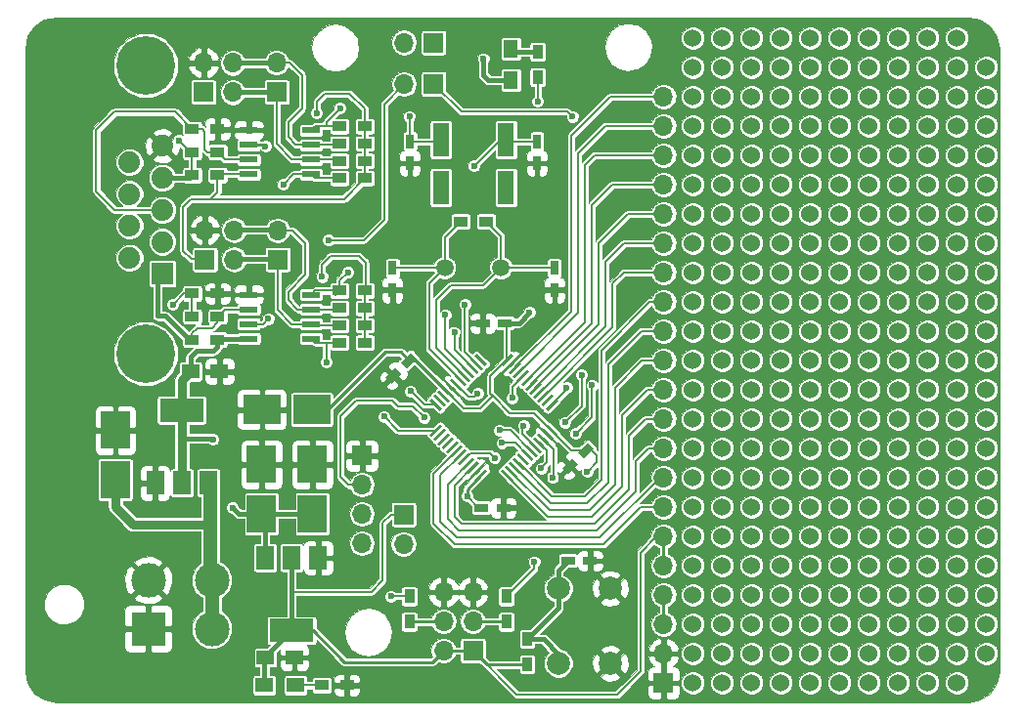
<source format=gbr>
G04 #@! TF.FileFunction,Copper,L1,Top,Signal*
%FSLAX46Y46*%
G04 Gerber Fmt 4.6, Leading zero omitted, Abs format (unit mm)*
G04 Created by KiCad (PCBNEW 4.0.7) date 10/26/17 01:15:41*
%MOMM*%
%LPD*%
G01*
G04 APERTURE LIST*
%ADD10C,0.100000*%
%ADD11R,1.879600X1.879600*%
%ADD12C,1.879600*%
%ADD13C,5.080000*%
%ADD14R,1.200000X0.900000*%
%ADD15C,1.500000*%
%ADD16R,1.500000X1.250000*%
%ADD17R,2.500000X3.200000*%
%ADD18R,3.200000X2.500000*%
%ADD19R,1.300000X1.500000*%
%ADD20R,1.500000X1.300000*%
%ADD21R,1.700000X1.700000*%
%ADD22O,1.700000X1.700000*%
%ADD23C,2.000000*%
%ADD24R,3.800000X2.000000*%
%ADD25R,1.500000X2.000000*%
%ADD26R,1.550000X0.600000*%
%ADD27R,1.430000X2.850000*%
%ADD28R,0.900000X1.200000*%
%ADD29R,1.200000X0.750000*%
%ADD30R,0.750000X1.200000*%
%ADD31C,1.524000*%
%ADD32R,3.000000X3.000000*%
%ADD33C,3.000000*%
%ADD34C,0.600000*%
%ADD35C,0.180000*%
%ADD36C,0.250000*%
%ADD37C,0.400000*%
%ADD38C,0.200000*%
%ADD39C,0.800000*%
%ADD40C,1.200000*%
G04 APERTURE END LIST*
D10*
G36*
X39220621Y-29608311D02*
X39397398Y-29431534D01*
X40316637Y-30350773D01*
X40139860Y-30527550D01*
X39220621Y-29608311D01*
X39220621Y-29608311D01*
G37*
G36*
X38867068Y-29961864D02*
X39043845Y-29785087D01*
X39963084Y-30704326D01*
X39786307Y-30881103D01*
X38867068Y-29961864D01*
X38867068Y-29961864D01*
G37*
G36*
X38513514Y-30315418D02*
X38690291Y-30138641D01*
X39609530Y-31057880D01*
X39432753Y-31234657D01*
X38513514Y-30315418D01*
X38513514Y-30315418D01*
G37*
G36*
X38159961Y-30668971D02*
X38336738Y-30492194D01*
X39255977Y-31411433D01*
X39079200Y-31588210D01*
X38159961Y-30668971D01*
X38159961Y-30668971D01*
G37*
G36*
X37806408Y-31022524D02*
X37983185Y-30845747D01*
X38902424Y-31764986D01*
X38725647Y-31941763D01*
X37806408Y-31022524D01*
X37806408Y-31022524D01*
G37*
G36*
X37452854Y-31376078D02*
X37629631Y-31199301D01*
X38548870Y-32118540D01*
X38372093Y-32295317D01*
X37452854Y-31376078D01*
X37452854Y-31376078D01*
G37*
G36*
X37099301Y-31729631D02*
X37276078Y-31552854D01*
X38195317Y-32472093D01*
X38018540Y-32648870D01*
X37099301Y-31729631D01*
X37099301Y-31729631D01*
G37*
G36*
X36745747Y-32083185D02*
X36922524Y-31906408D01*
X37841763Y-32825647D01*
X37664986Y-33002424D01*
X36745747Y-32083185D01*
X36745747Y-32083185D01*
G37*
G36*
X36392194Y-32436738D02*
X36568971Y-32259961D01*
X37488210Y-33179200D01*
X37311433Y-33355977D01*
X36392194Y-32436738D01*
X36392194Y-32436738D01*
G37*
G36*
X36038641Y-32790291D02*
X36215418Y-32613514D01*
X37134657Y-33532753D01*
X36957880Y-33709530D01*
X36038641Y-32790291D01*
X36038641Y-32790291D01*
G37*
G36*
X35685087Y-33143845D02*
X35861864Y-32967068D01*
X36781103Y-33886307D01*
X36604326Y-34063084D01*
X35685087Y-33143845D01*
X35685087Y-33143845D01*
G37*
G36*
X35331534Y-33497398D02*
X35508311Y-33320621D01*
X36427550Y-34239860D01*
X36250773Y-34416637D01*
X35331534Y-33497398D01*
X35331534Y-33497398D01*
G37*
G36*
X35508311Y-36679379D02*
X35331534Y-36502602D01*
X36250773Y-35583363D01*
X36427550Y-35760140D01*
X35508311Y-36679379D01*
X35508311Y-36679379D01*
G37*
G36*
X35861864Y-37032932D02*
X35685087Y-36856155D01*
X36604326Y-35936916D01*
X36781103Y-36113693D01*
X35861864Y-37032932D01*
X35861864Y-37032932D01*
G37*
G36*
X36215418Y-37386486D02*
X36038641Y-37209709D01*
X36957880Y-36290470D01*
X37134657Y-36467247D01*
X36215418Y-37386486D01*
X36215418Y-37386486D01*
G37*
G36*
X36568971Y-37740039D02*
X36392194Y-37563262D01*
X37311433Y-36644023D01*
X37488210Y-36820800D01*
X36568971Y-37740039D01*
X36568971Y-37740039D01*
G37*
G36*
X36922524Y-38093592D02*
X36745747Y-37916815D01*
X37664986Y-36997576D01*
X37841763Y-37174353D01*
X36922524Y-38093592D01*
X36922524Y-38093592D01*
G37*
G36*
X37276078Y-38447146D02*
X37099301Y-38270369D01*
X38018540Y-37351130D01*
X38195317Y-37527907D01*
X37276078Y-38447146D01*
X37276078Y-38447146D01*
G37*
G36*
X37629631Y-38800699D02*
X37452854Y-38623922D01*
X38372093Y-37704683D01*
X38548870Y-37881460D01*
X37629631Y-38800699D01*
X37629631Y-38800699D01*
G37*
G36*
X37983185Y-39154253D02*
X37806408Y-38977476D01*
X38725647Y-38058237D01*
X38902424Y-38235014D01*
X37983185Y-39154253D01*
X37983185Y-39154253D01*
G37*
G36*
X38336738Y-39507806D02*
X38159961Y-39331029D01*
X39079200Y-38411790D01*
X39255977Y-38588567D01*
X38336738Y-39507806D01*
X38336738Y-39507806D01*
G37*
G36*
X38690291Y-39861359D02*
X38513514Y-39684582D01*
X39432753Y-38765343D01*
X39609530Y-38942120D01*
X38690291Y-39861359D01*
X38690291Y-39861359D01*
G37*
G36*
X39043845Y-40214913D02*
X38867068Y-40038136D01*
X39786307Y-39118897D01*
X39963084Y-39295674D01*
X39043845Y-40214913D01*
X39043845Y-40214913D01*
G37*
G36*
X39397398Y-40568466D02*
X39220621Y-40391689D01*
X40139860Y-39472450D01*
X40316637Y-39649227D01*
X39397398Y-40568466D01*
X39397398Y-40568466D01*
G37*
G36*
X41483363Y-39649227D02*
X41660140Y-39472450D01*
X42579379Y-40391689D01*
X42402602Y-40568466D01*
X41483363Y-39649227D01*
X41483363Y-39649227D01*
G37*
G36*
X41836916Y-39295674D02*
X42013693Y-39118897D01*
X42932932Y-40038136D01*
X42756155Y-40214913D01*
X41836916Y-39295674D01*
X41836916Y-39295674D01*
G37*
G36*
X42190470Y-38942120D02*
X42367247Y-38765343D01*
X43286486Y-39684582D01*
X43109709Y-39861359D01*
X42190470Y-38942120D01*
X42190470Y-38942120D01*
G37*
G36*
X42544023Y-38588567D02*
X42720800Y-38411790D01*
X43640039Y-39331029D01*
X43463262Y-39507806D01*
X42544023Y-38588567D01*
X42544023Y-38588567D01*
G37*
G36*
X42897576Y-38235014D02*
X43074353Y-38058237D01*
X43993592Y-38977476D01*
X43816815Y-39154253D01*
X42897576Y-38235014D01*
X42897576Y-38235014D01*
G37*
G36*
X43251130Y-37881460D02*
X43427907Y-37704683D01*
X44347146Y-38623922D01*
X44170369Y-38800699D01*
X43251130Y-37881460D01*
X43251130Y-37881460D01*
G37*
G36*
X43604683Y-37527907D02*
X43781460Y-37351130D01*
X44700699Y-38270369D01*
X44523922Y-38447146D01*
X43604683Y-37527907D01*
X43604683Y-37527907D01*
G37*
G36*
X43958237Y-37174353D02*
X44135014Y-36997576D01*
X45054253Y-37916815D01*
X44877476Y-38093592D01*
X43958237Y-37174353D01*
X43958237Y-37174353D01*
G37*
G36*
X44311790Y-36820800D02*
X44488567Y-36644023D01*
X45407806Y-37563262D01*
X45231029Y-37740039D01*
X44311790Y-36820800D01*
X44311790Y-36820800D01*
G37*
G36*
X44665343Y-36467247D02*
X44842120Y-36290470D01*
X45761359Y-37209709D01*
X45584582Y-37386486D01*
X44665343Y-36467247D01*
X44665343Y-36467247D01*
G37*
G36*
X45018897Y-36113693D02*
X45195674Y-35936916D01*
X46114913Y-36856155D01*
X45938136Y-37032932D01*
X45018897Y-36113693D01*
X45018897Y-36113693D01*
G37*
G36*
X45372450Y-35760140D02*
X45549227Y-35583363D01*
X46468466Y-36502602D01*
X46291689Y-36679379D01*
X45372450Y-35760140D01*
X45372450Y-35760140D01*
G37*
G36*
X45549227Y-34416637D02*
X45372450Y-34239860D01*
X46291689Y-33320621D01*
X46468466Y-33497398D01*
X45549227Y-34416637D01*
X45549227Y-34416637D01*
G37*
G36*
X45195674Y-34063084D02*
X45018897Y-33886307D01*
X45938136Y-32967068D01*
X46114913Y-33143845D01*
X45195674Y-34063084D01*
X45195674Y-34063084D01*
G37*
G36*
X44842120Y-33709530D02*
X44665343Y-33532753D01*
X45584582Y-32613514D01*
X45761359Y-32790291D01*
X44842120Y-33709530D01*
X44842120Y-33709530D01*
G37*
G36*
X44488567Y-33355977D02*
X44311790Y-33179200D01*
X45231029Y-32259961D01*
X45407806Y-32436738D01*
X44488567Y-33355977D01*
X44488567Y-33355977D01*
G37*
G36*
X44135014Y-33002424D02*
X43958237Y-32825647D01*
X44877476Y-31906408D01*
X45054253Y-32083185D01*
X44135014Y-33002424D01*
X44135014Y-33002424D01*
G37*
G36*
X43781460Y-32648870D02*
X43604683Y-32472093D01*
X44523922Y-31552854D01*
X44700699Y-31729631D01*
X43781460Y-32648870D01*
X43781460Y-32648870D01*
G37*
G36*
X43427907Y-32295317D02*
X43251130Y-32118540D01*
X44170369Y-31199301D01*
X44347146Y-31376078D01*
X43427907Y-32295317D01*
X43427907Y-32295317D01*
G37*
G36*
X43074353Y-31941763D02*
X42897576Y-31764986D01*
X43816815Y-30845747D01*
X43993592Y-31022524D01*
X43074353Y-31941763D01*
X43074353Y-31941763D01*
G37*
G36*
X42720800Y-31588210D02*
X42544023Y-31411433D01*
X43463262Y-30492194D01*
X43640039Y-30668971D01*
X42720800Y-31588210D01*
X42720800Y-31588210D01*
G37*
G36*
X42367247Y-31234657D02*
X42190470Y-31057880D01*
X43109709Y-30138641D01*
X43286486Y-30315418D01*
X42367247Y-31234657D01*
X42367247Y-31234657D01*
G37*
G36*
X42013693Y-30881103D02*
X41836916Y-30704326D01*
X42756155Y-29785087D01*
X42932932Y-29961864D01*
X42013693Y-30881103D01*
X42013693Y-30881103D01*
G37*
G36*
X41660140Y-30527550D02*
X41483363Y-30350773D01*
X42402602Y-29431534D01*
X42579379Y-29608311D01*
X41660140Y-30527550D01*
X41660140Y-30527550D01*
G37*
D11*
X12219860Y-22539740D03*
D12*
X12219860Y-19768600D03*
X12219860Y-17000000D03*
X12219860Y-14231400D03*
X12219860Y-11460260D03*
X9380140Y-21147820D03*
X9380140Y-18379220D03*
X9380140Y-15620780D03*
X9380140Y-12852180D03*
D13*
X10800000Y-29499340D03*
X10800000Y-4500660D03*
D14*
X40250000Y-18000000D03*
X38050000Y-18000000D03*
D15*
X36650000Y-22000000D03*
X41530000Y-22000000D03*
D16*
X14650000Y-31000000D03*
X17150000Y-31000000D03*
X21150000Y-55800000D03*
X23650000Y-55800000D03*
D17*
X8150000Y-40400000D03*
X8150000Y-36100000D03*
X20800000Y-43350000D03*
X20800000Y-39050000D03*
X25200000Y-43350000D03*
X25200000Y-39050000D03*
D18*
X25150000Y-34300000D03*
X20850000Y-34300000D03*
D19*
X42400000Y-3050000D03*
X42400000Y-5750000D03*
D20*
X23750000Y-58200000D03*
X21050000Y-58200000D03*
D21*
X29500000Y-38300000D03*
D22*
X29500000Y-40840000D03*
X29500000Y-43380000D03*
X29500000Y-45920000D03*
D21*
X33100000Y-43400000D03*
D22*
X33100000Y-45940000D03*
D21*
X39100000Y-55200000D03*
D22*
X36560000Y-55200000D03*
X39100000Y-52660000D03*
X36560000Y-52660000D03*
X39100000Y-50120000D03*
X36560000Y-50120000D03*
D21*
X15800000Y-6800000D03*
D22*
X15800000Y-4260000D03*
X18340000Y-6800000D03*
X18340000Y-4260000D03*
D21*
X22100000Y-6800000D03*
D22*
X22100000Y-4260000D03*
D23*
X46500000Y-49800000D03*
X51000000Y-49800000D03*
X46500000Y-56300000D03*
X51000000Y-56300000D03*
D24*
X13900000Y-34350000D03*
D25*
X13900000Y-40650000D03*
X16200000Y-40650000D03*
X11600000Y-40650000D03*
D24*
X23400000Y-53450000D03*
D25*
X23400000Y-47150000D03*
X21100000Y-47150000D03*
X25700000Y-47150000D03*
D26*
X25100000Y-28155000D03*
X25100000Y-26885000D03*
X25100000Y-25615000D03*
X25100000Y-24345000D03*
X19700000Y-24345000D03*
X19700000Y-25615000D03*
X19700000Y-26885000D03*
X19700000Y-28155000D03*
X25100000Y-13905000D03*
X25100000Y-12635000D03*
X25100000Y-11365000D03*
X25100000Y-10095000D03*
X19700000Y-10095000D03*
X19700000Y-11365000D03*
X19700000Y-12635000D03*
X19700000Y-13905000D03*
D27*
X41965000Y-10925000D03*
X36335000Y-10925000D03*
X36335000Y-15075000D03*
X41965000Y-15075000D03*
D28*
X43800000Y-56400000D03*
X43800000Y-54200000D03*
X44700000Y-5500000D03*
X44700000Y-3300000D03*
D14*
X28200000Y-58200000D03*
X26000000Y-58200000D03*
D28*
X42000000Y-52700000D03*
X42000000Y-50500000D03*
X33600000Y-50500000D03*
X33600000Y-52700000D03*
D14*
X29750000Y-28500000D03*
X27550000Y-28500000D03*
X29750000Y-14250000D03*
X27550000Y-14250000D03*
X29750000Y-27000000D03*
X27550000Y-27000000D03*
X29750000Y-12750000D03*
X27550000Y-12750000D03*
X29750000Y-25500000D03*
X27550000Y-25500000D03*
X29750000Y-11250000D03*
X27550000Y-11250000D03*
X29750000Y-24000000D03*
X27550000Y-24000000D03*
X29750000Y-9750000D03*
X27550000Y-9750000D03*
X17000000Y-24250000D03*
X14800000Y-24250000D03*
X14800000Y-28250000D03*
X17000000Y-28250000D03*
X17000000Y-10000000D03*
X14800000Y-10000000D03*
X14800000Y-14000000D03*
X17000000Y-14000000D03*
X14800000Y-26250000D03*
X17000000Y-26250000D03*
X17000000Y-12000000D03*
X14800000Y-12000000D03*
D10*
G36*
X33730850Y-29338820D02*
X34261180Y-29869150D01*
X33412652Y-30717678D01*
X32882322Y-30187348D01*
X33730850Y-29338820D01*
X33730850Y-29338820D01*
G37*
G36*
X32387348Y-30682322D02*
X32917678Y-31212652D01*
X32069150Y-32061180D01*
X31538820Y-31530850D01*
X32387348Y-30682322D01*
X32387348Y-30682322D01*
G37*
D29*
X47350000Y-47400000D03*
X49250000Y-47400000D03*
D10*
G36*
X49030850Y-37138820D02*
X49561180Y-37669150D01*
X48712652Y-38517678D01*
X48182322Y-37987348D01*
X49030850Y-37138820D01*
X49030850Y-37138820D01*
G37*
G36*
X47687348Y-38482322D02*
X48217678Y-39012652D01*
X47369150Y-39861180D01*
X46838820Y-39330850D01*
X47687348Y-38482322D01*
X47687348Y-38482322D01*
G37*
D29*
X39850000Y-42800000D03*
X41750000Y-42800000D03*
X41850000Y-26800000D03*
X39950000Y-26800000D03*
D30*
X32150000Y-23950000D03*
X32150000Y-22050000D03*
X46150000Y-23950000D03*
X46150000Y-22050000D03*
X44650000Y-12950000D03*
X44650000Y-11050000D03*
X33650000Y-12950000D03*
X33650000Y-11050000D03*
D21*
X15900000Y-21300000D03*
D22*
X15900000Y-18760000D03*
X18440000Y-21300000D03*
X18440000Y-18760000D03*
D21*
X22200000Y-21300000D03*
D22*
X22200000Y-18760000D03*
D21*
X35700000Y-6100000D03*
D22*
X33160000Y-6100000D03*
D21*
X35700000Y-2500000D03*
D22*
X33160000Y-2500000D03*
D21*
X55600000Y-58000000D03*
D22*
X55600000Y-55460000D03*
X55600000Y-52920000D03*
X55600000Y-50380000D03*
X55600000Y-47840000D03*
X55600000Y-45300000D03*
X55600000Y-42760000D03*
X55600000Y-40220000D03*
X55600000Y-37680000D03*
X55600000Y-35140000D03*
X55600000Y-32600000D03*
X55600000Y-30060000D03*
X55600000Y-27520000D03*
X55600000Y-24980000D03*
X55600000Y-22440000D03*
X55600000Y-19900000D03*
X55600000Y-17360000D03*
X55600000Y-14820000D03*
X55600000Y-12280000D03*
X55600000Y-9740000D03*
X55600000Y-7200000D03*
D31*
X58140000Y-58000000D03*
X60680000Y-58000000D03*
X63220000Y-58000000D03*
X65760000Y-58000000D03*
X68300000Y-58000000D03*
X70840000Y-58000000D03*
X73380000Y-58000000D03*
X75920000Y-58000000D03*
X78460000Y-58000000D03*
X81000000Y-58000000D03*
X58140000Y-55460000D03*
X60680000Y-55460000D03*
X63220000Y-55460000D03*
X65760000Y-55460000D03*
X68300000Y-55460000D03*
X70840000Y-55460000D03*
X73380000Y-55460000D03*
X75920000Y-55460000D03*
X78460000Y-55460000D03*
X81000000Y-55460000D03*
X83540000Y-55460000D03*
X58140000Y-52920000D03*
X60680000Y-52920000D03*
X63220000Y-52920000D03*
X65760000Y-52920000D03*
X68300000Y-52920000D03*
X70840000Y-52920000D03*
X73380000Y-52920000D03*
X75920000Y-52920000D03*
X78460000Y-52920000D03*
X81000000Y-52920000D03*
X83540000Y-52920000D03*
X58140000Y-50380000D03*
X60680000Y-50380000D03*
X63220000Y-50380000D03*
X65760000Y-50380000D03*
X68300000Y-50380000D03*
X70840000Y-50380000D03*
X73380000Y-50380000D03*
X75920000Y-50380000D03*
X78460000Y-50380000D03*
X81000000Y-50380000D03*
X83540000Y-50380000D03*
X58140000Y-47840000D03*
X60680000Y-47840000D03*
X63220000Y-47840000D03*
X65760000Y-47840000D03*
X68300000Y-47840000D03*
X70840000Y-47840000D03*
X73380000Y-47840000D03*
X75920000Y-47840000D03*
X78460000Y-47840000D03*
X81000000Y-47840000D03*
X83540000Y-47840000D03*
X58140000Y-45300000D03*
X60680000Y-45300000D03*
X63220000Y-45300000D03*
X65760000Y-45300000D03*
X68300000Y-45300000D03*
X70840000Y-45300000D03*
X73380000Y-45300000D03*
X75920000Y-45300000D03*
X78460000Y-45300000D03*
X81000000Y-45300000D03*
X83540000Y-45300000D03*
X58140000Y-42760000D03*
X60680000Y-42760000D03*
X63220000Y-42760000D03*
X65760000Y-42760000D03*
X68300000Y-42760000D03*
X70840000Y-42760000D03*
X73380000Y-42760000D03*
X75920000Y-42760000D03*
X78460000Y-42760000D03*
X81000000Y-42760000D03*
X83540000Y-42760000D03*
X58140000Y-40220000D03*
X60680000Y-40220000D03*
X63220000Y-40220000D03*
X65760000Y-40220000D03*
X68300000Y-40220000D03*
X70840000Y-40220000D03*
X73380000Y-40220000D03*
X75920000Y-40220000D03*
X78460000Y-40220000D03*
X81000000Y-40220000D03*
X83540000Y-40220000D03*
X58140000Y-37680000D03*
X60680000Y-37680000D03*
X63220000Y-37680000D03*
X65760000Y-37680000D03*
X68300000Y-37680000D03*
X70840000Y-37680000D03*
X73380000Y-37680000D03*
X75920000Y-37680000D03*
X78460000Y-37680000D03*
X81000000Y-37680000D03*
X83540000Y-37680000D03*
X58140000Y-35140000D03*
X60680000Y-35140000D03*
X63220000Y-35140000D03*
X65760000Y-35140000D03*
X68300000Y-35140000D03*
X70840000Y-35140000D03*
X73380000Y-35140000D03*
X75920000Y-35140000D03*
X78460000Y-35140000D03*
X81000000Y-35140000D03*
X83540000Y-35140000D03*
X58140000Y-32600000D03*
X60680000Y-32600000D03*
X63220000Y-32600000D03*
X65760000Y-32600000D03*
X68300000Y-32600000D03*
X70840000Y-32600000D03*
X73380000Y-32600000D03*
X75920000Y-32600000D03*
X78460000Y-32600000D03*
X81000000Y-32600000D03*
X83540000Y-32600000D03*
X58140000Y-30060000D03*
X60680000Y-30060000D03*
X63220000Y-30060000D03*
X65760000Y-30060000D03*
X68300000Y-30060000D03*
X70840000Y-30060000D03*
X73380000Y-30060000D03*
X75920000Y-30060000D03*
X78460000Y-30060000D03*
X81000000Y-30060000D03*
X83540000Y-30060000D03*
X58140000Y-27520000D03*
X60680000Y-27520000D03*
X63220000Y-27520000D03*
X65760000Y-27520000D03*
X68300000Y-27520000D03*
X70840000Y-27520000D03*
X73380000Y-27520000D03*
X75920000Y-27520000D03*
X78460000Y-27520000D03*
X81000000Y-27520000D03*
X83540000Y-27520000D03*
X58140000Y-24980000D03*
X60680000Y-24980000D03*
X63220000Y-24980000D03*
X65760000Y-24980000D03*
X68300000Y-24980000D03*
X70840000Y-24980000D03*
X73380000Y-24980000D03*
X75920000Y-24980000D03*
X78460000Y-24980000D03*
X81000000Y-24980000D03*
X83540000Y-24980000D03*
X58140000Y-22440000D03*
X60680000Y-22440000D03*
X63220000Y-22440000D03*
X65760000Y-22440000D03*
X68300000Y-22440000D03*
X70840000Y-22440000D03*
X73380000Y-22440000D03*
X75920000Y-22440000D03*
X78460000Y-22440000D03*
X81000000Y-22440000D03*
X83540000Y-22440000D03*
X58140000Y-19900000D03*
X60680000Y-19900000D03*
X63220000Y-19900000D03*
X65760000Y-19900000D03*
X68300000Y-19900000D03*
X70840000Y-19900000D03*
X73380000Y-19900000D03*
X75920000Y-19900000D03*
X78460000Y-19900000D03*
X81000000Y-19900000D03*
X83540000Y-19900000D03*
X58140000Y-17360000D03*
X60680000Y-17360000D03*
X63220000Y-17360000D03*
X65760000Y-17360000D03*
X68300000Y-17360000D03*
X70840000Y-17360000D03*
X73380000Y-17360000D03*
X75920000Y-17360000D03*
X78460000Y-17360000D03*
X81000000Y-17360000D03*
X83540000Y-17360000D03*
X58140000Y-14820000D03*
X60680000Y-14820000D03*
X63220000Y-14820000D03*
X65760000Y-14820000D03*
X68300000Y-14820000D03*
X70840000Y-14820000D03*
X73380000Y-14820000D03*
X75920000Y-14820000D03*
X78460000Y-14820000D03*
X81000000Y-14820000D03*
X83540000Y-14820000D03*
X58140000Y-12280000D03*
X60680000Y-12280000D03*
X63220000Y-12280000D03*
X65760000Y-12280000D03*
X68300000Y-12280000D03*
X70840000Y-12280000D03*
X73380000Y-12280000D03*
X75920000Y-12280000D03*
X78460000Y-12280000D03*
X81000000Y-12280000D03*
X83540000Y-12280000D03*
X58140000Y-9740000D03*
X60680000Y-9740000D03*
X63220000Y-9740000D03*
X65760000Y-9740000D03*
X68300000Y-9740000D03*
X70840000Y-9740000D03*
X73380000Y-9740000D03*
X75920000Y-9740000D03*
X78460000Y-9740000D03*
X81000000Y-9740000D03*
X83540000Y-9740000D03*
X58140000Y-7200000D03*
X60680000Y-7200000D03*
X63220000Y-7200000D03*
X65760000Y-7200000D03*
X68300000Y-7200000D03*
X70840000Y-7200000D03*
X73380000Y-7200000D03*
X75920000Y-7200000D03*
X78460000Y-7200000D03*
X81000000Y-7200000D03*
X83540000Y-7200000D03*
X58140000Y-4660000D03*
X60680000Y-4660000D03*
X63220000Y-4660000D03*
X65760000Y-4660000D03*
X68300000Y-4660000D03*
X70840000Y-4660000D03*
X73380000Y-4660000D03*
X75920000Y-4660000D03*
X78460000Y-4660000D03*
X81000000Y-4660000D03*
X83540000Y-4660000D03*
X58140000Y-2120000D03*
X60680000Y-2120000D03*
X63220000Y-2120000D03*
X65760000Y-2120000D03*
X68300000Y-2120000D03*
X70840000Y-2120000D03*
X73380000Y-2120000D03*
X75920000Y-2120000D03*
X78460000Y-2120000D03*
X81000000Y-2120000D03*
D32*
X11000000Y-53300000D03*
D33*
X11000000Y-49100000D03*
X16500000Y-53300000D03*
X16500000Y-49100000D03*
D34*
X49000000Y-39700000D03*
X38600000Y-41800000D03*
X40000000Y-3900000D03*
X44000000Y-25900000D03*
X39500000Y-32900000D03*
X39200000Y-13200000D03*
X36700000Y-26100000D03*
X33600000Y-8900000D03*
X37500000Y-27600000D03*
X26050000Y-22775000D03*
X18300000Y-42800000D03*
X16600000Y-36900000D03*
X25575000Y-8600000D03*
X47200000Y-32400000D03*
X34900000Y-35000000D03*
X46000000Y-40200000D03*
X44700000Y-7600000D03*
X38400000Y-25200000D03*
X27600000Y-8200000D03*
X33700000Y-32700000D03*
X22700000Y-14800000D03*
X31400000Y-34900000D03*
X28300000Y-22400000D03*
X41400000Y-36100000D03*
X26400000Y-30200000D03*
X41600000Y-37200000D03*
X42500000Y-33300000D03*
X44400000Y-47500000D03*
X32000000Y-50500000D03*
X41000000Y-38500000D03*
X13125000Y-25200000D03*
X21400000Y-26425000D03*
X13650000Y-11000000D03*
X21150000Y-11500000D03*
X26600000Y-19600000D03*
X47700000Y-8900000D03*
X48500000Y-31300000D03*
X47100000Y-35400000D03*
X43500000Y-35700000D03*
X49400000Y-32200000D03*
X48000000Y-36400000D03*
X45000000Y-39400000D03*
D35*
X55000000Y-45300000D02*
X53600000Y-46700000D01*
X42900000Y-59000000D02*
X39100000Y-55200000D01*
X53600000Y-46700000D02*
X53600000Y-57000000D01*
X53600000Y-57000000D02*
X51600000Y-59000000D01*
X51600000Y-59000000D02*
X42900000Y-59000000D01*
X55000000Y-45300000D02*
X55600000Y-45300000D01*
D36*
X55600000Y-47840000D02*
X55600000Y-45300000D01*
D35*
X49000000Y-39700000D02*
X49019998Y-39700000D01*
X49819998Y-38300000D02*
X49348247Y-37828249D01*
X49819998Y-38900000D02*
X49819998Y-38300000D01*
X49019998Y-39700000D02*
X49819998Y-38900000D01*
X49348247Y-37828249D02*
X48871751Y-37828249D01*
X48871751Y-37828249D02*
X47617336Y-37828249D01*
X47617336Y-37828249D02*
X45920458Y-36131371D01*
X49000000Y-37956498D02*
X48871751Y-37828249D01*
X36940202Y-32807969D02*
X38332233Y-34200000D01*
X39700000Y-34200000D02*
X40800000Y-33100000D01*
X38332233Y-34200000D02*
X39700000Y-34200000D01*
X45920458Y-36131371D02*
X44389087Y-34600000D01*
X42300000Y-34600000D02*
X40800000Y-33100000D01*
X44389087Y-34600000D02*
X42300000Y-34600000D01*
X40600000Y-31410913D02*
X42031371Y-29979542D01*
X40800000Y-33100000D02*
X40600000Y-32900000D01*
X40600000Y-32900000D02*
X40600000Y-31410913D01*
D36*
X39768629Y-40020458D02*
X38600000Y-41189087D01*
X38600000Y-41189087D02*
X38600000Y-41800000D01*
X25150000Y-34300000D02*
X26500000Y-34300000D01*
X26500000Y-34300000D02*
X31500000Y-29300000D01*
X31500000Y-29300000D02*
X32843502Y-29300000D01*
X32843502Y-29300000D02*
X33571751Y-30028249D01*
X23400000Y-53450000D02*
X25250000Y-53450000D01*
X25250000Y-53450000D02*
X28000000Y-56200000D01*
X35560000Y-56200000D02*
X36560000Y-55200000D01*
X28000000Y-56200000D02*
X35560000Y-56200000D01*
X39100000Y-55200000D02*
X36560000Y-55200000D01*
X43800000Y-56400000D02*
X40300000Y-56400000D01*
X40300000Y-56400000D02*
X39100000Y-55200000D01*
D35*
X23400000Y-50100000D02*
X30300000Y-50100000D01*
X32000000Y-43400000D02*
X33100000Y-43400000D01*
X31300000Y-44100000D02*
X32000000Y-43400000D01*
X31300000Y-49100000D02*
X31300000Y-44100000D01*
X30300000Y-50100000D02*
X31300000Y-49100000D01*
X39850000Y-42800000D02*
X39600000Y-42800000D01*
X39600000Y-42800000D02*
X38600000Y-41800000D01*
D37*
X41850000Y-26800000D02*
X43100000Y-26800000D01*
X40450000Y-5750000D02*
X42400000Y-5750000D01*
X40000000Y-5300000D02*
X40450000Y-5750000D01*
X40000000Y-3900000D02*
X40000000Y-5300000D01*
X43100000Y-26800000D02*
X44000000Y-25900000D01*
D36*
X33571751Y-30028249D02*
X34160482Y-30028249D01*
X34160482Y-30028249D02*
X36940202Y-32807969D01*
D37*
X21050000Y-58200000D02*
X21050000Y-55900000D01*
X21050000Y-55900000D02*
X21150000Y-55800000D01*
X21150000Y-55800000D02*
X21150000Y-55700000D01*
X21150000Y-55700000D02*
X23400000Y-53450000D01*
X23400000Y-53450000D02*
X23400000Y-50100000D01*
X23400000Y-50100000D02*
X23400000Y-47150000D01*
D35*
X41850000Y-26800000D02*
X42031371Y-26981371D01*
X42031371Y-26981371D02*
X42031371Y-29979542D01*
X39850000Y-42800000D02*
X39768629Y-42718629D01*
X38746447Y-33200000D02*
X37647309Y-32100862D01*
X39200000Y-33200000D02*
X38746447Y-33200000D01*
X39500000Y-32900000D02*
X39200000Y-33200000D01*
D37*
X46500000Y-49800000D02*
X46500000Y-51500000D01*
X46500000Y-51500000D02*
X43800000Y-54200000D01*
X46500000Y-49800000D02*
X46500000Y-48250000D01*
X46500000Y-48250000D02*
X47350000Y-47400000D01*
X43800000Y-54200000D02*
X45200000Y-54200000D01*
X45200000Y-54200000D02*
X46500000Y-55500000D01*
X46500000Y-55500000D02*
X46500000Y-56300000D01*
X46500000Y-50200000D02*
X46500000Y-49800000D01*
D35*
X38000862Y-31747309D02*
X35300000Y-29046447D01*
X35300000Y-23350000D02*
X36650000Y-22000000D01*
X35300000Y-29046447D02*
X35300000Y-23350000D01*
X32150000Y-22050000D02*
X32200000Y-22000000D01*
X32200000Y-22000000D02*
X36650000Y-22000000D01*
X38050000Y-18000000D02*
X36650000Y-19400000D01*
X36650000Y-19400000D02*
X36650000Y-22000000D01*
X38354416Y-31393755D02*
X35900000Y-28939339D01*
X40030000Y-23500000D02*
X41530000Y-22000000D01*
X37200000Y-23500000D02*
X40030000Y-23500000D01*
X35900000Y-24800000D02*
X37200000Y-23500000D01*
X35900000Y-28939339D02*
X35900000Y-24800000D01*
X40250000Y-18000000D02*
X41530000Y-19280000D01*
X41530000Y-19280000D02*
X41530000Y-22000000D01*
X41530000Y-22000000D02*
X41580000Y-22050000D01*
X41580000Y-22050000D02*
X46150000Y-22050000D01*
X38707969Y-31040202D02*
X36700000Y-29032233D01*
X39200000Y-13200000D02*
X41475000Y-10925000D01*
X36700000Y-29032233D02*
X36700000Y-26100000D01*
X41475000Y-10925000D02*
X41965000Y-10925000D01*
X44650000Y-11050000D02*
X42090000Y-11050000D01*
X42090000Y-11050000D02*
X41965000Y-10925000D01*
X39061522Y-30686649D02*
X37500000Y-29125127D01*
X33600000Y-8900000D02*
X33650000Y-8950000D01*
X33650000Y-8950000D02*
X33650000Y-11050000D01*
X37500000Y-29125127D02*
X37500000Y-27600000D01*
X33650000Y-11050000D02*
X36210000Y-11050000D01*
X36210000Y-11050000D02*
X36335000Y-10925000D01*
D36*
X55600000Y-50380000D02*
X55600000Y-52920000D01*
D35*
X29750000Y-24000000D02*
X29800000Y-23950000D01*
X29800000Y-23950000D02*
X29800000Y-21600000D01*
X26050000Y-21750000D02*
X26050000Y-22775000D01*
X26800000Y-21000000D02*
X26050000Y-21750000D01*
X29200000Y-21000000D02*
X26800000Y-21000000D01*
X29800000Y-21600000D02*
X29200000Y-21000000D01*
D37*
X20800000Y-43350000D02*
X18850000Y-43350000D01*
X18850000Y-43350000D02*
X18300000Y-42800000D01*
X16500000Y-36800000D02*
X13900000Y-36800000D01*
X16600000Y-36900000D02*
X16500000Y-36800000D01*
X25200000Y-43350000D02*
X20800000Y-43350000D01*
X21100000Y-47150000D02*
X21100000Y-43650000D01*
X21100000Y-43650000D02*
X20800000Y-43350000D01*
D35*
X29750000Y-9750000D02*
X29750000Y-8250000D01*
X29750000Y-8250000D02*
X28400000Y-6900000D01*
D38*
X29750000Y-27000000D02*
X29750000Y-28500000D01*
X29750000Y-25500000D02*
X29750000Y-27000000D01*
X29750000Y-24000000D02*
X29750000Y-25500000D01*
X29750000Y-14250000D02*
X27950000Y-16050000D01*
X29750000Y-12750000D02*
X29750000Y-14250000D01*
X29750000Y-11250000D02*
X29750000Y-12750000D01*
X29750000Y-9750000D02*
X29750000Y-11250000D01*
X15900000Y-21250000D02*
X14725000Y-21250000D01*
X17000000Y-15450000D02*
X17000000Y-14000000D01*
D35*
X19700000Y-13905000D02*
X17095000Y-13905000D01*
X17095000Y-13905000D02*
X17000000Y-14000000D01*
D37*
X14650000Y-31000000D02*
X14650000Y-29750000D01*
X17000000Y-28900000D02*
X17000000Y-28250000D01*
X16650000Y-29250000D02*
X17000000Y-28900000D01*
X15150000Y-29250000D02*
X16650000Y-29250000D01*
X14650000Y-29750000D02*
X15150000Y-29250000D01*
X19700000Y-28155000D02*
X17095000Y-28155000D01*
X17095000Y-28155000D02*
X17000000Y-28250000D01*
D39*
X13900000Y-34350000D02*
X13900000Y-31750000D01*
X13900000Y-31750000D02*
X14650000Y-31000000D01*
X13900000Y-40650000D02*
X13900000Y-36800000D01*
X13900000Y-36800000D02*
X13900000Y-34350000D01*
D35*
X28400000Y-6900000D02*
X26300000Y-6900000D01*
X26300000Y-6900000D02*
X25575000Y-7625000D01*
X25575000Y-7625000D02*
X25575000Y-8600000D01*
D38*
X14725000Y-21250000D02*
X14025000Y-20550000D01*
X14025000Y-20550000D02*
X14025000Y-16725000D01*
X27950000Y-16050000D02*
X16400000Y-16050000D01*
X14700000Y-16050000D02*
X16400000Y-16050000D01*
X16400000Y-16050000D02*
X17000000Y-15450000D01*
X14025000Y-16725000D02*
X14700000Y-16050000D01*
D40*
X16500000Y-53300000D02*
X16500000Y-49100000D01*
X16400000Y-44250000D02*
X16400000Y-49000000D01*
X16400000Y-49000000D02*
X16500000Y-49100000D01*
D39*
X8150000Y-40400000D02*
X8150000Y-42750000D01*
X9650000Y-44250000D02*
X16400000Y-44250000D01*
X8150000Y-42750000D02*
X9650000Y-44250000D01*
D40*
X16400000Y-44250000D02*
X16400000Y-40850000D01*
D36*
X16400000Y-40850000D02*
X16200000Y-40650000D01*
D37*
X44700000Y-3300000D02*
X42650000Y-3300000D01*
X42650000Y-3300000D02*
X42400000Y-3050000D01*
D38*
X23750000Y-58200000D02*
X26000000Y-58200000D01*
X27600000Y-34900000D02*
X27600000Y-40100000D01*
X27600000Y-40100000D02*
X28340000Y-40840000D01*
X29500000Y-40840000D02*
X28340000Y-40840000D01*
X32600000Y-34000000D02*
X32100000Y-33500000D01*
X34900000Y-35000000D02*
X33900000Y-34000000D01*
X33900000Y-34000000D02*
X32600000Y-34000000D01*
X32100000Y-33500000D02*
X29000000Y-33500000D01*
X29000000Y-33500000D02*
X27600000Y-34900000D01*
X47200000Y-32589087D02*
X45920458Y-33868629D01*
X47200000Y-32400000D02*
X47200000Y-32589087D01*
D35*
X45213351Y-36838478D02*
X46100000Y-37725127D01*
X46100000Y-40100000D02*
X46000000Y-40200000D01*
X46100000Y-37725127D02*
X46100000Y-40100000D01*
D36*
X39100000Y-52660000D02*
X41960000Y-52660000D01*
X41960000Y-52660000D02*
X42000000Y-52700000D01*
X33600000Y-52700000D02*
X36520000Y-52700000D01*
X36520000Y-52700000D02*
X36560000Y-52660000D01*
D35*
X50200000Y-40400000D02*
X50200000Y-29200000D01*
X45932233Y-41800000D02*
X48800000Y-41800000D01*
X48800000Y-41800000D02*
X50200000Y-40400000D01*
X55600000Y-24980000D02*
X54420000Y-24980000D01*
X45932233Y-41800000D02*
X43092031Y-38959798D01*
X50200000Y-29200000D02*
X54420000Y-24980000D01*
X50800000Y-30400000D02*
X53680000Y-27520000D01*
X45825127Y-42400000D02*
X49000000Y-42400000D01*
X50800000Y-40600000D02*
X50800000Y-30400000D01*
X49000000Y-42400000D02*
X50800000Y-40600000D01*
X42738478Y-39313351D02*
X45825127Y-42400000D01*
X53680000Y-27520000D02*
X55600000Y-27520000D01*
X55600000Y-30060000D02*
X53740000Y-30060000D01*
X45718019Y-43000000D02*
X49200000Y-43000000D01*
X51400000Y-32400000D02*
X53740000Y-30060000D01*
X51400000Y-40800000D02*
X51400000Y-32400000D01*
X49200000Y-43000000D02*
X51400000Y-40800000D01*
X45718019Y-43000000D02*
X42384924Y-39666905D01*
X55600000Y-32600000D02*
X54200000Y-32600000D01*
X45610913Y-43600000D02*
X49400000Y-43600000D01*
X52000000Y-34800000D02*
X54200000Y-32600000D01*
X52000000Y-41000000D02*
X52000000Y-34800000D01*
X49400000Y-43600000D02*
X52000000Y-41000000D01*
X45610913Y-43600000D02*
X42031371Y-40020458D01*
X52600000Y-36600000D02*
X54060000Y-35140000D01*
X52600000Y-41200000D02*
X52600000Y-36600000D01*
X49600000Y-44200000D02*
X52600000Y-41200000D01*
X38100000Y-44200000D02*
X49600000Y-44200000D01*
X37500000Y-43600000D02*
X38100000Y-44200000D01*
X37500000Y-40874873D02*
X37500000Y-43600000D01*
X39061522Y-39313351D02*
X37500000Y-40874873D01*
X54060000Y-35140000D02*
X55600000Y-35140000D01*
X53200000Y-38800000D02*
X54320000Y-37680000D01*
X36900000Y-40767767D02*
X36900000Y-43800000D01*
X36900000Y-43800000D02*
X37900000Y-44800000D01*
X37900000Y-44800000D02*
X49800000Y-44800000D01*
X49800000Y-44800000D02*
X53200000Y-41400000D01*
X53200000Y-41400000D02*
X53200000Y-38800000D01*
X38707969Y-38959798D02*
X36900000Y-40767767D01*
X54320000Y-37680000D02*
X55600000Y-37680000D01*
X55600000Y-7200000D02*
X51000000Y-7200000D01*
X51000000Y-7200000D02*
X47600000Y-10600000D01*
X47600000Y-10600000D02*
X47600000Y-25825127D01*
X47600000Y-25825127D02*
X42738478Y-30686649D01*
X55600000Y-9740000D02*
X50560000Y-9740000D01*
X50560000Y-9740000D02*
X48200000Y-12100000D01*
X48200000Y-12100000D02*
X48200000Y-25932233D01*
X48200000Y-25932233D02*
X43092031Y-31040202D01*
X55600000Y-12280000D02*
X49620000Y-12280000D01*
X49620000Y-12280000D02*
X48800000Y-13100000D01*
X48800000Y-13100000D02*
X48800000Y-26746447D01*
X48800000Y-26746447D02*
X43799138Y-31747309D01*
X55600000Y-14820000D02*
X51180000Y-14820000D01*
X51180000Y-14820000D02*
X49400000Y-16600000D01*
X49400000Y-16600000D02*
X49400000Y-26853553D01*
X49400000Y-26853553D02*
X44152691Y-32100862D01*
X55570000Y-14850000D02*
X55600000Y-14820000D01*
X55600000Y-17360000D02*
X52540000Y-17360000D01*
X52540000Y-17360000D02*
X50000000Y-19900000D01*
X50000000Y-19900000D02*
X50000000Y-26960661D01*
X50000000Y-26960661D02*
X44506245Y-32454416D01*
X55600000Y-19900000D02*
X52200000Y-19900000D01*
X52200000Y-19900000D02*
X50600000Y-21500000D01*
X50600000Y-21500000D02*
X50600000Y-27067767D01*
X50600000Y-27067767D02*
X44859798Y-32807969D01*
X55600000Y-22440000D02*
X52160000Y-22440000D01*
X52160000Y-22440000D02*
X51200000Y-23400000D01*
X51200000Y-23400000D02*
X51200000Y-27174873D01*
X51200000Y-27174873D02*
X45213351Y-33161522D01*
X55280000Y-40220000D02*
X50100000Y-45400000D01*
X36300000Y-39953553D02*
X36300000Y-44000000D01*
X36300000Y-44000000D02*
X37700000Y-45400000D01*
X37700000Y-45400000D02*
X50100000Y-45400000D01*
X36300000Y-39953553D02*
X38000862Y-38252691D01*
X55280000Y-40220000D02*
X55600000Y-40220000D01*
X54980000Y-40220000D02*
X55600000Y-40220000D01*
X55600000Y-42760000D02*
X53640000Y-42760000D01*
X35700000Y-39846447D02*
X35700000Y-44200000D01*
X35700000Y-44200000D02*
X37500000Y-46000000D01*
X37500000Y-46000000D02*
X50400000Y-46000000D01*
X50400000Y-46000000D02*
X53640000Y-42760000D01*
X35700000Y-39846447D02*
X37647309Y-37899138D01*
X39415076Y-30333095D02*
X38400000Y-29318019D01*
X44700000Y-7600000D02*
X44700000Y-5500000D01*
X38400000Y-29318019D02*
X38400000Y-25200000D01*
X35879542Y-33868629D02*
X34868629Y-33868629D01*
X26400000Y-9400000D02*
X26400000Y-9750000D01*
X27600000Y-8200000D02*
X26400000Y-9400000D01*
X34868629Y-33868629D02*
X33700000Y-32700000D01*
D38*
X25100000Y-10095000D02*
X25445000Y-9750000D01*
X25445000Y-9750000D02*
X26400000Y-9750000D01*
X26400000Y-9750000D02*
X27550000Y-9750000D01*
D35*
X35879542Y-36131371D02*
X32631371Y-36131371D01*
X23595000Y-13905000D02*
X25100000Y-13905000D01*
X22700000Y-14800000D02*
X23595000Y-13905000D01*
X32631371Y-36131371D02*
X31400000Y-34900000D01*
D38*
X25100000Y-13905000D02*
X25445000Y-14250000D01*
X25445000Y-14250000D02*
X27550000Y-14250000D01*
D35*
X44152691Y-37899138D02*
X42353553Y-36100000D01*
X28300000Y-22400000D02*
X27550000Y-23150000D01*
X27550000Y-23150000D02*
X27550000Y-24000000D01*
X42353553Y-36100000D02*
X41400000Y-36100000D01*
D38*
X25100000Y-24345000D02*
X25445000Y-24000000D01*
X25445000Y-24000000D02*
X27550000Y-24000000D01*
X27205000Y-24345000D02*
X27550000Y-24000000D01*
D35*
X43799138Y-38252691D02*
X42746447Y-37200000D01*
X26400000Y-30200000D02*
X26400000Y-28500000D01*
X42746447Y-37200000D02*
X41600000Y-37200000D01*
D38*
X27550000Y-28500000D02*
X26400000Y-28500000D01*
X26400000Y-28500000D02*
X25445000Y-28500000D01*
X25445000Y-28500000D02*
X25100000Y-28155000D01*
D35*
X22100000Y-6800000D02*
X22100000Y-11300000D01*
X23435000Y-12635000D02*
X25100000Y-12635000D01*
X22100000Y-11300000D02*
X23435000Y-12635000D01*
D37*
X18340000Y-6800000D02*
X22100000Y-6800000D01*
D38*
X25100000Y-12635000D02*
X27435000Y-12635000D01*
X27435000Y-12635000D02*
X27550000Y-12750000D01*
D35*
X25100000Y-11365000D02*
X23765000Y-11365000D01*
X23260000Y-4260000D02*
X22100000Y-4260000D01*
X24300000Y-5300000D02*
X23260000Y-4260000D01*
X24300000Y-8200000D02*
X24300000Y-5300000D01*
X23100000Y-9400000D02*
X24300000Y-8200000D01*
X23100000Y-10700000D02*
X23100000Y-9400000D01*
X23765000Y-11365000D02*
X23100000Y-10700000D01*
D37*
X18340000Y-4260000D02*
X22100000Y-4260000D01*
D38*
X25100000Y-11365000D02*
X27435000Y-11365000D01*
X27435000Y-11365000D02*
X27550000Y-11250000D01*
D35*
X42000000Y-50500000D02*
X44400000Y-48100000D01*
X42500000Y-32339339D02*
X43445584Y-31393755D01*
X42500000Y-33300000D02*
X42500000Y-32339339D01*
X44400000Y-48100000D02*
X44400000Y-47500000D01*
X38354416Y-38606245D02*
X38860661Y-38100000D01*
X32000000Y-50500000D02*
X33600000Y-50500000D01*
X40600000Y-38100000D02*
X41000000Y-38500000D01*
X38860661Y-38100000D02*
X40600000Y-38100000D01*
X19700000Y-26885000D02*
X20940000Y-26885000D01*
X14075000Y-24250000D02*
X14800000Y-24250000D01*
X13125000Y-25200000D02*
X14075000Y-24250000D01*
X20940000Y-26885000D02*
X21400000Y-26425000D01*
X14800000Y-26250000D02*
X14800000Y-24250000D01*
D37*
X11800000Y-22959600D02*
X11800000Y-26200000D01*
X12500000Y-26200000D02*
X11800000Y-26200000D01*
X12500000Y-26200000D02*
X14550000Y-28250000D01*
X11800000Y-22959600D02*
X12219860Y-22539740D01*
X14800000Y-28250000D02*
X14550000Y-28250000D01*
D35*
X14800000Y-28250000D02*
X14800000Y-27675000D01*
X17000000Y-26775000D02*
X17000000Y-26250000D01*
X16550000Y-27225000D02*
X17000000Y-26775000D01*
X15250000Y-27225000D02*
X16550000Y-27225000D01*
X14800000Y-27675000D02*
X15250000Y-27225000D01*
X19700000Y-25615000D02*
X17635000Y-25615000D01*
X17635000Y-25615000D02*
X17000000Y-26250000D01*
D38*
X12219860Y-17000000D02*
X8100000Y-17000000D01*
X13300000Y-8500000D02*
X14800000Y-10000000D01*
X8100000Y-8500000D02*
X13300000Y-8500000D01*
X6500000Y-10100000D02*
X8100000Y-8500000D01*
X6500000Y-15400000D02*
X6500000Y-10100000D01*
X8100000Y-17000000D02*
X6500000Y-15400000D01*
X14800000Y-10000000D02*
X15650000Y-10000000D01*
X15650000Y-10000000D02*
X15900000Y-10250000D01*
X19700000Y-12635000D02*
X17635000Y-12635000D01*
X17635000Y-12635000D02*
X17000000Y-12000000D01*
X16150000Y-12000000D02*
X17000000Y-12000000D01*
X15900000Y-11750000D02*
X16150000Y-12000000D01*
X15900000Y-10250000D02*
X15900000Y-11750000D01*
D37*
X12419860Y-14231400D02*
X14568600Y-14231400D01*
X14568600Y-14231400D02*
X14800000Y-14000000D01*
D38*
X14800000Y-12000000D02*
X14800000Y-14000000D01*
D36*
X19700000Y-11365000D02*
X21015000Y-11365000D01*
X21015000Y-11365000D02*
X21150000Y-11500000D01*
X14650000Y-12000000D02*
X14800000Y-12000000D01*
D38*
X13650000Y-11000000D02*
X14650000Y-12000000D01*
D35*
X25100000Y-25615000D02*
X23915000Y-25615000D01*
X23460000Y-18760000D02*
X22200000Y-18760000D01*
X24600000Y-19900000D02*
X23460000Y-18760000D01*
X24600000Y-22600000D02*
X24600000Y-19900000D01*
X23100000Y-24100000D02*
X24600000Y-22600000D01*
X23100000Y-24800000D02*
X23100000Y-24100000D01*
X23915000Y-25615000D02*
X23100000Y-24800000D01*
D37*
X22150000Y-18710000D02*
X18440000Y-18710000D01*
D38*
X25100000Y-25615000D02*
X27185000Y-25615000D01*
D35*
X27185000Y-25615000D02*
X27550000Y-25250000D01*
X33160000Y-6100000D02*
X31400000Y-7860000D01*
X29700000Y-19600000D02*
X26600000Y-19600000D01*
X31400000Y-17900000D02*
X29700000Y-19600000D01*
X31400000Y-7860000D02*
X31400000Y-17900000D01*
X25100000Y-26885000D02*
X23415000Y-26885000D01*
X22200000Y-25670000D02*
X22200000Y-21300000D01*
X23415000Y-26885000D02*
X22200000Y-25670000D01*
D37*
X22150000Y-21250000D02*
X18440000Y-21250000D01*
D35*
X25100000Y-26885000D02*
X25035000Y-26950000D01*
D38*
X27550000Y-27000000D02*
X25215000Y-27000000D01*
X25215000Y-27000000D02*
X25100000Y-26885000D01*
D35*
X43400000Y-35700000D02*
X43500000Y-35700000D01*
D38*
X43400000Y-36439339D02*
X43400000Y-35700000D01*
X44506245Y-37545584D02*
X43400000Y-36439339D01*
D35*
X38100000Y-8500000D02*
X35700000Y-6100000D01*
X47300000Y-8500000D02*
X38100000Y-8500000D01*
X47700000Y-8900000D02*
X47300000Y-8500000D01*
X48500000Y-34000000D02*
X48500000Y-31300000D01*
X47100000Y-35400000D02*
X48500000Y-34000000D01*
X44859798Y-37192031D02*
X45500000Y-37832233D01*
X49400000Y-35000000D02*
X49400000Y-32200000D01*
X48000000Y-36400000D02*
X49400000Y-35000000D01*
X45500000Y-38900000D02*
X45000000Y-39400000D01*
X45500000Y-37832233D02*
X45500000Y-38900000D01*
D10*
G36*
X83021240Y-534504D02*
X83887008Y-1112991D01*
X84465496Y-1978760D01*
X84675000Y-3032009D01*
X84675000Y-56967991D01*
X84465496Y-58021240D01*
X83887008Y-58887009D01*
X83021240Y-59465496D01*
X81967992Y-59675000D01*
X3032009Y-59675000D01*
X1978760Y-59465496D01*
X1112991Y-58887008D01*
X534504Y-58021240D01*
X440769Y-57550000D01*
X20045103Y-57550000D01*
X20045103Y-58850000D01*
X20062535Y-58942644D01*
X20117288Y-59027732D01*
X20200831Y-59084815D01*
X20300000Y-59104897D01*
X21800000Y-59104897D01*
X21892644Y-59087465D01*
X21977732Y-59032712D01*
X22034815Y-58949169D01*
X22054897Y-58850000D01*
X22054897Y-57550000D01*
X22745103Y-57550000D01*
X22745103Y-58850000D01*
X22762535Y-58942644D01*
X22817288Y-59027732D01*
X22900831Y-59084815D01*
X23000000Y-59104897D01*
X24500000Y-59104897D01*
X24592644Y-59087465D01*
X24677732Y-59032712D01*
X24734815Y-58949169D01*
X24754897Y-58850000D01*
X24754897Y-58550000D01*
X25145103Y-58550000D01*
X25145103Y-58650000D01*
X25162535Y-58742644D01*
X25217288Y-58827732D01*
X25300831Y-58884815D01*
X25400000Y-58904897D01*
X26600000Y-58904897D01*
X26692644Y-58887465D01*
X26777732Y-58832712D01*
X26834815Y-58749169D01*
X26854897Y-58650000D01*
X26854897Y-58543500D01*
X27042000Y-58543500D01*
X27042000Y-58760993D01*
X27126951Y-58966082D01*
X27283918Y-59123050D01*
X27489007Y-59208000D01*
X27856500Y-59208000D01*
X27996000Y-59068500D01*
X27996000Y-58404000D01*
X28404000Y-58404000D01*
X28404000Y-59068500D01*
X28543500Y-59208000D01*
X28910993Y-59208000D01*
X29116082Y-59123050D01*
X29273049Y-58966082D01*
X29358000Y-58760993D01*
X29358000Y-58543500D01*
X29218500Y-58404000D01*
X28404000Y-58404000D01*
X27996000Y-58404000D01*
X27181500Y-58404000D01*
X27042000Y-58543500D01*
X26854897Y-58543500D01*
X26854897Y-57750000D01*
X26837465Y-57657356D01*
X26825658Y-57639007D01*
X27042000Y-57639007D01*
X27042000Y-57856500D01*
X27181500Y-57996000D01*
X27996000Y-57996000D01*
X27996000Y-57331500D01*
X28404000Y-57331500D01*
X28404000Y-57996000D01*
X29218500Y-57996000D01*
X29358000Y-57856500D01*
X29358000Y-57639007D01*
X29273049Y-57433918D01*
X29116082Y-57276950D01*
X28910993Y-57192000D01*
X28543500Y-57192000D01*
X28404000Y-57331500D01*
X27996000Y-57331500D01*
X27856500Y-57192000D01*
X27489007Y-57192000D01*
X27283918Y-57276950D01*
X27126951Y-57433918D01*
X27042000Y-57639007D01*
X26825658Y-57639007D01*
X26782712Y-57572268D01*
X26699169Y-57515185D01*
X26600000Y-57495103D01*
X25400000Y-57495103D01*
X25307356Y-57512535D01*
X25222268Y-57567288D01*
X25165185Y-57650831D01*
X25145103Y-57750000D01*
X25145103Y-57850000D01*
X24754897Y-57850000D01*
X24754897Y-57550000D01*
X24737465Y-57457356D01*
X24682712Y-57372268D01*
X24599169Y-57315185D01*
X24500000Y-57295103D01*
X23000000Y-57295103D01*
X22907356Y-57312535D01*
X22822268Y-57367288D01*
X22765185Y-57450831D01*
X22745103Y-57550000D01*
X22054897Y-57550000D01*
X22037465Y-57457356D01*
X21982712Y-57372268D01*
X21899169Y-57315185D01*
X21800000Y-57295103D01*
X21500000Y-57295103D01*
X21500000Y-56679897D01*
X21900000Y-56679897D01*
X21992644Y-56662465D01*
X22077732Y-56607712D01*
X22134815Y-56524169D01*
X22154897Y-56425000D01*
X22154897Y-56143500D01*
X22342000Y-56143500D01*
X22342000Y-56535993D01*
X22426951Y-56741082D01*
X22583918Y-56898050D01*
X22789007Y-56983000D01*
X23306500Y-56983000D01*
X23446000Y-56843500D01*
X23446000Y-56004000D01*
X23854000Y-56004000D01*
X23854000Y-56843500D01*
X23993500Y-56983000D01*
X24510993Y-56983000D01*
X24716082Y-56898050D01*
X24873049Y-56741082D01*
X24958000Y-56535993D01*
X24958000Y-56143500D01*
X24818500Y-56004000D01*
X23854000Y-56004000D01*
X23446000Y-56004000D01*
X22481500Y-56004000D01*
X22342000Y-56143500D01*
X22154897Y-56143500D01*
X22154897Y-55331499D01*
X22342000Y-55144396D01*
X22342000Y-55456500D01*
X22481500Y-55596000D01*
X23446000Y-55596000D01*
X23446000Y-55576000D01*
X23854000Y-55576000D01*
X23854000Y-55596000D01*
X24818500Y-55596000D01*
X24958000Y-55456500D01*
X24958000Y-55064007D01*
X24873049Y-54858918D01*
X24719029Y-54704897D01*
X25300000Y-54704897D01*
X25392644Y-54687465D01*
X25477732Y-54632712D01*
X25534815Y-54549169D01*
X25554897Y-54450000D01*
X25554897Y-54285227D01*
X27734835Y-56465165D01*
X27856493Y-56546455D01*
X28000000Y-56575000D01*
X35560000Y-56575000D01*
X35703507Y-56546455D01*
X35825165Y-56465165D01*
X36091461Y-56198869D01*
X36117498Y-56216267D01*
X36538450Y-56300000D01*
X36581550Y-56300000D01*
X37002502Y-56216267D01*
X37359367Y-55977817D01*
X37597817Y-55620952D01*
X37606957Y-55575000D01*
X37995103Y-55575000D01*
X37995103Y-56050000D01*
X38012535Y-56142644D01*
X38067288Y-56227732D01*
X38150831Y-56284815D01*
X38250000Y-56304897D01*
X39674567Y-56304897D01*
X40034835Y-56665165D01*
X40156493Y-56746455D01*
X40167890Y-56748722D01*
X42659584Y-59240417D01*
X42769888Y-59314119D01*
X42900000Y-59340000D01*
X51600000Y-59340000D01*
X51730113Y-59314119D01*
X51840416Y-59240416D01*
X52737332Y-58343500D01*
X54192000Y-58343500D01*
X54192000Y-58960993D01*
X54276951Y-59166082D01*
X54433918Y-59323050D01*
X54639007Y-59408000D01*
X55256500Y-59408000D01*
X55396000Y-59268500D01*
X55396000Y-58204000D01*
X55804000Y-58204000D01*
X55804000Y-59268500D01*
X55943500Y-59408000D01*
X56560993Y-59408000D01*
X56766082Y-59323050D01*
X56923049Y-59166082D01*
X57008000Y-58960993D01*
X57008000Y-58343500D01*
X56868500Y-58204000D01*
X55804000Y-58204000D01*
X55396000Y-58204000D01*
X54331500Y-58204000D01*
X54192000Y-58343500D01*
X52737332Y-58343500D01*
X52880416Y-58200416D01*
X57127825Y-58200416D01*
X57281568Y-58572503D01*
X57566000Y-58857431D01*
X57937818Y-59011824D01*
X58340416Y-59012175D01*
X58712503Y-58858432D01*
X58997431Y-58574000D01*
X59151824Y-58202182D01*
X59151825Y-58200416D01*
X59667825Y-58200416D01*
X59821568Y-58572503D01*
X60106000Y-58857431D01*
X60477818Y-59011824D01*
X60880416Y-59012175D01*
X61252503Y-58858432D01*
X61537431Y-58574000D01*
X61691824Y-58202182D01*
X61691825Y-58200416D01*
X62207825Y-58200416D01*
X62361568Y-58572503D01*
X62646000Y-58857431D01*
X63017818Y-59011824D01*
X63420416Y-59012175D01*
X63792503Y-58858432D01*
X64077431Y-58574000D01*
X64231824Y-58202182D01*
X64231825Y-58200416D01*
X64747825Y-58200416D01*
X64901568Y-58572503D01*
X65186000Y-58857431D01*
X65557818Y-59011824D01*
X65960416Y-59012175D01*
X66332503Y-58858432D01*
X66617431Y-58574000D01*
X66771824Y-58202182D01*
X66771825Y-58200416D01*
X67287825Y-58200416D01*
X67441568Y-58572503D01*
X67726000Y-58857431D01*
X68097818Y-59011824D01*
X68500416Y-59012175D01*
X68872503Y-58858432D01*
X69157431Y-58574000D01*
X69311824Y-58202182D01*
X69311825Y-58200416D01*
X69827825Y-58200416D01*
X69981568Y-58572503D01*
X70266000Y-58857431D01*
X70637818Y-59011824D01*
X71040416Y-59012175D01*
X71412503Y-58858432D01*
X71697431Y-58574000D01*
X71851824Y-58202182D01*
X71851825Y-58200416D01*
X72367825Y-58200416D01*
X72521568Y-58572503D01*
X72806000Y-58857431D01*
X73177818Y-59011824D01*
X73580416Y-59012175D01*
X73952503Y-58858432D01*
X74237431Y-58574000D01*
X74391824Y-58202182D01*
X74391825Y-58200416D01*
X74907825Y-58200416D01*
X75061568Y-58572503D01*
X75346000Y-58857431D01*
X75717818Y-59011824D01*
X76120416Y-59012175D01*
X76492503Y-58858432D01*
X76777431Y-58574000D01*
X76931824Y-58202182D01*
X76931825Y-58200416D01*
X77447825Y-58200416D01*
X77601568Y-58572503D01*
X77886000Y-58857431D01*
X78257818Y-59011824D01*
X78660416Y-59012175D01*
X79032503Y-58858432D01*
X79317431Y-58574000D01*
X79471824Y-58202182D01*
X79471825Y-58200416D01*
X79987825Y-58200416D01*
X80141568Y-58572503D01*
X80426000Y-58857431D01*
X80797818Y-59011824D01*
X81200416Y-59012175D01*
X81572503Y-58858432D01*
X81857431Y-58574000D01*
X82011824Y-58202182D01*
X82012175Y-57799584D01*
X81858432Y-57427497D01*
X81574000Y-57142569D01*
X81202182Y-56988176D01*
X80799584Y-56987825D01*
X80427497Y-57141568D01*
X80142569Y-57426000D01*
X79988176Y-57797818D01*
X79987825Y-58200416D01*
X79471825Y-58200416D01*
X79472175Y-57799584D01*
X79318432Y-57427497D01*
X79034000Y-57142569D01*
X78662182Y-56988176D01*
X78259584Y-56987825D01*
X77887497Y-57141568D01*
X77602569Y-57426000D01*
X77448176Y-57797818D01*
X77447825Y-58200416D01*
X76931825Y-58200416D01*
X76932175Y-57799584D01*
X76778432Y-57427497D01*
X76494000Y-57142569D01*
X76122182Y-56988176D01*
X75719584Y-56987825D01*
X75347497Y-57141568D01*
X75062569Y-57426000D01*
X74908176Y-57797818D01*
X74907825Y-58200416D01*
X74391825Y-58200416D01*
X74392175Y-57799584D01*
X74238432Y-57427497D01*
X73954000Y-57142569D01*
X73582182Y-56988176D01*
X73179584Y-56987825D01*
X72807497Y-57141568D01*
X72522569Y-57426000D01*
X72368176Y-57797818D01*
X72367825Y-58200416D01*
X71851825Y-58200416D01*
X71852175Y-57799584D01*
X71698432Y-57427497D01*
X71414000Y-57142569D01*
X71042182Y-56988176D01*
X70639584Y-56987825D01*
X70267497Y-57141568D01*
X69982569Y-57426000D01*
X69828176Y-57797818D01*
X69827825Y-58200416D01*
X69311825Y-58200416D01*
X69312175Y-57799584D01*
X69158432Y-57427497D01*
X68874000Y-57142569D01*
X68502182Y-56988176D01*
X68099584Y-56987825D01*
X67727497Y-57141568D01*
X67442569Y-57426000D01*
X67288176Y-57797818D01*
X67287825Y-58200416D01*
X66771825Y-58200416D01*
X66772175Y-57799584D01*
X66618432Y-57427497D01*
X66334000Y-57142569D01*
X65962182Y-56988176D01*
X65559584Y-56987825D01*
X65187497Y-57141568D01*
X64902569Y-57426000D01*
X64748176Y-57797818D01*
X64747825Y-58200416D01*
X64231825Y-58200416D01*
X64232175Y-57799584D01*
X64078432Y-57427497D01*
X63794000Y-57142569D01*
X63422182Y-56988176D01*
X63019584Y-56987825D01*
X62647497Y-57141568D01*
X62362569Y-57426000D01*
X62208176Y-57797818D01*
X62207825Y-58200416D01*
X61691825Y-58200416D01*
X61692175Y-57799584D01*
X61538432Y-57427497D01*
X61254000Y-57142569D01*
X60882182Y-56988176D01*
X60479584Y-56987825D01*
X60107497Y-57141568D01*
X59822569Y-57426000D01*
X59668176Y-57797818D01*
X59667825Y-58200416D01*
X59151825Y-58200416D01*
X59152175Y-57799584D01*
X58998432Y-57427497D01*
X58714000Y-57142569D01*
X58342182Y-56988176D01*
X57939584Y-56987825D01*
X57567497Y-57141568D01*
X57282569Y-57426000D01*
X57128176Y-57797818D01*
X57127825Y-58200416D01*
X52880416Y-58200416D01*
X53840416Y-57240416D01*
X53914119Y-57130113D01*
X53927878Y-57060940D01*
X53932240Y-57039007D01*
X54192000Y-57039007D01*
X54192000Y-57656500D01*
X54331500Y-57796000D01*
X55396000Y-57796000D01*
X55396000Y-56731500D01*
X55383435Y-56718935D01*
X55396000Y-56713660D01*
X55396000Y-55664000D01*
X55804000Y-55664000D01*
X55804000Y-56713660D01*
X55816565Y-56718935D01*
X55804000Y-56731500D01*
X55804000Y-57796000D01*
X56868500Y-57796000D01*
X57008000Y-57656500D01*
X57008000Y-57039007D01*
X56923049Y-56833918D01*
X56766082Y-56676950D01*
X56560993Y-56592000D01*
X56408750Y-56592000D01*
X56501863Y-56541274D01*
X56846998Y-56113839D01*
X56944078Y-55879424D01*
X56851989Y-55664000D01*
X55804000Y-55664000D01*
X55396000Y-55664000D01*
X54348011Y-55664000D01*
X54255922Y-55879424D01*
X54353002Y-56113839D01*
X54698137Y-56541274D01*
X54791250Y-56592000D01*
X54639007Y-56592000D01*
X54433918Y-56676950D01*
X54276951Y-56833918D01*
X54192000Y-57039007D01*
X53932240Y-57039007D01*
X53940000Y-57000000D01*
X53940000Y-55660416D01*
X57127825Y-55660416D01*
X57281568Y-56032503D01*
X57566000Y-56317431D01*
X57937818Y-56471824D01*
X58340416Y-56472175D01*
X58712503Y-56318432D01*
X58997431Y-56034000D01*
X59151824Y-55662182D01*
X59151825Y-55660416D01*
X59667825Y-55660416D01*
X59821568Y-56032503D01*
X60106000Y-56317431D01*
X60477818Y-56471824D01*
X60880416Y-56472175D01*
X61252503Y-56318432D01*
X61537431Y-56034000D01*
X61691824Y-55662182D01*
X61691825Y-55660416D01*
X62207825Y-55660416D01*
X62361568Y-56032503D01*
X62646000Y-56317431D01*
X63017818Y-56471824D01*
X63420416Y-56472175D01*
X63792503Y-56318432D01*
X64077431Y-56034000D01*
X64231824Y-55662182D01*
X64231825Y-55660416D01*
X64747825Y-55660416D01*
X64901568Y-56032503D01*
X65186000Y-56317431D01*
X65557818Y-56471824D01*
X65960416Y-56472175D01*
X66332503Y-56318432D01*
X66617431Y-56034000D01*
X66771824Y-55662182D01*
X66771825Y-55660416D01*
X67287825Y-55660416D01*
X67441568Y-56032503D01*
X67726000Y-56317431D01*
X68097818Y-56471824D01*
X68500416Y-56472175D01*
X68872503Y-56318432D01*
X69157431Y-56034000D01*
X69311824Y-55662182D01*
X69311825Y-55660416D01*
X69827825Y-55660416D01*
X69981568Y-56032503D01*
X70266000Y-56317431D01*
X70637818Y-56471824D01*
X71040416Y-56472175D01*
X71412503Y-56318432D01*
X71697431Y-56034000D01*
X71851824Y-55662182D01*
X71851825Y-55660416D01*
X72367825Y-55660416D01*
X72521568Y-56032503D01*
X72806000Y-56317431D01*
X73177818Y-56471824D01*
X73580416Y-56472175D01*
X73952503Y-56318432D01*
X74237431Y-56034000D01*
X74391824Y-55662182D01*
X74391825Y-55660416D01*
X74907825Y-55660416D01*
X75061568Y-56032503D01*
X75346000Y-56317431D01*
X75717818Y-56471824D01*
X76120416Y-56472175D01*
X76492503Y-56318432D01*
X76777431Y-56034000D01*
X76931824Y-55662182D01*
X76931825Y-55660416D01*
X77447825Y-55660416D01*
X77601568Y-56032503D01*
X77886000Y-56317431D01*
X78257818Y-56471824D01*
X78660416Y-56472175D01*
X79032503Y-56318432D01*
X79317431Y-56034000D01*
X79471824Y-55662182D01*
X79471825Y-55660416D01*
X79987825Y-55660416D01*
X80141568Y-56032503D01*
X80426000Y-56317431D01*
X80797818Y-56471824D01*
X81200416Y-56472175D01*
X81572503Y-56318432D01*
X81857431Y-56034000D01*
X82011824Y-55662182D01*
X82011825Y-55660416D01*
X82527825Y-55660416D01*
X82681568Y-56032503D01*
X82966000Y-56317431D01*
X83337818Y-56471824D01*
X83740416Y-56472175D01*
X84112503Y-56318432D01*
X84397431Y-56034000D01*
X84551824Y-55662182D01*
X84552175Y-55259584D01*
X84398432Y-54887497D01*
X84114000Y-54602569D01*
X83742182Y-54448176D01*
X83339584Y-54447825D01*
X82967497Y-54601568D01*
X82682569Y-54886000D01*
X82528176Y-55257818D01*
X82527825Y-55660416D01*
X82011825Y-55660416D01*
X82012175Y-55259584D01*
X81858432Y-54887497D01*
X81574000Y-54602569D01*
X81202182Y-54448176D01*
X80799584Y-54447825D01*
X80427497Y-54601568D01*
X80142569Y-54886000D01*
X79988176Y-55257818D01*
X79987825Y-55660416D01*
X79471825Y-55660416D01*
X79472175Y-55259584D01*
X79318432Y-54887497D01*
X79034000Y-54602569D01*
X78662182Y-54448176D01*
X78259584Y-54447825D01*
X77887497Y-54601568D01*
X77602569Y-54886000D01*
X77448176Y-55257818D01*
X77447825Y-55660416D01*
X76931825Y-55660416D01*
X76932175Y-55259584D01*
X76778432Y-54887497D01*
X76494000Y-54602569D01*
X76122182Y-54448176D01*
X75719584Y-54447825D01*
X75347497Y-54601568D01*
X75062569Y-54886000D01*
X74908176Y-55257818D01*
X74907825Y-55660416D01*
X74391825Y-55660416D01*
X74392175Y-55259584D01*
X74238432Y-54887497D01*
X73954000Y-54602569D01*
X73582182Y-54448176D01*
X73179584Y-54447825D01*
X72807497Y-54601568D01*
X72522569Y-54886000D01*
X72368176Y-55257818D01*
X72367825Y-55660416D01*
X71851825Y-55660416D01*
X71852175Y-55259584D01*
X71698432Y-54887497D01*
X71414000Y-54602569D01*
X71042182Y-54448176D01*
X70639584Y-54447825D01*
X70267497Y-54601568D01*
X69982569Y-54886000D01*
X69828176Y-55257818D01*
X69827825Y-55660416D01*
X69311825Y-55660416D01*
X69312175Y-55259584D01*
X69158432Y-54887497D01*
X68874000Y-54602569D01*
X68502182Y-54448176D01*
X68099584Y-54447825D01*
X67727497Y-54601568D01*
X67442569Y-54886000D01*
X67288176Y-55257818D01*
X67287825Y-55660416D01*
X66771825Y-55660416D01*
X66772175Y-55259584D01*
X66618432Y-54887497D01*
X66334000Y-54602569D01*
X65962182Y-54448176D01*
X65559584Y-54447825D01*
X65187497Y-54601568D01*
X64902569Y-54886000D01*
X64748176Y-55257818D01*
X64747825Y-55660416D01*
X64231825Y-55660416D01*
X64232175Y-55259584D01*
X64078432Y-54887497D01*
X63794000Y-54602569D01*
X63422182Y-54448176D01*
X63019584Y-54447825D01*
X62647497Y-54601568D01*
X62362569Y-54886000D01*
X62208176Y-55257818D01*
X62207825Y-55660416D01*
X61691825Y-55660416D01*
X61692175Y-55259584D01*
X61538432Y-54887497D01*
X61254000Y-54602569D01*
X60882182Y-54448176D01*
X60479584Y-54447825D01*
X60107497Y-54601568D01*
X59822569Y-54886000D01*
X59668176Y-55257818D01*
X59667825Y-55660416D01*
X59151825Y-55660416D01*
X59152175Y-55259584D01*
X58998432Y-54887497D01*
X58714000Y-54602569D01*
X58342182Y-54448176D01*
X57939584Y-54447825D01*
X57567497Y-54601568D01*
X57282569Y-54886000D01*
X57128176Y-55257818D01*
X57127825Y-55660416D01*
X53940000Y-55660416D01*
X53940000Y-55040576D01*
X54255922Y-55040576D01*
X54348011Y-55256000D01*
X55396000Y-55256000D01*
X55396000Y-54206340D01*
X55804000Y-54206340D01*
X55804000Y-55256000D01*
X56851989Y-55256000D01*
X56944078Y-55040576D01*
X56846998Y-54806161D01*
X56501863Y-54378726D01*
X56019427Y-54115905D01*
X55804000Y-54206340D01*
X55396000Y-54206340D01*
X55180573Y-54115905D01*
X54698137Y-54378726D01*
X54353002Y-54806161D01*
X54255922Y-55040576D01*
X53940000Y-55040576D01*
X53940000Y-50380000D01*
X54478450Y-50380000D01*
X54562183Y-50800952D01*
X54800633Y-51157817D01*
X55157498Y-51396267D01*
X55225000Y-51409694D01*
X55225000Y-51890306D01*
X55157498Y-51903733D01*
X54800633Y-52142183D01*
X54562183Y-52499048D01*
X54478450Y-52920000D01*
X54562183Y-53340952D01*
X54800633Y-53697817D01*
X55157498Y-53936267D01*
X55578450Y-54020000D01*
X55621550Y-54020000D01*
X56042502Y-53936267D01*
X56399367Y-53697817D01*
X56637817Y-53340952D01*
X56681684Y-53120416D01*
X57127825Y-53120416D01*
X57281568Y-53492503D01*
X57566000Y-53777431D01*
X57937818Y-53931824D01*
X58340416Y-53932175D01*
X58712503Y-53778432D01*
X58997431Y-53494000D01*
X59151824Y-53122182D01*
X59151825Y-53120416D01*
X59667825Y-53120416D01*
X59821568Y-53492503D01*
X60106000Y-53777431D01*
X60477818Y-53931824D01*
X60880416Y-53932175D01*
X61252503Y-53778432D01*
X61537431Y-53494000D01*
X61691824Y-53122182D01*
X61691825Y-53120416D01*
X62207825Y-53120416D01*
X62361568Y-53492503D01*
X62646000Y-53777431D01*
X63017818Y-53931824D01*
X63420416Y-53932175D01*
X63792503Y-53778432D01*
X64077431Y-53494000D01*
X64231824Y-53122182D01*
X64231825Y-53120416D01*
X64747825Y-53120416D01*
X64901568Y-53492503D01*
X65186000Y-53777431D01*
X65557818Y-53931824D01*
X65960416Y-53932175D01*
X66332503Y-53778432D01*
X66617431Y-53494000D01*
X66771824Y-53122182D01*
X66771825Y-53120416D01*
X67287825Y-53120416D01*
X67441568Y-53492503D01*
X67726000Y-53777431D01*
X68097818Y-53931824D01*
X68500416Y-53932175D01*
X68872503Y-53778432D01*
X69157431Y-53494000D01*
X69311824Y-53122182D01*
X69311825Y-53120416D01*
X69827825Y-53120416D01*
X69981568Y-53492503D01*
X70266000Y-53777431D01*
X70637818Y-53931824D01*
X71040416Y-53932175D01*
X71412503Y-53778432D01*
X71697431Y-53494000D01*
X71851824Y-53122182D01*
X71851825Y-53120416D01*
X72367825Y-53120416D01*
X72521568Y-53492503D01*
X72806000Y-53777431D01*
X73177818Y-53931824D01*
X73580416Y-53932175D01*
X73952503Y-53778432D01*
X74237431Y-53494000D01*
X74391824Y-53122182D01*
X74391825Y-53120416D01*
X74907825Y-53120416D01*
X75061568Y-53492503D01*
X75346000Y-53777431D01*
X75717818Y-53931824D01*
X76120416Y-53932175D01*
X76492503Y-53778432D01*
X76777431Y-53494000D01*
X76931824Y-53122182D01*
X76931825Y-53120416D01*
X77447825Y-53120416D01*
X77601568Y-53492503D01*
X77886000Y-53777431D01*
X78257818Y-53931824D01*
X78660416Y-53932175D01*
X79032503Y-53778432D01*
X79317431Y-53494000D01*
X79471824Y-53122182D01*
X79471825Y-53120416D01*
X79987825Y-53120416D01*
X80141568Y-53492503D01*
X80426000Y-53777431D01*
X80797818Y-53931824D01*
X81200416Y-53932175D01*
X81572503Y-53778432D01*
X81857431Y-53494000D01*
X82011824Y-53122182D01*
X82011825Y-53120416D01*
X82527825Y-53120416D01*
X82681568Y-53492503D01*
X82966000Y-53777431D01*
X83337818Y-53931824D01*
X83740416Y-53932175D01*
X84112503Y-53778432D01*
X84397431Y-53494000D01*
X84551824Y-53122182D01*
X84552175Y-52719584D01*
X84398432Y-52347497D01*
X84114000Y-52062569D01*
X83742182Y-51908176D01*
X83339584Y-51907825D01*
X82967497Y-52061568D01*
X82682569Y-52346000D01*
X82528176Y-52717818D01*
X82527825Y-53120416D01*
X82011825Y-53120416D01*
X82012175Y-52719584D01*
X81858432Y-52347497D01*
X81574000Y-52062569D01*
X81202182Y-51908176D01*
X80799584Y-51907825D01*
X80427497Y-52061568D01*
X80142569Y-52346000D01*
X79988176Y-52717818D01*
X79987825Y-53120416D01*
X79471825Y-53120416D01*
X79472175Y-52719584D01*
X79318432Y-52347497D01*
X79034000Y-52062569D01*
X78662182Y-51908176D01*
X78259584Y-51907825D01*
X77887497Y-52061568D01*
X77602569Y-52346000D01*
X77448176Y-52717818D01*
X77447825Y-53120416D01*
X76931825Y-53120416D01*
X76932175Y-52719584D01*
X76778432Y-52347497D01*
X76494000Y-52062569D01*
X76122182Y-51908176D01*
X75719584Y-51907825D01*
X75347497Y-52061568D01*
X75062569Y-52346000D01*
X74908176Y-52717818D01*
X74907825Y-53120416D01*
X74391825Y-53120416D01*
X74392175Y-52719584D01*
X74238432Y-52347497D01*
X73954000Y-52062569D01*
X73582182Y-51908176D01*
X73179584Y-51907825D01*
X72807497Y-52061568D01*
X72522569Y-52346000D01*
X72368176Y-52717818D01*
X72367825Y-53120416D01*
X71851825Y-53120416D01*
X71852175Y-52719584D01*
X71698432Y-52347497D01*
X71414000Y-52062569D01*
X71042182Y-51908176D01*
X70639584Y-51907825D01*
X70267497Y-52061568D01*
X69982569Y-52346000D01*
X69828176Y-52717818D01*
X69827825Y-53120416D01*
X69311825Y-53120416D01*
X69312175Y-52719584D01*
X69158432Y-52347497D01*
X68874000Y-52062569D01*
X68502182Y-51908176D01*
X68099584Y-51907825D01*
X67727497Y-52061568D01*
X67442569Y-52346000D01*
X67288176Y-52717818D01*
X67287825Y-53120416D01*
X66771825Y-53120416D01*
X66772175Y-52719584D01*
X66618432Y-52347497D01*
X66334000Y-52062569D01*
X65962182Y-51908176D01*
X65559584Y-51907825D01*
X65187497Y-52061568D01*
X64902569Y-52346000D01*
X64748176Y-52717818D01*
X64747825Y-53120416D01*
X64231825Y-53120416D01*
X64232175Y-52719584D01*
X64078432Y-52347497D01*
X63794000Y-52062569D01*
X63422182Y-51908176D01*
X63019584Y-51907825D01*
X62647497Y-52061568D01*
X62362569Y-52346000D01*
X62208176Y-52717818D01*
X62207825Y-53120416D01*
X61691825Y-53120416D01*
X61692175Y-52719584D01*
X61538432Y-52347497D01*
X61254000Y-52062569D01*
X60882182Y-51908176D01*
X60479584Y-51907825D01*
X60107497Y-52061568D01*
X59822569Y-52346000D01*
X59668176Y-52717818D01*
X59667825Y-53120416D01*
X59151825Y-53120416D01*
X59152175Y-52719584D01*
X58998432Y-52347497D01*
X58714000Y-52062569D01*
X58342182Y-51908176D01*
X57939584Y-51907825D01*
X57567497Y-52061568D01*
X57282569Y-52346000D01*
X57128176Y-52717818D01*
X57127825Y-53120416D01*
X56681684Y-53120416D01*
X56721550Y-52920000D01*
X56637817Y-52499048D01*
X56399367Y-52142183D01*
X56042502Y-51903733D01*
X55975000Y-51890306D01*
X55975000Y-51409694D01*
X56042502Y-51396267D01*
X56399367Y-51157817D01*
X56637817Y-50800952D01*
X56681684Y-50580416D01*
X57127825Y-50580416D01*
X57281568Y-50952503D01*
X57566000Y-51237431D01*
X57937818Y-51391824D01*
X58340416Y-51392175D01*
X58712503Y-51238432D01*
X58997431Y-50954000D01*
X59151824Y-50582182D01*
X59151825Y-50580416D01*
X59667825Y-50580416D01*
X59821568Y-50952503D01*
X60106000Y-51237431D01*
X60477818Y-51391824D01*
X60880416Y-51392175D01*
X61252503Y-51238432D01*
X61537431Y-50954000D01*
X61691824Y-50582182D01*
X61691825Y-50580416D01*
X62207825Y-50580416D01*
X62361568Y-50952503D01*
X62646000Y-51237431D01*
X63017818Y-51391824D01*
X63420416Y-51392175D01*
X63792503Y-51238432D01*
X64077431Y-50954000D01*
X64231824Y-50582182D01*
X64231825Y-50580416D01*
X64747825Y-50580416D01*
X64901568Y-50952503D01*
X65186000Y-51237431D01*
X65557818Y-51391824D01*
X65960416Y-51392175D01*
X66332503Y-51238432D01*
X66617431Y-50954000D01*
X66771824Y-50582182D01*
X66771825Y-50580416D01*
X67287825Y-50580416D01*
X67441568Y-50952503D01*
X67726000Y-51237431D01*
X68097818Y-51391824D01*
X68500416Y-51392175D01*
X68872503Y-51238432D01*
X69157431Y-50954000D01*
X69311824Y-50582182D01*
X69311825Y-50580416D01*
X69827825Y-50580416D01*
X69981568Y-50952503D01*
X70266000Y-51237431D01*
X70637818Y-51391824D01*
X71040416Y-51392175D01*
X71412503Y-51238432D01*
X71697431Y-50954000D01*
X71851824Y-50582182D01*
X71851825Y-50580416D01*
X72367825Y-50580416D01*
X72521568Y-50952503D01*
X72806000Y-51237431D01*
X73177818Y-51391824D01*
X73580416Y-51392175D01*
X73952503Y-51238432D01*
X74237431Y-50954000D01*
X74391824Y-50582182D01*
X74391825Y-50580416D01*
X74907825Y-50580416D01*
X75061568Y-50952503D01*
X75346000Y-51237431D01*
X75717818Y-51391824D01*
X76120416Y-51392175D01*
X76492503Y-51238432D01*
X76777431Y-50954000D01*
X76931824Y-50582182D01*
X76931825Y-50580416D01*
X77447825Y-50580416D01*
X77601568Y-50952503D01*
X77886000Y-51237431D01*
X78257818Y-51391824D01*
X78660416Y-51392175D01*
X79032503Y-51238432D01*
X79317431Y-50954000D01*
X79471824Y-50582182D01*
X79471825Y-50580416D01*
X79987825Y-50580416D01*
X80141568Y-50952503D01*
X80426000Y-51237431D01*
X80797818Y-51391824D01*
X81200416Y-51392175D01*
X81572503Y-51238432D01*
X81857431Y-50954000D01*
X82011824Y-50582182D01*
X82011825Y-50580416D01*
X82527825Y-50580416D01*
X82681568Y-50952503D01*
X82966000Y-51237431D01*
X83337818Y-51391824D01*
X83740416Y-51392175D01*
X84112503Y-51238432D01*
X84397431Y-50954000D01*
X84551824Y-50582182D01*
X84552175Y-50179584D01*
X84398432Y-49807497D01*
X84114000Y-49522569D01*
X83742182Y-49368176D01*
X83339584Y-49367825D01*
X82967497Y-49521568D01*
X82682569Y-49806000D01*
X82528176Y-50177818D01*
X82527825Y-50580416D01*
X82011825Y-50580416D01*
X82012175Y-50179584D01*
X81858432Y-49807497D01*
X81574000Y-49522569D01*
X81202182Y-49368176D01*
X80799584Y-49367825D01*
X80427497Y-49521568D01*
X80142569Y-49806000D01*
X79988176Y-50177818D01*
X79987825Y-50580416D01*
X79471825Y-50580416D01*
X79472175Y-50179584D01*
X79318432Y-49807497D01*
X79034000Y-49522569D01*
X78662182Y-49368176D01*
X78259584Y-49367825D01*
X77887497Y-49521568D01*
X77602569Y-49806000D01*
X77448176Y-50177818D01*
X77447825Y-50580416D01*
X76931825Y-50580416D01*
X76932175Y-50179584D01*
X76778432Y-49807497D01*
X76494000Y-49522569D01*
X76122182Y-49368176D01*
X75719584Y-49367825D01*
X75347497Y-49521568D01*
X75062569Y-49806000D01*
X74908176Y-50177818D01*
X74907825Y-50580416D01*
X74391825Y-50580416D01*
X74392175Y-50179584D01*
X74238432Y-49807497D01*
X73954000Y-49522569D01*
X73582182Y-49368176D01*
X73179584Y-49367825D01*
X72807497Y-49521568D01*
X72522569Y-49806000D01*
X72368176Y-50177818D01*
X72367825Y-50580416D01*
X71851825Y-50580416D01*
X71852175Y-50179584D01*
X71698432Y-49807497D01*
X71414000Y-49522569D01*
X71042182Y-49368176D01*
X70639584Y-49367825D01*
X70267497Y-49521568D01*
X69982569Y-49806000D01*
X69828176Y-50177818D01*
X69827825Y-50580416D01*
X69311825Y-50580416D01*
X69312175Y-50179584D01*
X69158432Y-49807497D01*
X68874000Y-49522569D01*
X68502182Y-49368176D01*
X68099584Y-49367825D01*
X67727497Y-49521568D01*
X67442569Y-49806000D01*
X67288176Y-50177818D01*
X67287825Y-50580416D01*
X66771825Y-50580416D01*
X66772175Y-50179584D01*
X66618432Y-49807497D01*
X66334000Y-49522569D01*
X65962182Y-49368176D01*
X65559584Y-49367825D01*
X65187497Y-49521568D01*
X64902569Y-49806000D01*
X64748176Y-50177818D01*
X64747825Y-50580416D01*
X64231825Y-50580416D01*
X64232175Y-50179584D01*
X64078432Y-49807497D01*
X63794000Y-49522569D01*
X63422182Y-49368176D01*
X63019584Y-49367825D01*
X62647497Y-49521568D01*
X62362569Y-49806000D01*
X62208176Y-50177818D01*
X62207825Y-50580416D01*
X61691825Y-50580416D01*
X61692175Y-50179584D01*
X61538432Y-49807497D01*
X61254000Y-49522569D01*
X60882182Y-49368176D01*
X60479584Y-49367825D01*
X60107497Y-49521568D01*
X59822569Y-49806000D01*
X59668176Y-50177818D01*
X59667825Y-50580416D01*
X59151825Y-50580416D01*
X59152175Y-50179584D01*
X58998432Y-49807497D01*
X58714000Y-49522569D01*
X58342182Y-49368176D01*
X57939584Y-49367825D01*
X57567497Y-49521568D01*
X57282569Y-49806000D01*
X57128176Y-50177818D01*
X57127825Y-50580416D01*
X56681684Y-50580416D01*
X56721550Y-50380000D01*
X56637817Y-49959048D01*
X56399367Y-49602183D01*
X56042502Y-49363733D01*
X55621550Y-49280000D01*
X55578450Y-49280000D01*
X55157498Y-49363733D01*
X54800633Y-49602183D01*
X54562183Y-49959048D01*
X54478450Y-50380000D01*
X53940000Y-50380000D01*
X53940000Y-46840832D01*
X54761533Y-46019299D01*
X54800633Y-46077817D01*
X55157498Y-46316267D01*
X55225000Y-46329694D01*
X55225000Y-46810306D01*
X55157498Y-46823733D01*
X54800633Y-47062183D01*
X54562183Y-47419048D01*
X54478450Y-47840000D01*
X54562183Y-48260952D01*
X54800633Y-48617817D01*
X55157498Y-48856267D01*
X55578450Y-48940000D01*
X55621550Y-48940000D01*
X56042502Y-48856267D01*
X56399367Y-48617817D01*
X56637817Y-48260952D01*
X56681684Y-48040416D01*
X57127825Y-48040416D01*
X57281568Y-48412503D01*
X57566000Y-48697431D01*
X57937818Y-48851824D01*
X58340416Y-48852175D01*
X58712503Y-48698432D01*
X58997431Y-48414000D01*
X59151824Y-48042182D01*
X59151825Y-48040416D01*
X59667825Y-48040416D01*
X59821568Y-48412503D01*
X60106000Y-48697431D01*
X60477818Y-48851824D01*
X60880416Y-48852175D01*
X61252503Y-48698432D01*
X61537431Y-48414000D01*
X61691824Y-48042182D01*
X61691825Y-48040416D01*
X62207825Y-48040416D01*
X62361568Y-48412503D01*
X62646000Y-48697431D01*
X63017818Y-48851824D01*
X63420416Y-48852175D01*
X63792503Y-48698432D01*
X64077431Y-48414000D01*
X64231824Y-48042182D01*
X64231825Y-48040416D01*
X64747825Y-48040416D01*
X64901568Y-48412503D01*
X65186000Y-48697431D01*
X65557818Y-48851824D01*
X65960416Y-48852175D01*
X66332503Y-48698432D01*
X66617431Y-48414000D01*
X66771824Y-48042182D01*
X66771825Y-48040416D01*
X67287825Y-48040416D01*
X67441568Y-48412503D01*
X67726000Y-48697431D01*
X68097818Y-48851824D01*
X68500416Y-48852175D01*
X68872503Y-48698432D01*
X69157431Y-48414000D01*
X69311824Y-48042182D01*
X69311825Y-48040416D01*
X69827825Y-48040416D01*
X69981568Y-48412503D01*
X70266000Y-48697431D01*
X70637818Y-48851824D01*
X71040416Y-48852175D01*
X71412503Y-48698432D01*
X71697431Y-48414000D01*
X71851824Y-48042182D01*
X71851825Y-48040416D01*
X72367825Y-48040416D01*
X72521568Y-48412503D01*
X72806000Y-48697431D01*
X73177818Y-48851824D01*
X73580416Y-48852175D01*
X73952503Y-48698432D01*
X74237431Y-48414000D01*
X74391824Y-48042182D01*
X74391825Y-48040416D01*
X74907825Y-48040416D01*
X75061568Y-48412503D01*
X75346000Y-48697431D01*
X75717818Y-48851824D01*
X76120416Y-48852175D01*
X76492503Y-48698432D01*
X76777431Y-48414000D01*
X76931824Y-48042182D01*
X76931825Y-48040416D01*
X77447825Y-48040416D01*
X77601568Y-48412503D01*
X77886000Y-48697431D01*
X78257818Y-48851824D01*
X78660416Y-48852175D01*
X79032503Y-48698432D01*
X79317431Y-48414000D01*
X79471824Y-48042182D01*
X79471825Y-48040416D01*
X79987825Y-48040416D01*
X80141568Y-48412503D01*
X80426000Y-48697431D01*
X80797818Y-48851824D01*
X81200416Y-48852175D01*
X81572503Y-48698432D01*
X81857431Y-48414000D01*
X82011824Y-48042182D01*
X82011825Y-48040416D01*
X82527825Y-48040416D01*
X82681568Y-48412503D01*
X82966000Y-48697431D01*
X83337818Y-48851824D01*
X83740416Y-48852175D01*
X84112503Y-48698432D01*
X84397431Y-48414000D01*
X84551824Y-48042182D01*
X84552175Y-47639584D01*
X84398432Y-47267497D01*
X84114000Y-46982569D01*
X83742182Y-46828176D01*
X83339584Y-46827825D01*
X82967497Y-46981568D01*
X82682569Y-47266000D01*
X82528176Y-47637818D01*
X82527825Y-48040416D01*
X82011825Y-48040416D01*
X82012175Y-47639584D01*
X81858432Y-47267497D01*
X81574000Y-46982569D01*
X81202182Y-46828176D01*
X80799584Y-46827825D01*
X80427497Y-46981568D01*
X80142569Y-47266000D01*
X79988176Y-47637818D01*
X79987825Y-48040416D01*
X79471825Y-48040416D01*
X79472175Y-47639584D01*
X79318432Y-47267497D01*
X79034000Y-46982569D01*
X78662182Y-46828176D01*
X78259584Y-46827825D01*
X77887497Y-46981568D01*
X77602569Y-47266000D01*
X77448176Y-47637818D01*
X77447825Y-48040416D01*
X76931825Y-48040416D01*
X76932175Y-47639584D01*
X76778432Y-47267497D01*
X76494000Y-46982569D01*
X76122182Y-46828176D01*
X75719584Y-46827825D01*
X75347497Y-46981568D01*
X75062569Y-47266000D01*
X74908176Y-47637818D01*
X74907825Y-48040416D01*
X74391825Y-48040416D01*
X74392175Y-47639584D01*
X74238432Y-47267497D01*
X73954000Y-46982569D01*
X73582182Y-46828176D01*
X73179584Y-46827825D01*
X72807497Y-46981568D01*
X72522569Y-47266000D01*
X72368176Y-47637818D01*
X72367825Y-48040416D01*
X71851825Y-48040416D01*
X71852175Y-47639584D01*
X71698432Y-47267497D01*
X71414000Y-46982569D01*
X71042182Y-46828176D01*
X70639584Y-46827825D01*
X70267497Y-46981568D01*
X69982569Y-47266000D01*
X69828176Y-47637818D01*
X69827825Y-48040416D01*
X69311825Y-48040416D01*
X69312175Y-47639584D01*
X69158432Y-47267497D01*
X68874000Y-46982569D01*
X68502182Y-46828176D01*
X68099584Y-46827825D01*
X67727497Y-46981568D01*
X67442569Y-47266000D01*
X67288176Y-47637818D01*
X67287825Y-48040416D01*
X66771825Y-48040416D01*
X66772175Y-47639584D01*
X66618432Y-47267497D01*
X66334000Y-46982569D01*
X65962182Y-46828176D01*
X65559584Y-46827825D01*
X65187497Y-46981568D01*
X64902569Y-47266000D01*
X64748176Y-47637818D01*
X64747825Y-48040416D01*
X64231825Y-48040416D01*
X64232175Y-47639584D01*
X64078432Y-47267497D01*
X63794000Y-46982569D01*
X63422182Y-46828176D01*
X63019584Y-46827825D01*
X62647497Y-46981568D01*
X62362569Y-47266000D01*
X62208176Y-47637818D01*
X62207825Y-48040416D01*
X61691825Y-48040416D01*
X61692175Y-47639584D01*
X61538432Y-47267497D01*
X61254000Y-46982569D01*
X60882182Y-46828176D01*
X60479584Y-46827825D01*
X60107497Y-46981568D01*
X59822569Y-47266000D01*
X59668176Y-47637818D01*
X59667825Y-48040416D01*
X59151825Y-48040416D01*
X59152175Y-47639584D01*
X58998432Y-47267497D01*
X58714000Y-46982569D01*
X58342182Y-46828176D01*
X57939584Y-46827825D01*
X57567497Y-46981568D01*
X57282569Y-47266000D01*
X57128176Y-47637818D01*
X57127825Y-48040416D01*
X56681684Y-48040416D01*
X56721550Y-47840000D01*
X56637817Y-47419048D01*
X56399367Y-47062183D01*
X56042502Y-46823733D01*
X55975000Y-46810306D01*
X55975000Y-46329694D01*
X56042502Y-46316267D01*
X56399367Y-46077817D01*
X56637817Y-45720952D01*
X56681684Y-45500416D01*
X57127825Y-45500416D01*
X57281568Y-45872503D01*
X57566000Y-46157431D01*
X57937818Y-46311824D01*
X58340416Y-46312175D01*
X58712503Y-46158432D01*
X58997431Y-45874000D01*
X59151824Y-45502182D01*
X59151825Y-45500416D01*
X59667825Y-45500416D01*
X59821568Y-45872503D01*
X60106000Y-46157431D01*
X60477818Y-46311824D01*
X60880416Y-46312175D01*
X61252503Y-46158432D01*
X61537431Y-45874000D01*
X61691824Y-45502182D01*
X61691825Y-45500416D01*
X62207825Y-45500416D01*
X62361568Y-45872503D01*
X62646000Y-46157431D01*
X63017818Y-46311824D01*
X63420416Y-46312175D01*
X63792503Y-46158432D01*
X64077431Y-45874000D01*
X64231824Y-45502182D01*
X64231825Y-45500416D01*
X64747825Y-45500416D01*
X64901568Y-45872503D01*
X65186000Y-46157431D01*
X65557818Y-46311824D01*
X65960416Y-46312175D01*
X66332503Y-46158432D01*
X66617431Y-45874000D01*
X66771824Y-45502182D01*
X66771825Y-45500416D01*
X67287825Y-45500416D01*
X67441568Y-45872503D01*
X67726000Y-46157431D01*
X68097818Y-46311824D01*
X68500416Y-46312175D01*
X68872503Y-46158432D01*
X69157431Y-45874000D01*
X69311824Y-45502182D01*
X69311825Y-45500416D01*
X69827825Y-45500416D01*
X69981568Y-45872503D01*
X70266000Y-46157431D01*
X70637818Y-46311824D01*
X71040416Y-46312175D01*
X71412503Y-46158432D01*
X71697431Y-45874000D01*
X71851824Y-45502182D01*
X71851825Y-45500416D01*
X72367825Y-45500416D01*
X72521568Y-45872503D01*
X72806000Y-46157431D01*
X73177818Y-46311824D01*
X73580416Y-46312175D01*
X73952503Y-46158432D01*
X74237431Y-45874000D01*
X74391824Y-45502182D01*
X74391825Y-45500416D01*
X74907825Y-45500416D01*
X75061568Y-45872503D01*
X75346000Y-46157431D01*
X75717818Y-46311824D01*
X76120416Y-46312175D01*
X76492503Y-46158432D01*
X76777431Y-45874000D01*
X76931824Y-45502182D01*
X76931825Y-45500416D01*
X77447825Y-45500416D01*
X77601568Y-45872503D01*
X77886000Y-46157431D01*
X78257818Y-46311824D01*
X78660416Y-46312175D01*
X79032503Y-46158432D01*
X79317431Y-45874000D01*
X79471824Y-45502182D01*
X79471825Y-45500416D01*
X79987825Y-45500416D01*
X80141568Y-45872503D01*
X80426000Y-46157431D01*
X80797818Y-46311824D01*
X81200416Y-46312175D01*
X81572503Y-46158432D01*
X81857431Y-45874000D01*
X82011824Y-45502182D01*
X82011825Y-45500416D01*
X82527825Y-45500416D01*
X82681568Y-45872503D01*
X82966000Y-46157431D01*
X83337818Y-46311824D01*
X83740416Y-46312175D01*
X84112503Y-46158432D01*
X84397431Y-45874000D01*
X84551824Y-45502182D01*
X84552175Y-45099584D01*
X84398432Y-44727497D01*
X84114000Y-44442569D01*
X83742182Y-44288176D01*
X83339584Y-44287825D01*
X82967497Y-44441568D01*
X82682569Y-44726000D01*
X82528176Y-45097818D01*
X82527825Y-45500416D01*
X82011825Y-45500416D01*
X82012175Y-45099584D01*
X81858432Y-44727497D01*
X81574000Y-44442569D01*
X81202182Y-44288176D01*
X80799584Y-44287825D01*
X80427497Y-44441568D01*
X80142569Y-44726000D01*
X79988176Y-45097818D01*
X79987825Y-45500416D01*
X79471825Y-45500416D01*
X79472175Y-45099584D01*
X79318432Y-44727497D01*
X79034000Y-44442569D01*
X78662182Y-44288176D01*
X78259584Y-44287825D01*
X77887497Y-44441568D01*
X77602569Y-44726000D01*
X77448176Y-45097818D01*
X77447825Y-45500416D01*
X76931825Y-45500416D01*
X76932175Y-45099584D01*
X76778432Y-44727497D01*
X76494000Y-44442569D01*
X76122182Y-44288176D01*
X75719584Y-44287825D01*
X75347497Y-44441568D01*
X75062569Y-44726000D01*
X74908176Y-45097818D01*
X74907825Y-45500416D01*
X74391825Y-45500416D01*
X74392175Y-45099584D01*
X74238432Y-44727497D01*
X73954000Y-44442569D01*
X73582182Y-44288176D01*
X73179584Y-44287825D01*
X72807497Y-44441568D01*
X72522569Y-44726000D01*
X72368176Y-45097818D01*
X72367825Y-45500416D01*
X71851825Y-45500416D01*
X71852175Y-45099584D01*
X71698432Y-44727497D01*
X71414000Y-44442569D01*
X71042182Y-44288176D01*
X70639584Y-44287825D01*
X70267497Y-44441568D01*
X69982569Y-44726000D01*
X69828176Y-45097818D01*
X69827825Y-45500416D01*
X69311825Y-45500416D01*
X69312175Y-45099584D01*
X69158432Y-44727497D01*
X68874000Y-44442569D01*
X68502182Y-44288176D01*
X68099584Y-44287825D01*
X67727497Y-44441568D01*
X67442569Y-44726000D01*
X67288176Y-45097818D01*
X67287825Y-45500416D01*
X66771825Y-45500416D01*
X66772175Y-45099584D01*
X66618432Y-44727497D01*
X66334000Y-44442569D01*
X65962182Y-44288176D01*
X65559584Y-44287825D01*
X65187497Y-44441568D01*
X64902569Y-44726000D01*
X64748176Y-45097818D01*
X64747825Y-45500416D01*
X64231825Y-45500416D01*
X64232175Y-45099584D01*
X64078432Y-44727497D01*
X63794000Y-44442569D01*
X63422182Y-44288176D01*
X63019584Y-44287825D01*
X62647497Y-44441568D01*
X62362569Y-44726000D01*
X62208176Y-45097818D01*
X62207825Y-45500416D01*
X61691825Y-45500416D01*
X61692175Y-45099584D01*
X61538432Y-44727497D01*
X61254000Y-44442569D01*
X60882182Y-44288176D01*
X60479584Y-44287825D01*
X60107497Y-44441568D01*
X59822569Y-44726000D01*
X59668176Y-45097818D01*
X59667825Y-45500416D01*
X59151825Y-45500416D01*
X59152175Y-45099584D01*
X58998432Y-44727497D01*
X58714000Y-44442569D01*
X58342182Y-44288176D01*
X57939584Y-44287825D01*
X57567497Y-44441568D01*
X57282569Y-44726000D01*
X57128176Y-45097818D01*
X57127825Y-45500416D01*
X56681684Y-45500416D01*
X56721550Y-45300000D01*
X56637817Y-44879048D01*
X56399367Y-44522183D01*
X56042502Y-44283733D01*
X55621550Y-44200000D01*
X55578450Y-44200000D01*
X55157498Y-44283733D01*
X54800633Y-44522183D01*
X54562183Y-44879048D01*
X54478450Y-45300000D01*
X54485206Y-45333962D01*
X53359584Y-46459584D01*
X53285881Y-46569887D01*
X53285881Y-46569888D01*
X53260000Y-46700000D01*
X53260000Y-56859168D01*
X51459168Y-58660000D01*
X43040833Y-58660000D01*
X41155832Y-56775000D01*
X43095103Y-56775000D01*
X43095103Y-57000000D01*
X43112535Y-57092644D01*
X43167288Y-57177732D01*
X43250831Y-57234815D01*
X43350000Y-57254897D01*
X44250000Y-57254897D01*
X44342644Y-57237465D01*
X44427732Y-57182712D01*
X44484815Y-57099169D01*
X44504897Y-57000000D01*
X44504897Y-55800000D01*
X44487465Y-55707356D01*
X44432712Y-55622268D01*
X44349169Y-55565185D01*
X44250000Y-55545103D01*
X43350000Y-55545103D01*
X43257356Y-55562535D01*
X43172268Y-55617288D01*
X43115185Y-55700831D01*
X43095103Y-55800000D01*
X43095103Y-56025000D01*
X40455330Y-56025000D01*
X40204897Y-55774567D01*
X40204897Y-54350000D01*
X40187465Y-54257356D01*
X40132712Y-54172268D01*
X40049169Y-54115185D01*
X39950000Y-54095103D01*
X38250000Y-54095103D01*
X38157356Y-54112535D01*
X38072268Y-54167288D01*
X38015185Y-54250831D01*
X37995103Y-54350000D01*
X37995103Y-54825000D01*
X37606957Y-54825000D01*
X37597817Y-54779048D01*
X37359367Y-54422183D01*
X37002502Y-54183733D01*
X36581550Y-54100000D01*
X36538450Y-54100000D01*
X36117498Y-54183733D01*
X35760633Y-54422183D01*
X35522183Y-54779048D01*
X35438450Y-55200000D01*
X35522183Y-55620952D01*
X35556844Y-55672826D01*
X35404670Y-55825000D01*
X28155330Y-55825000D01*
X25930330Y-53600000D01*
X27957233Y-53600000D01*
X28116535Y-54400867D01*
X28570190Y-55079810D01*
X29249133Y-55533465D01*
X30050000Y-55692767D01*
X30850867Y-55533465D01*
X31529810Y-55079810D01*
X31983465Y-54400867D01*
X32142767Y-53600000D01*
X31983465Y-52799133D01*
X31529810Y-52120190D01*
X31499594Y-52100000D01*
X32895103Y-52100000D01*
X32895103Y-53300000D01*
X32912535Y-53392644D01*
X32967288Y-53477732D01*
X33050831Y-53534815D01*
X33150000Y-53554897D01*
X34050000Y-53554897D01*
X34142644Y-53537465D01*
X34227732Y-53482712D01*
X34284815Y-53399169D01*
X34304897Y-53300000D01*
X34304897Y-53075000D01*
X35520999Y-53075000D01*
X35522183Y-53080952D01*
X35760633Y-53437817D01*
X36117498Y-53676267D01*
X36538450Y-53760000D01*
X36581550Y-53760000D01*
X37002502Y-53676267D01*
X37359367Y-53437817D01*
X37597817Y-53080952D01*
X37681550Y-52660000D01*
X37978450Y-52660000D01*
X38062183Y-53080952D01*
X38300633Y-53437817D01*
X38657498Y-53676267D01*
X39078450Y-53760000D01*
X39121550Y-53760000D01*
X39542502Y-53676267D01*
X39656643Y-53600000D01*
X43095103Y-53600000D01*
X43095103Y-54800000D01*
X43112535Y-54892644D01*
X43167288Y-54977732D01*
X43250831Y-55034815D01*
X43350000Y-55054897D01*
X44250000Y-55054897D01*
X44342644Y-55037465D01*
X44427732Y-54982712D01*
X44484815Y-54899169D01*
X44504897Y-54800000D01*
X44504897Y-54650000D01*
X45013604Y-54650000D01*
X45697990Y-55334386D01*
X45440919Y-55591007D01*
X45250217Y-56050269D01*
X45249783Y-56547550D01*
X45439684Y-57007143D01*
X45791007Y-57359081D01*
X46250269Y-57549783D01*
X46747550Y-57550217D01*
X46969136Y-57458659D01*
X50129841Y-57458659D01*
X50239060Y-57694410D01*
X50830601Y-57879466D01*
X51447932Y-57824062D01*
X51760940Y-57694410D01*
X51870159Y-57458659D01*
X51000000Y-56588500D01*
X50129841Y-57458659D01*
X46969136Y-57458659D01*
X47207143Y-57360316D01*
X47559081Y-57008993D01*
X47749783Y-56549731D01*
X47750148Y-56130601D01*
X49420534Y-56130601D01*
X49475938Y-56747932D01*
X49605590Y-57060940D01*
X49841341Y-57170159D01*
X50711500Y-56300000D01*
X51288500Y-56300000D01*
X52158659Y-57170159D01*
X52394410Y-57060940D01*
X52579466Y-56469399D01*
X52524062Y-55852068D01*
X52394410Y-55539060D01*
X52158659Y-55429841D01*
X51288500Y-56300000D01*
X50711500Y-56300000D01*
X49841341Y-55429841D01*
X49605590Y-55539060D01*
X49420534Y-56130601D01*
X47750148Y-56130601D01*
X47750217Y-56052450D01*
X47560316Y-55592857D01*
X47208993Y-55240919D01*
X46969183Y-55141341D01*
X50129841Y-55141341D01*
X51000000Y-56011500D01*
X51870159Y-55141341D01*
X51760940Y-54905590D01*
X51169399Y-54720534D01*
X50552068Y-54775938D01*
X50239060Y-54905590D01*
X50129841Y-55141341D01*
X46969183Y-55141341D01*
X46749731Y-55050217D01*
X46686558Y-55050162D01*
X45518198Y-53881802D01*
X45372208Y-53784254D01*
X45200000Y-53750000D01*
X44886396Y-53750000D01*
X46818198Y-51818198D01*
X46915747Y-51672207D01*
X46950000Y-51500000D01*
X46950000Y-50966566D01*
X46969136Y-50958659D01*
X50129841Y-50958659D01*
X50239060Y-51194410D01*
X50830601Y-51379466D01*
X51447932Y-51324062D01*
X51760940Y-51194410D01*
X51870159Y-50958659D01*
X51000000Y-50088500D01*
X50129841Y-50958659D01*
X46969136Y-50958659D01*
X47207143Y-50860316D01*
X47559081Y-50508993D01*
X47749783Y-50049731D01*
X47750148Y-49630601D01*
X49420534Y-49630601D01*
X49475938Y-50247932D01*
X49605590Y-50560940D01*
X49841341Y-50670159D01*
X50711500Y-49800000D01*
X51288500Y-49800000D01*
X52158659Y-50670159D01*
X52394410Y-50560940D01*
X52579466Y-49969399D01*
X52524062Y-49352068D01*
X52394410Y-49039060D01*
X52158659Y-48929841D01*
X51288500Y-49800000D01*
X50711500Y-49800000D01*
X49841341Y-48929841D01*
X49605590Y-49039060D01*
X49420534Y-49630601D01*
X47750148Y-49630601D01*
X47750217Y-49552450D01*
X47560316Y-49092857D01*
X47208993Y-48740919D01*
X46969182Y-48641341D01*
X50129841Y-48641341D01*
X51000000Y-49511500D01*
X51870159Y-48641341D01*
X51760940Y-48405590D01*
X51169399Y-48220534D01*
X50552068Y-48275938D01*
X50239060Y-48405590D01*
X50129841Y-48641341D01*
X46969182Y-48641341D01*
X46950000Y-48633376D01*
X46950000Y-48436396D01*
X47356499Y-48029897D01*
X47950000Y-48029897D01*
X48042644Y-48012465D01*
X48122975Y-47960773D01*
X48176951Y-48091082D01*
X48333918Y-48248050D01*
X48539007Y-48333000D01*
X48906500Y-48333000D01*
X49046000Y-48193500D01*
X49046000Y-47587500D01*
X49454000Y-47587500D01*
X49454000Y-48193500D01*
X49593500Y-48333000D01*
X49960993Y-48333000D01*
X50166082Y-48248050D01*
X50323049Y-48091082D01*
X50408000Y-47885993D01*
X50408000Y-47727000D01*
X50268500Y-47587500D01*
X49454000Y-47587500D01*
X49046000Y-47587500D01*
X49026000Y-47587500D01*
X49026000Y-47212500D01*
X49046000Y-47212500D01*
X49046000Y-46606500D01*
X49454000Y-46606500D01*
X49454000Y-47212500D01*
X50268500Y-47212500D01*
X50408000Y-47073000D01*
X50408000Y-46914007D01*
X50323049Y-46708918D01*
X50166082Y-46551950D01*
X49960993Y-46467000D01*
X49593500Y-46467000D01*
X49454000Y-46606500D01*
X49046000Y-46606500D01*
X48906500Y-46467000D01*
X48539007Y-46467000D01*
X48333918Y-46551950D01*
X48176951Y-46708918D01*
X48122527Y-46840309D01*
X48049169Y-46790185D01*
X47950000Y-46770103D01*
X46750000Y-46770103D01*
X46657356Y-46787535D01*
X46572268Y-46842288D01*
X46515185Y-46925831D01*
X46495103Y-47025000D01*
X46495103Y-47618501D01*
X46181802Y-47931802D01*
X46084254Y-48077792D01*
X46050000Y-48250000D01*
X46050000Y-48633434D01*
X45792857Y-48739684D01*
X45440919Y-49091007D01*
X45250217Y-49550269D01*
X45249783Y-50047550D01*
X45439684Y-50507143D01*
X45791007Y-50859081D01*
X46050000Y-50966624D01*
X46050000Y-51313604D01*
X44018501Y-53345103D01*
X43350000Y-53345103D01*
X43257356Y-53362535D01*
X43172268Y-53417288D01*
X43115185Y-53500831D01*
X43095103Y-53600000D01*
X39656643Y-53600000D01*
X39899367Y-53437817D01*
X40137817Y-53080952D01*
X40146957Y-53035000D01*
X41295103Y-53035000D01*
X41295103Y-53300000D01*
X41312535Y-53392644D01*
X41367288Y-53477732D01*
X41450831Y-53534815D01*
X41550000Y-53554897D01*
X42450000Y-53554897D01*
X42542644Y-53537465D01*
X42627732Y-53482712D01*
X42684815Y-53399169D01*
X42704897Y-53300000D01*
X42704897Y-52100000D01*
X42687465Y-52007356D01*
X42632712Y-51922268D01*
X42549169Y-51865185D01*
X42450000Y-51845103D01*
X41550000Y-51845103D01*
X41457356Y-51862535D01*
X41372268Y-51917288D01*
X41315185Y-52000831D01*
X41295103Y-52100000D01*
X41295103Y-52285000D01*
X40146957Y-52285000D01*
X40137817Y-52239048D01*
X39899367Y-51882183D01*
X39542502Y-51643733D01*
X39121550Y-51560000D01*
X39078450Y-51560000D01*
X38657498Y-51643733D01*
X38300633Y-51882183D01*
X38062183Y-52239048D01*
X37978450Y-52660000D01*
X37681550Y-52660000D01*
X37597817Y-52239048D01*
X37359367Y-51882183D01*
X37002502Y-51643733D01*
X36581550Y-51560000D01*
X36538450Y-51560000D01*
X36117498Y-51643733D01*
X35760633Y-51882183D01*
X35522183Y-52239048D01*
X35505086Y-52325000D01*
X34304897Y-52325000D01*
X34304897Y-52100000D01*
X34287465Y-52007356D01*
X34232712Y-51922268D01*
X34149169Y-51865185D01*
X34050000Y-51845103D01*
X33150000Y-51845103D01*
X33057356Y-51862535D01*
X32972268Y-51917288D01*
X32915185Y-52000831D01*
X32895103Y-52100000D01*
X31499594Y-52100000D01*
X30850867Y-51666535D01*
X30050000Y-51507233D01*
X29249133Y-51666535D01*
X28570190Y-52120190D01*
X28116535Y-52799133D01*
X27957233Y-53600000D01*
X25930330Y-53600000D01*
X25554897Y-53224567D01*
X25554897Y-52450000D01*
X25537465Y-52357356D01*
X25482712Y-52272268D01*
X25399169Y-52215185D01*
X25300000Y-52195103D01*
X23850000Y-52195103D01*
X23850000Y-50608922D01*
X31449905Y-50608922D01*
X31533461Y-50811143D01*
X31688043Y-50965995D01*
X31890118Y-51049904D01*
X32108922Y-51050095D01*
X32311143Y-50966539D01*
X32437903Y-50840000D01*
X32895103Y-50840000D01*
X32895103Y-51100000D01*
X32912535Y-51192644D01*
X32967288Y-51277732D01*
X33050831Y-51334815D01*
X33150000Y-51354897D01*
X34050000Y-51354897D01*
X34142644Y-51337465D01*
X34227732Y-51282712D01*
X34284815Y-51199169D01*
X34304897Y-51100000D01*
X34304897Y-50539424D01*
X35215922Y-50539424D01*
X35313002Y-50773839D01*
X35658137Y-51201274D01*
X36140573Y-51464095D01*
X36356000Y-51373660D01*
X36356000Y-50324000D01*
X36764000Y-50324000D01*
X36764000Y-51373660D01*
X36979427Y-51464095D01*
X37461863Y-51201274D01*
X37806998Y-50773839D01*
X37830000Y-50718297D01*
X37853002Y-50773839D01*
X38198137Y-51201274D01*
X38680573Y-51464095D01*
X38896000Y-51373660D01*
X38896000Y-50324000D01*
X39304000Y-50324000D01*
X39304000Y-51373660D01*
X39519427Y-51464095D01*
X40001863Y-51201274D01*
X40346998Y-50773839D01*
X40444078Y-50539424D01*
X40351989Y-50324000D01*
X39304000Y-50324000D01*
X38896000Y-50324000D01*
X37848011Y-50324000D01*
X37830000Y-50366133D01*
X37811989Y-50324000D01*
X36764000Y-50324000D01*
X36356000Y-50324000D01*
X35308011Y-50324000D01*
X35215922Y-50539424D01*
X34304897Y-50539424D01*
X34304897Y-49900000D01*
X34287465Y-49807356D01*
X34232712Y-49722268D01*
X34200965Y-49700576D01*
X35215922Y-49700576D01*
X35308011Y-49916000D01*
X36356000Y-49916000D01*
X36356000Y-48866340D01*
X36764000Y-48866340D01*
X36764000Y-49916000D01*
X37811989Y-49916000D01*
X37830000Y-49873867D01*
X37848011Y-49916000D01*
X38896000Y-49916000D01*
X38896000Y-48866340D01*
X39304000Y-48866340D01*
X39304000Y-49916000D01*
X40351989Y-49916000D01*
X40358828Y-49900000D01*
X41295103Y-49900000D01*
X41295103Y-51100000D01*
X41312535Y-51192644D01*
X41367288Y-51277732D01*
X41450831Y-51334815D01*
X41550000Y-51354897D01*
X42450000Y-51354897D01*
X42542644Y-51337465D01*
X42627732Y-51282712D01*
X42684815Y-51199169D01*
X42704897Y-51100000D01*
X42704897Y-50275935D01*
X44640417Y-48340416D01*
X44714119Y-48230112D01*
X44740000Y-48100000D01*
X44740000Y-47937732D01*
X44865995Y-47811957D01*
X44949904Y-47609882D01*
X44950095Y-47391078D01*
X44866539Y-47188857D01*
X44711957Y-47034005D01*
X44509882Y-46950096D01*
X44291078Y-46949905D01*
X44088857Y-47033461D01*
X43934005Y-47188043D01*
X43850096Y-47390118D01*
X43849905Y-47608922D01*
X43933461Y-47811143D01*
X44060000Y-47937903D01*
X44060000Y-47959167D01*
X42374065Y-49645103D01*
X41550000Y-49645103D01*
X41457356Y-49662535D01*
X41372268Y-49717288D01*
X41315185Y-49800831D01*
X41295103Y-49900000D01*
X40358828Y-49900000D01*
X40444078Y-49700576D01*
X40346998Y-49466161D01*
X40001863Y-49038726D01*
X39519427Y-48775905D01*
X39304000Y-48866340D01*
X38896000Y-48866340D01*
X38680573Y-48775905D01*
X38198137Y-49038726D01*
X37853002Y-49466161D01*
X37830000Y-49521703D01*
X37806998Y-49466161D01*
X37461863Y-49038726D01*
X36979427Y-48775905D01*
X36764000Y-48866340D01*
X36356000Y-48866340D01*
X36140573Y-48775905D01*
X35658137Y-49038726D01*
X35313002Y-49466161D01*
X35215922Y-49700576D01*
X34200965Y-49700576D01*
X34149169Y-49665185D01*
X34050000Y-49645103D01*
X33150000Y-49645103D01*
X33057356Y-49662535D01*
X32972268Y-49717288D01*
X32915185Y-49800831D01*
X32895103Y-49900000D01*
X32895103Y-50160000D01*
X32437732Y-50160000D01*
X32311957Y-50034005D01*
X32109882Y-49950096D01*
X31891078Y-49949905D01*
X31688857Y-50033461D01*
X31534005Y-50188043D01*
X31450096Y-50390118D01*
X31449905Y-50608922D01*
X23850000Y-50608922D01*
X23850000Y-50440000D01*
X30300000Y-50440000D01*
X30430113Y-50414119D01*
X30540416Y-50340416D01*
X31540417Y-49340416D01*
X31614119Y-49230112D01*
X31640000Y-49100000D01*
X31640000Y-45940000D01*
X31978450Y-45940000D01*
X32062183Y-46360952D01*
X32300633Y-46717817D01*
X32657498Y-46956267D01*
X33078450Y-47040000D01*
X33121550Y-47040000D01*
X33542502Y-46956267D01*
X33899367Y-46717817D01*
X34137817Y-46360952D01*
X34221550Y-45940000D01*
X34137817Y-45519048D01*
X33899367Y-45162183D01*
X33542502Y-44923733D01*
X33121550Y-44840000D01*
X33078450Y-44840000D01*
X32657498Y-44923733D01*
X32300633Y-45162183D01*
X32062183Y-45519048D01*
X31978450Y-45940000D01*
X31640000Y-45940000D01*
X31640000Y-44240832D01*
X31995103Y-43885730D01*
X31995103Y-44250000D01*
X32012535Y-44342644D01*
X32067288Y-44427732D01*
X32150831Y-44484815D01*
X32250000Y-44504897D01*
X33950000Y-44504897D01*
X34042644Y-44487465D01*
X34127732Y-44432712D01*
X34184815Y-44349169D01*
X34204897Y-44250000D01*
X34204897Y-42550000D01*
X34187465Y-42457356D01*
X34132712Y-42372268D01*
X34049169Y-42315185D01*
X33950000Y-42295103D01*
X32250000Y-42295103D01*
X32157356Y-42312535D01*
X32072268Y-42367288D01*
X32015185Y-42450831D01*
X31995103Y-42550000D01*
X31995103Y-43060974D01*
X31869888Y-43085881D01*
X31833286Y-43110338D01*
X31759583Y-43159584D01*
X31059584Y-43859584D01*
X30985881Y-43969887D01*
X30985881Y-43969888D01*
X30960000Y-44100000D01*
X30960000Y-48959167D01*
X30159168Y-49760000D01*
X23850000Y-49760000D01*
X23850000Y-48404897D01*
X24150000Y-48404897D01*
X24242644Y-48387465D01*
X24327732Y-48332712D01*
X24384815Y-48249169D01*
X24392000Y-48213688D01*
X24392000Y-48260993D01*
X24476950Y-48466082D01*
X24633918Y-48623049D01*
X24839007Y-48708000D01*
X25356500Y-48708000D01*
X25496000Y-48568500D01*
X25496000Y-47354000D01*
X25904000Y-47354000D01*
X25904000Y-48568500D01*
X26043500Y-48708000D01*
X26560993Y-48708000D01*
X26766082Y-48623049D01*
X26923050Y-48466082D01*
X27008000Y-48260993D01*
X27008000Y-47493500D01*
X26868500Y-47354000D01*
X25904000Y-47354000D01*
X25496000Y-47354000D01*
X25476000Y-47354000D01*
X25476000Y-46946000D01*
X25496000Y-46946000D01*
X25496000Y-45731500D01*
X25904000Y-45731500D01*
X25904000Y-46946000D01*
X26868500Y-46946000D01*
X27008000Y-46806500D01*
X27008000Y-46039007D01*
X26958707Y-45920000D01*
X28378450Y-45920000D01*
X28462183Y-46340952D01*
X28700633Y-46697817D01*
X29057498Y-46936267D01*
X29478450Y-47020000D01*
X29521550Y-47020000D01*
X29942502Y-46936267D01*
X30299367Y-46697817D01*
X30537817Y-46340952D01*
X30621550Y-45920000D01*
X30537817Y-45499048D01*
X30299367Y-45142183D01*
X29942502Y-44903733D01*
X29521550Y-44820000D01*
X29478450Y-44820000D01*
X29057498Y-44903733D01*
X28700633Y-45142183D01*
X28462183Y-45499048D01*
X28378450Y-45920000D01*
X26958707Y-45920000D01*
X26923050Y-45833918D01*
X26766082Y-45676951D01*
X26560993Y-45592000D01*
X26043500Y-45592000D01*
X25904000Y-45731500D01*
X25496000Y-45731500D01*
X25356500Y-45592000D01*
X24839007Y-45592000D01*
X24633918Y-45676951D01*
X24476950Y-45833918D01*
X24392000Y-46039007D01*
X24392000Y-46081458D01*
X24387465Y-46057356D01*
X24332712Y-45972268D01*
X24249169Y-45915185D01*
X24150000Y-45895103D01*
X22650000Y-45895103D01*
X22557356Y-45912535D01*
X22472268Y-45967288D01*
X22415185Y-46050831D01*
X22395103Y-46150000D01*
X22395103Y-48150000D01*
X22412535Y-48242644D01*
X22467288Y-48327732D01*
X22550831Y-48384815D01*
X22650000Y-48404897D01*
X22950000Y-48404897D01*
X22950000Y-52195103D01*
X21500000Y-52195103D01*
X21407356Y-52212535D01*
X21322268Y-52267288D01*
X21265185Y-52350831D01*
X21245103Y-52450000D01*
X21245103Y-54450000D01*
X21262535Y-54542644D01*
X21317288Y-54627732D01*
X21400831Y-54684815D01*
X21500000Y-54704897D01*
X21508707Y-54704897D01*
X21293501Y-54920103D01*
X20400000Y-54920103D01*
X20307356Y-54937535D01*
X20222268Y-54992288D01*
X20165185Y-55075831D01*
X20145103Y-55175000D01*
X20145103Y-56425000D01*
X20162535Y-56517644D01*
X20217288Y-56602732D01*
X20300831Y-56659815D01*
X20400000Y-56679897D01*
X20600000Y-56679897D01*
X20600000Y-57295103D01*
X20300000Y-57295103D01*
X20207356Y-57312535D01*
X20122268Y-57367288D01*
X20065185Y-57450831D01*
X20045103Y-57550000D01*
X440769Y-57550000D01*
X325000Y-56967992D01*
X325000Y-53643500D01*
X8942000Y-53643500D01*
X8942000Y-54910993D01*
X9026950Y-55116082D01*
X9183918Y-55273049D01*
X9389007Y-55358000D01*
X10656500Y-55358000D01*
X10796000Y-55218500D01*
X10796000Y-53504000D01*
X11204000Y-53504000D01*
X11204000Y-55218500D01*
X11343500Y-55358000D01*
X12610993Y-55358000D01*
X12816082Y-55273049D01*
X12973050Y-55116082D01*
X13058000Y-54910993D01*
X13058000Y-53643500D01*
X12918500Y-53504000D01*
X11204000Y-53504000D01*
X10796000Y-53504000D01*
X9081500Y-53504000D01*
X8942000Y-53643500D01*
X325000Y-53643500D01*
X325000Y-51546569D01*
X1949696Y-51546569D01*
X2215557Y-52190001D01*
X2707410Y-52682713D01*
X3350376Y-52949696D01*
X4046569Y-52950304D01*
X4690001Y-52684443D01*
X5182713Y-52192590D01*
X5391819Y-51689007D01*
X8942000Y-51689007D01*
X8942000Y-52956500D01*
X9081500Y-53096000D01*
X10796000Y-53096000D01*
X10796000Y-51381500D01*
X11204000Y-51381500D01*
X11204000Y-53096000D01*
X12918500Y-53096000D01*
X13058000Y-52956500D01*
X13058000Y-51689007D01*
X12973050Y-51483918D01*
X12816082Y-51326951D01*
X12610993Y-51242000D01*
X11343500Y-51242000D01*
X11204000Y-51381500D01*
X10796000Y-51381500D01*
X10656500Y-51242000D01*
X9389007Y-51242000D01*
X9183918Y-51326951D01*
X9026950Y-51483918D01*
X8942000Y-51689007D01*
X5391819Y-51689007D01*
X5449696Y-51549624D01*
X5450304Y-50853431D01*
X5354601Y-50621812D01*
X9766688Y-50621812D01*
X9937521Y-50909442D01*
X10710841Y-51178300D01*
X11528183Y-51130756D01*
X12062479Y-50909442D01*
X12233312Y-50621812D01*
X11000000Y-49388500D01*
X9766688Y-50621812D01*
X5354601Y-50621812D01*
X5184443Y-50209999D01*
X4692590Y-49717287D01*
X4049624Y-49450304D01*
X3353431Y-49449696D01*
X2709999Y-49715557D01*
X2217287Y-50207410D01*
X1950304Y-50850376D01*
X1949696Y-51546569D01*
X325000Y-51546569D01*
X325000Y-48810841D01*
X8921700Y-48810841D01*
X8969244Y-49628183D01*
X9190558Y-50162479D01*
X9478188Y-50333312D01*
X10711500Y-49100000D01*
X11288500Y-49100000D01*
X12521812Y-50333312D01*
X12809442Y-50162479D01*
X13078300Y-49389159D01*
X13030756Y-48571817D01*
X12809442Y-48037521D01*
X12521812Y-47866688D01*
X11288500Y-49100000D01*
X10711500Y-49100000D01*
X9478188Y-47866688D01*
X9190558Y-48037521D01*
X8921700Y-48810841D01*
X325000Y-48810841D01*
X325000Y-47578188D01*
X9766688Y-47578188D01*
X11000000Y-48811500D01*
X12233312Y-47578188D01*
X12062479Y-47290558D01*
X11289159Y-47021700D01*
X10471817Y-47069244D01*
X9937521Y-47290558D01*
X9766688Y-47578188D01*
X325000Y-47578188D01*
X325000Y-38800000D01*
X6645103Y-38800000D01*
X6645103Y-42000000D01*
X6662535Y-42092644D01*
X6717288Y-42177732D01*
X6800831Y-42234815D01*
X6900000Y-42254897D01*
X7500000Y-42254897D01*
X7500000Y-42750000D01*
X7535826Y-42930112D01*
X7549478Y-42998745D01*
X7690381Y-43209619D01*
X9190380Y-44709619D01*
X9401255Y-44850522D01*
X9442524Y-44858731D01*
X9650000Y-44900000D01*
X15550000Y-44900000D01*
X15550000Y-47599029D01*
X15509999Y-47615557D01*
X15017287Y-48107410D01*
X14750304Y-48750376D01*
X14749696Y-49446569D01*
X15015557Y-50090001D01*
X15507410Y-50582713D01*
X15650000Y-50641922D01*
X15650000Y-51757710D01*
X15509999Y-51815557D01*
X15017287Y-52307410D01*
X14750304Y-52950376D01*
X14749696Y-53646569D01*
X15015557Y-54290001D01*
X15507410Y-54782713D01*
X16150376Y-55049696D01*
X16846569Y-55050304D01*
X17490001Y-54784443D01*
X17982713Y-54292590D01*
X18249696Y-53649624D01*
X18250304Y-52953431D01*
X17984443Y-52309999D01*
X17492590Y-51817287D01*
X17350000Y-51758078D01*
X17350000Y-50642290D01*
X17490001Y-50584443D01*
X17982713Y-50092590D01*
X18249696Y-49449624D01*
X18250304Y-48753431D01*
X17984443Y-48109999D01*
X17492590Y-47617287D01*
X17250000Y-47516555D01*
X17250000Y-42908922D01*
X17749905Y-42908922D01*
X17833461Y-43111143D01*
X17988043Y-43265995D01*
X18190118Y-43349904D01*
X18213528Y-43349924D01*
X18531802Y-43668198D01*
X18677792Y-43765746D01*
X18850000Y-43800000D01*
X19295103Y-43800000D01*
X19295103Y-44950000D01*
X19312535Y-45042644D01*
X19367288Y-45127732D01*
X19450831Y-45184815D01*
X19550000Y-45204897D01*
X20650000Y-45204897D01*
X20650000Y-45895103D01*
X20350000Y-45895103D01*
X20257356Y-45912535D01*
X20172268Y-45967288D01*
X20115185Y-46050831D01*
X20095103Y-46150000D01*
X20095103Y-48150000D01*
X20112535Y-48242644D01*
X20167288Y-48327732D01*
X20250831Y-48384815D01*
X20350000Y-48404897D01*
X21850000Y-48404897D01*
X21942644Y-48387465D01*
X22027732Y-48332712D01*
X22084815Y-48249169D01*
X22104897Y-48150000D01*
X22104897Y-46150000D01*
X22087465Y-46057356D01*
X22032712Y-45972268D01*
X21949169Y-45915185D01*
X21850000Y-45895103D01*
X21550000Y-45895103D01*
X21550000Y-45204897D01*
X22050000Y-45204897D01*
X22142644Y-45187465D01*
X22227732Y-45132712D01*
X22284815Y-45049169D01*
X22304897Y-44950000D01*
X22304897Y-43800000D01*
X23695103Y-43800000D01*
X23695103Y-44950000D01*
X23712535Y-45042644D01*
X23767288Y-45127732D01*
X23850831Y-45184815D01*
X23950000Y-45204897D01*
X26450000Y-45204897D01*
X26542644Y-45187465D01*
X26627732Y-45132712D01*
X26684815Y-45049169D01*
X26704897Y-44950000D01*
X26704897Y-43380000D01*
X28378450Y-43380000D01*
X28462183Y-43800952D01*
X28700633Y-44157817D01*
X29057498Y-44396267D01*
X29478450Y-44480000D01*
X29521550Y-44480000D01*
X29942502Y-44396267D01*
X30299367Y-44157817D01*
X30537817Y-43800952D01*
X30621550Y-43380000D01*
X30537817Y-42959048D01*
X30299367Y-42602183D01*
X29942502Y-42363733D01*
X29521550Y-42280000D01*
X29478450Y-42280000D01*
X29057498Y-42363733D01*
X28700633Y-42602183D01*
X28462183Y-42959048D01*
X28378450Y-43380000D01*
X26704897Y-43380000D01*
X26704897Y-41750000D01*
X26687465Y-41657356D01*
X26632712Y-41572268D01*
X26549169Y-41515185D01*
X26450000Y-41495103D01*
X23950000Y-41495103D01*
X23857356Y-41512535D01*
X23772268Y-41567288D01*
X23715185Y-41650831D01*
X23695103Y-41750000D01*
X23695103Y-42900000D01*
X22304897Y-42900000D01*
X22304897Y-41750000D01*
X22287465Y-41657356D01*
X22232712Y-41572268D01*
X22149169Y-41515185D01*
X22050000Y-41495103D01*
X19550000Y-41495103D01*
X19457356Y-41512535D01*
X19372268Y-41567288D01*
X19315185Y-41650831D01*
X19295103Y-41750000D01*
X19295103Y-42900000D01*
X19036396Y-42900000D01*
X18850075Y-42713679D01*
X18850095Y-42691078D01*
X18766539Y-42488857D01*
X18611957Y-42334005D01*
X18409882Y-42250096D01*
X18191078Y-42249905D01*
X17988857Y-42333461D01*
X17834005Y-42488043D01*
X17750096Y-42690118D01*
X17749905Y-42908922D01*
X17250000Y-42908922D01*
X17250000Y-40850000D01*
X17204897Y-40623250D01*
X17204897Y-39650000D01*
X17187465Y-39557356D01*
X17132712Y-39472268D01*
X17049169Y-39415185D01*
X16950000Y-39395103D01*
X15450000Y-39395103D01*
X15357356Y-39412535D01*
X15272268Y-39467288D01*
X15215185Y-39550831D01*
X15195103Y-39650000D01*
X15195103Y-41650000D01*
X15212535Y-41742644D01*
X15267288Y-41827732D01*
X15350831Y-41884815D01*
X15450000Y-41904897D01*
X15550000Y-41904897D01*
X15550000Y-43600000D01*
X9919239Y-43600000D01*
X8800000Y-42480762D01*
X8800000Y-42254897D01*
X9400000Y-42254897D01*
X9492644Y-42237465D01*
X9577732Y-42182712D01*
X9634815Y-42099169D01*
X9654897Y-42000000D01*
X9654897Y-40993500D01*
X10292000Y-40993500D01*
X10292000Y-41760993D01*
X10376950Y-41966082D01*
X10533918Y-42123049D01*
X10739007Y-42208000D01*
X11256500Y-42208000D01*
X11396000Y-42068500D01*
X11396000Y-40854000D01*
X10431500Y-40854000D01*
X10292000Y-40993500D01*
X9654897Y-40993500D01*
X9654897Y-39539007D01*
X10292000Y-39539007D01*
X10292000Y-40306500D01*
X10431500Y-40446000D01*
X11396000Y-40446000D01*
X11396000Y-39231500D01*
X11256500Y-39092000D01*
X10739007Y-39092000D01*
X10533918Y-39176951D01*
X10376950Y-39333918D01*
X10292000Y-39539007D01*
X9654897Y-39539007D01*
X9654897Y-38800000D01*
X9637465Y-38707356D01*
X9582712Y-38622268D01*
X9499169Y-38565185D01*
X9400000Y-38545103D01*
X6900000Y-38545103D01*
X6807356Y-38562535D01*
X6722268Y-38617288D01*
X6665185Y-38700831D01*
X6645103Y-38800000D01*
X325000Y-38800000D01*
X325000Y-36443500D01*
X6342000Y-36443500D01*
X6342000Y-37810993D01*
X6426950Y-38016082D01*
X6583918Y-38173049D01*
X6789007Y-38258000D01*
X7806500Y-38258000D01*
X7946000Y-38118500D01*
X7946000Y-36304000D01*
X8354000Y-36304000D01*
X8354000Y-38118500D01*
X8493500Y-38258000D01*
X9510993Y-38258000D01*
X9716082Y-38173049D01*
X9873050Y-38016082D01*
X9958000Y-37810993D01*
X9958000Y-36443500D01*
X9818500Y-36304000D01*
X8354000Y-36304000D01*
X7946000Y-36304000D01*
X6481500Y-36304000D01*
X6342000Y-36443500D01*
X325000Y-36443500D01*
X325000Y-34389007D01*
X6342000Y-34389007D01*
X6342000Y-35756500D01*
X6481500Y-35896000D01*
X7946000Y-35896000D01*
X7946000Y-34081500D01*
X8354000Y-34081500D01*
X8354000Y-35896000D01*
X9818500Y-35896000D01*
X9958000Y-35756500D01*
X9958000Y-34389007D01*
X9873050Y-34183918D01*
X9716082Y-34026951D01*
X9510993Y-33942000D01*
X8493500Y-33942000D01*
X8354000Y-34081500D01*
X7946000Y-34081500D01*
X7806500Y-33942000D01*
X6789007Y-33942000D01*
X6583918Y-34026951D01*
X6426950Y-34183918D01*
X6342000Y-34389007D01*
X325000Y-34389007D01*
X325000Y-30051870D01*
X8009517Y-30051870D01*
X8433374Y-31077683D01*
X9217529Y-31863207D01*
X10242600Y-32288854D01*
X11352530Y-32289823D01*
X12378343Y-31865966D01*
X13163867Y-31081811D01*
X13589514Y-30056740D01*
X13590483Y-28946810D01*
X13166626Y-27920997D01*
X12382471Y-27135473D01*
X11357400Y-26709826D01*
X10247470Y-26708857D01*
X9221657Y-27132714D01*
X8436133Y-27916869D01*
X8010486Y-28941940D01*
X8009517Y-30051870D01*
X325000Y-30051870D01*
X325000Y-21383448D01*
X8190133Y-21383448D01*
X8370888Y-21820907D01*
X8705292Y-22155896D01*
X9142436Y-22337413D01*
X9615768Y-22337827D01*
X10053227Y-22157072D01*
X10388216Y-21822668D01*
X10480700Y-21599940D01*
X11025163Y-21599940D01*
X11025163Y-23479540D01*
X11042595Y-23572184D01*
X11097348Y-23657272D01*
X11180891Y-23714355D01*
X11280060Y-23734437D01*
X11350000Y-23734437D01*
X11350000Y-26200000D01*
X11384254Y-26372208D01*
X11481802Y-26518198D01*
X11627792Y-26615746D01*
X11800000Y-26650000D01*
X12313604Y-26650000D01*
X13945103Y-28281499D01*
X13945103Y-28700000D01*
X13962535Y-28792644D01*
X14017288Y-28877732D01*
X14100831Y-28934815D01*
X14200000Y-28954897D01*
X14808707Y-28954897D01*
X14331802Y-29431802D01*
X14234254Y-29577792D01*
X14200000Y-29750000D01*
X14200000Y-30120103D01*
X13900000Y-30120103D01*
X13807356Y-30137535D01*
X13722268Y-30192288D01*
X13665185Y-30275831D01*
X13645103Y-30375000D01*
X13645103Y-31085659D01*
X13440381Y-31290381D01*
X13299478Y-31501255D01*
X13299478Y-31501256D01*
X13250000Y-31750000D01*
X13250000Y-33095103D01*
X12000000Y-33095103D01*
X11907356Y-33112535D01*
X11822268Y-33167288D01*
X11765185Y-33250831D01*
X11745103Y-33350000D01*
X11745103Y-35350000D01*
X11762535Y-35442644D01*
X11817288Y-35527732D01*
X11900831Y-35584815D01*
X12000000Y-35604897D01*
X13250000Y-35604897D01*
X13250000Y-39395103D01*
X13150000Y-39395103D01*
X13057356Y-39412535D01*
X12972268Y-39467288D01*
X12915185Y-39550831D01*
X12908000Y-39586312D01*
X12908000Y-39539007D01*
X12823050Y-39333918D01*
X12666082Y-39176951D01*
X12460993Y-39092000D01*
X11943500Y-39092000D01*
X11804000Y-39231500D01*
X11804000Y-40446000D01*
X11824000Y-40446000D01*
X11824000Y-40854000D01*
X11804000Y-40854000D01*
X11804000Y-42068500D01*
X11943500Y-42208000D01*
X12460993Y-42208000D01*
X12666082Y-42123049D01*
X12823050Y-41966082D01*
X12908000Y-41760993D01*
X12908000Y-41718542D01*
X12912535Y-41742644D01*
X12967288Y-41827732D01*
X13050831Y-41884815D01*
X13150000Y-41904897D01*
X14650000Y-41904897D01*
X14742644Y-41887465D01*
X14827732Y-41832712D01*
X14884815Y-41749169D01*
X14904897Y-41650000D01*
X14904897Y-39650000D01*
X14887465Y-39557356D01*
X14832712Y-39472268D01*
X14749169Y-39415185D01*
X14650000Y-39395103D01*
X14550000Y-39395103D01*
X14550000Y-39393500D01*
X18992000Y-39393500D01*
X18992000Y-40760993D01*
X19076950Y-40966082D01*
X19233918Y-41123049D01*
X19439007Y-41208000D01*
X20456500Y-41208000D01*
X20596000Y-41068500D01*
X20596000Y-39254000D01*
X21004000Y-39254000D01*
X21004000Y-41068500D01*
X21143500Y-41208000D01*
X22160993Y-41208000D01*
X22366082Y-41123049D01*
X22523050Y-40966082D01*
X22608000Y-40760993D01*
X22608000Y-39393500D01*
X23392000Y-39393500D01*
X23392000Y-40760993D01*
X23476950Y-40966082D01*
X23633918Y-41123049D01*
X23839007Y-41208000D01*
X24856500Y-41208000D01*
X24996000Y-41068500D01*
X24996000Y-39254000D01*
X25404000Y-39254000D01*
X25404000Y-41068500D01*
X25543500Y-41208000D01*
X26560993Y-41208000D01*
X26766082Y-41123049D01*
X26923050Y-40966082D01*
X27008000Y-40760993D01*
X27008000Y-39393500D01*
X26868500Y-39254000D01*
X25404000Y-39254000D01*
X24996000Y-39254000D01*
X23531500Y-39254000D01*
X23392000Y-39393500D01*
X22608000Y-39393500D01*
X22468500Y-39254000D01*
X21004000Y-39254000D01*
X20596000Y-39254000D01*
X19131500Y-39254000D01*
X18992000Y-39393500D01*
X14550000Y-39393500D01*
X14550000Y-37250000D01*
X16172250Y-37250000D01*
X16288043Y-37365995D01*
X16490118Y-37449904D01*
X16708922Y-37450095D01*
X16911143Y-37366539D01*
X16938723Y-37339007D01*
X18992000Y-37339007D01*
X18992000Y-38706500D01*
X19131500Y-38846000D01*
X20596000Y-38846000D01*
X20596000Y-37031500D01*
X21004000Y-37031500D01*
X21004000Y-38846000D01*
X22468500Y-38846000D01*
X22608000Y-38706500D01*
X22608000Y-37339007D01*
X23392000Y-37339007D01*
X23392000Y-38706500D01*
X23531500Y-38846000D01*
X24996000Y-38846000D01*
X24996000Y-37031500D01*
X25404000Y-37031500D01*
X25404000Y-38846000D01*
X26868500Y-38846000D01*
X27008000Y-38706500D01*
X27008000Y-37339007D01*
X26923050Y-37133918D01*
X26766082Y-36976951D01*
X26560993Y-36892000D01*
X25543500Y-36892000D01*
X25404000Y-37031500D01*
X24996000Y-37031500D01*
X24856500Y-36892000D01*
X23839007Y-36892000D01*
X23633918Y-36976951D01*
X23476950Y-37133918D01*
X23392000Y-37339007D01*
X22608000Y-37339007D01*
X22523050Y-37133918D01*
X22366082Y-36976951D01*
X22160993Y-36892000D01*
X21143500Y-36892000D01*
X21004000Y-37031500D01*
X20596000Y-37031500D01*
X20456500Y-36892000D01*
X19439007Y-36892000D01*
X19233918Y-36976951D01*
X19076950Y-37133918D01*
X18992000Y-37339007D01*
X16938723Y-37339007D01*
X17065995Y-37211957D01*
X17149904Y-37009882D01*
X17150095Y-36791078D01*
X17066539Y-36588857D01*
X16911957Y-36434005D01*
X16709882Y-36350096D01*
X16491078Y-36349905D01*
X16490848Y-36350000D01*
X14550000Y-36350000D01*
X14550000Y-35604897D01*
X15800000Y-35604897D01*
X15892644Y-35587465D01*
X15977732Y-35532712D01*
X16034815Y-35449169D01*
X16054897Y-35350000D01*
X16054897Y-34643500D01*
X18692000Y-34643500D01*
X18692000Y-35660993D01*
X18776951Y-35866082D01*
X18933918Y-36023050D01*
X19139007Y-36108000D01*
X20506500Y-36108000D01*
X20646000Y-35968500D01*
X20646000Y-34504000D01*
X21054000Y-34504000D01*
X21054000Y-35968500D01*
X21193500Y-36108000D01*
X22560993Y-36108000D01*
X22766082Y-36023050D01*
X22923049Y-35866082D01*
X23008000Y-35660993D01*
X23008000Y-34643500D01*
X22868500Y-34504000D01*
X21054000Y-34504000D01*
X20646000Y-34504000D01*
X18831500Y-34504000D01*
X18692000Y-34643500D01*
X16054897Y-34643500D01*
X16054897Y-33350000D01*
X16037465Y-33257356D01*
X15982712Y-33172268D01*
X15899169Y-33115185D01*
X15800000Y-33095103D01*
X14550000Y-33095103D01*
X14550000Y-32939007D01*
X18692000Y-32939007D01*
X18692000Y-33956500D01*
X18831500Y-34096000D01*
X20646000Y-34096000D01*
X20646000Y-32631500D01*
X21054000Y-32631500D01*
X21054000Y-34096000D01*
X22868500Y-34096000D01*
X23008000Y-33956500D01*
X23008000Y-33050000D01*
X23295103Y-33050000D01*
X23295103Y-35550000D01*
X23312535Y-35642644D01*
X23367288Y-35727732D01*
X23450831Y-35784815D01*
X23550000Y-35804897D01*
X26750000Y-35804897D01*
X26842644Y-35787465D01*
X26927732Y-35732712D01*
X26984815Y-35649169D01*
X27004897Y-35550000D01*
X27004897Y-34900000D01*
X27250000Y-34900000D01*
X27250000Y-40100000D01*
X27269891Y-40200000D01*
X27276642Y-40233939D01*
X27352513Y-40347487D01*
X28092513Y-41087487D01*
X28206061Y-41163358D01*
X28340000Y-41190000D01*
X28448070Y-41190000D01*
X28462183Y-41260952D01*
X28700633Y-41617817D01*
X29057498Y-41856267D01*
X29478450Y-41940000D01*
X29521550Y-41940000D01*
X29942502Y-41856267D01*
X30299367Y-41617817D01*
X30537817Y-41260952D01*
X30621550Y-40840000D01*
X30537817Y-40419048D01*
X30299367Y-40062183D01*
X29942502Y-39823733D01*
X29521550Y-39740000D01*
X29478450Y-39740000D01*
X29057498Y-39823733D01*
X28700633Y-40062183D01*
X28462183Y-40419048D01*
X28454193Y-40459219D01*
X27950000Y-39955026D01*
X27950000Y-38643500D01*
X28092000Y-38643500D01*
X28092000Y-39260993D01*
X28176951Y-39466082D01*
X28333918Y-39623050D01*
X28539007Y-39708000D01*
X29156500Y-39708000D01*
X29296000Y-39568500D01*
X29296000Y-38504000D01*
X29704000Y-38504000D01*
X29704000Y-39568500D01*
X29843500Y-39708000D01*
X30460993Y-39708000D01*
X30666082Y-39623050D01*
X30823049Y-39466082D01*
X30908000Y-39260993D01*
X30908000Y-38643500D01*
X30768500Y-38504000D01*
X29704000Y-38504000D01*
X29296000Y-38504000D01*
X28231500Y-38504000D01*
X28092000Y-38643500D01*
X27950000Y-38643500D01*
X27950000Y-37339007D01*
X28092000Y-37339007D01*
X28092000Y-37956500D01*
X28231500Y-38096000D01*
X29296000Y-38096000D01*
X29296000Y-37031500D01*
X29704000Y-37031500D01*
X29704000Y-38096000D01*
X30768500Y-38096000D01*
X30908000Y-37956500D01*
X30908000Y-37339007D01*
X30823049Y-37133918D01*
X30666082Y-36976950D01*
X30460993Y-36892000D01*
X29843500Y-36892000D01*
X29704000Y-37031500D01*
X29296000Y-37031500D01*
X29156500Y-36892000D01*
X28539007Y-36892000D01*
X28333918Y-36976950D01*
X28176951Y-37133918D01*
X28092000Y-37339007D01*
X27950000Y-37339007D01*
X27950000Y-35044974D01*
X29144974Y-33850000D01*
X31955026Y-33850000D01*
X32352513Y-34247488D01*
X32466061Y-34323358D01*
X32600000Y-34350000D01*
X33755026Y-34350000D01*
X34350048Y-34945023D01*
X34349905Y-35108922D01*
X34433461Y-35311143D01*
X34588043Y-35465995D01*
X34790118Y-35549904D01*
X35008922Y-35550095D01*
X35211143Y-35466539D01*
X35365995Y-35311957D01*
X35449904Y-35109882D01*
X35450095Y-34891078D01*
X35366539Y-34688857D01*
X35211957Y-34534005D01*
X35009882Y-34450096D01*
X34844927Y-34449952D01*
X34147487Y-33752513D01*
X34033939Y-33676642D01*
X33900000Y-33650000D01*
X32744975Y-33650000D01*
X32347487Y-33252513D01*
X32233939Y-33176642D01*
X32100000Y-33150000D01*
X29000000Y-33150000D01*
X28866061Y-33176642D01*
X28752513Y-33252513D01*
X27352513Y-34652513D01*
X27276642Y-34766061D01*
X27250000Y-34900000D01*
X27004897Y-34900000D01*
X27004897Y-34325433D01*
X29105808Y-32224522D01*
X31640643Y-32224522D01*
X31640643Y-32421805D01*
X31753068Y-32534230D01*
X31958158Y-32619180D01*
X32180143Y-32619181D01*
X32385232Y-32534230D01*
X32645088Y-32274373D01*
X32645088Y-32077090D01*
X32216582Y-31648583D01*
X31640643Y-32224522D01*
X29105808Y-32224522D01*
X29910473Y-31419857D01*
X30980819Y-31419857D01*
X30980820Y-31641842D01*
X31065770Y-31846932D01*
X31178195Y-31959357D01*
X31375478Y-31959357D01*
X31951417Y-31383418D01*
X31522910Y-30954912D01*
X31325627Y-30954912D01*
X31065770Y-31214768D01*
X30980819Y-31419857D01*
X29910473Y-31419857D01*
X31655330Y-29675000D01*
X32688172Y-29675000D01*
X32861182Y-29848010D01*
X32702083Y-30007109D01*
X32648900Y-30084944D01*
X32628649Y-30178297D01*
X32498340Y-30124322D01*
X32276355Y-30124321D01*
X32071266Y-30209272D01*
X31811410Y-30469129D01*
X31811410Y-30666412D01*
X32239916Y-31094919D01*
X32254059Y-31080777D01*
X32519224Y-31345942D01*
X32505081Y-31360084D01*
X32933588Y-31788590D01*
X33130871Y-31788590D01*
X33390728Y-31528734D01*
X33475679Y-31323645D01*
X33475678Y-31101660D01*
X33421255Y-30970270D01*
X33508568Y-30953840D01*
X33592891Y-30897917D01*
X34046356Y-30444453D01*
X36035179Y-32433276D01*
X35858402Y-32610052D01*
X35805219Y-32687887D01*
X35797161Y-32725033D01*
X35765948Y-32730906D01*
X35681625Y-32786829D01*
X35504848Y-32963606D01*
X35451665Y-33041441D01*
X35443607Y-33078586D01*
X35412395Y-33084459D01*
X35328072Y-33140382D01*
X35151295Y-33317159D01*
X35098112Y-33394994D01*
X35076661Y-33493877D01*
X35083200Y-33528629D01*
X35009461Y-33528629D01*
X34249940Y-32769108D01*
X34250095Y-32591078D01*
X34166539Y-32388857D01*
X34011957Y-32234005D01*
X33809882Y-32150096D01*
X33591078Y-32149905D01*
X33388857Y-32233461D01*
X33234005Y-32388043D01*
X33150096Y-32590118D01*
X33149905Y-32808922D01*
X33233461Y-33011143D01*
X33388043Y-33165995D01*
X33590118Y-33249904D01*
X33769228Y-33250060D01*
X34628213Y-34109045D01*
X34738516Y-34182748D01*
X34868629Y-34208629D01*
X35682287Y-34208629D01*
X36070534Y-34596876D01*
X36148369Y-34650059D01*
X36247252Y-34671510D01*
X36346689Y-34652799D01*
X36431012Y-34596876D01*
X36607789Y-34420099D01*
X36660972Y-34342264D01*
X36669030Y-34305119D01*
X36700242Y-34299246D01*
X36784565Y-34243323D01*
X36961342Y-34066546D01*
X37014525Y-33988711D01*
X37022583Y-33951565D01*
X37053796Y-33945692D01*
X37138119Y-33889769D01*
X37314896Y-33712992D01*
X37334988Y-33683587D01*
X38091817Y-34440416D01*
X38202120Y-34514119D01*
X38223707Y-34518413D01*
X38332233Y-34540000D01*
X39700000Y-34540000D01*
X39830113Y-34514119D01*
X39940416Y-34440416D01*
X40800000Y-33580832D01*
X42059583Y-34840416D01*
X42169887Y-34914119D01*
X42191474Y-34918413D01*
X42300000Y-34940000D01*
X44248255Y-34940000D01*
X44855556Y-35547301D01*
X44855556Y-35685186D01*
X45466849Y-36296480D01*
X45507581Y-36255749D01*
X45796080Y-36544248D01*
X45755349Y-36584980D01*
X46366643Y-37196273D01*
X46504528Y-37196273D01*
X47344397Y-38036142D01*
X47111410Y-38269129D01*
X47111410Y-38466412D01*
X47539916Y-38894919D01*
X47554059Y-38880777D01*
X47819224Y-39145942D01*
X47805081Y-39160084D01*
X48233588Y-39588590D01*
X48430871Y-39588590D01*
X48464832Y-39554629D01*
X48450096Y-39590118D01*
X48449905Y-39808922D01*
X48533461Y-40011143D01*
X48688043Y-40165995D01*
X48890118Y-40249904D01*
X49108922Y-40250095D01*
X49311143Y-40166539D01*
X49465995Y-40011957D01*
X49549904Y-39809882D01*
X49550043Y-39650787D01*
X49860000Y-39340830D01*
X49860000Y-40259168D01*
X48659168Y-41460000D01*
X46073065Y-41460000D01*
X43967294Y-39354229D01*
X43997054Y-39334492D01*
X44173831Y-39157715D01*
X44227014Y-39079880D01*
X44235072Y-39042734D01*
X44266285Y-39036861D01*
X44350608Y-38980938D01*
X44527385Y-38804161D01*
X44580568Y-38726326D01*
X44588626Y-38689181D01*
X44619838Y-38683308D01*
X44704161Y-38627385D01*
X44880938Y-38450608D01*
X44934121Y-38372773D01*
X44942179Y-38335627D01*
X44973392Y-38329754D01*
X45057715Y-38273831D01*
X45160000Y-38171546D01*
X45160000Y-38759168D01*
X45069108Y-38850060D01*
X44891078Y-38849905D01*
X44688857Y-38933461D01*
X44534005Y-39088043D01*
X44450096Y-39290118D01*
X44449905Y-39508922D01*
X44533461Y-39711143D01*
X44688043Y-39865995D01*
X44890118Y-39949904D01*
X45108922Y-39950095D01*
X45311143Y-39866539D01*
X45465995Y-39711957D01*
X45549904Y-39509882D01*
X45550060Y-39330772D01*
X45740416Y-39140416D01*
X45760000Y-39111107D01*
X45760000Y-39704065D01*
X45688857Y-39733461D01*
X45534005Y-39888043D01*
X45450096Y-40090118D01*
X45449905Y-40308922D01*
X45533461Y-40511143D01*
X45688043Y-40665995D01*
X45890118Y-40749904D01*
X46108922Y-40750095D01*
X46311143Y-40666539D01*
X46465995Y-40511957D01*
X46549904Y-40309882D01*
X46550095Y-40091078D01*
X46522595Y-40024522D01*
X46940643Y-40024522D01*
X46940643Y-40221805D01*
X47053068Y-40334230D01*
X47258158Y-40419180D01*
X47480143Y-40419181D01*
X47685232Y-40334230D01*
X47945088Y-40074373D01*
X47945088Y-39877090D01*
X47516582Y-39448583D01*
X46940643Y-40024522D01*
X46522595Y-40024522D01*
X46466539Y-39888857D01*
X46440000Y-39862272D01*
X46440000Y-39721162D01*
X46478195Y-39759357D01*
X46675478Y-39759357D01*
X47251417Y-39183418D01*
X46822910Y-38754912D01*
X46625627Y-38754912D01*
X46440000Y-38940538D01*
X46440000Y-37725127D01*
X46428238Y-37665995D01*
X46414119Y-37595014D01*
X46340416Y-37484711D01*
X46278254Y-37422549D01*
X46278254Y-37284662D01*
X45666961Y-36673368D01*
X45626228Y-36714100D01*
X45337729Y-36425601D01*
X45378461Y-36384868D01*
X44767167Y-35773575D01*
X44569884Y-35773575D01*
X44545848Y-35797611D01*
X44460897Y-36002701D01*
X44460897Y-36224686D01*
X44486241Y-36285871D01*
X44485104Y-36287008D01*
X44431921Y-36364843D01*
X44423863Y-36401988D01*
X44392651Y-36407861D01*
X44308328Y-36463784D01*
X44131551Y-36640561D01*
X44117200Y-36661564D01*
X43750000Y-36294365D01*
X43750000Y-36191803D01*
X43811143Y-36166539D01*
X43965995Y-36011957D01*
X44049904Y-35809882D01*
X44050095Y-35591078D01*
X43966539Y-35388857D01*
X43811957Y-35234005D01*
X43609882Y-35150096D01*
X43391078Y-35149905D01*
X43188857Y-35233461D01*
X43034005Y-35388043D01*
X42950096Y-35590118D01*
X42949905Y-35808922D01*
X43033461Y-36011143D01*
X43050000Y-36027711D01*
X43050000Y-36315615D01*
X42593969Y-35859584D01*
X42483666Y-35785881D01*
X42353553Y-35760000D01*
X41837732Y-35760000D01*
X41711957Y-35634005D01*
X41509882Y-35550096D01*
X41291078Y-35549905D01*
X41088857Y-35633461D01*
X40934005Y-35788043D01*
X40850096Y-35990118D01*
X40849905Y-36208922D01*
X40933461Y-36411143D01*
X41088043Y-36565995D01*
X41290118Y-36649904D01*
X41490657Y-36650079D01*
X41288857Y-36733461D01*
X41134005Y-36888043D01*
X41050096Y-37090118D01*
X41049905Y-37308922D01*
X41133461Y-37511143D01*
X41288043Y-37665995D01*
X41490118Y-37749904D01*
X41708922Y-37750095D01*
X41911143Y-37666539D01*
X42037903Y-37540000D01*
X42605615Y-37540000D01*
X42923875Y-37858260D01*
X42894114Y-37877998D01*
X42717337Y-38054775D01*
X42664154Y-38132610D01*
X42656096Y-38169755D01*
X42624884Y-38175628D01*
X42540561Y-38231551D01*
X42363784Y-38408328D01*
X42310601Y-38486163D01*
X42302543Y-38523308D01*
X42271331Y-38529181D01*
X42187008Y-38585104D01*
X42010231Y-38761881D01*
X41957048Y-38839716D01*
X41948990Y-38876862D01*
X41917777Y-38882735D01*
X41833454Y-38938658D01*
X41656677Y-39115435D01*
X41603494Y-39193270D01*
X41595436Y-39230415D01*
X41564224Y-39236288D01*
X41479901Y-39292211D01*
X41303124Y-39468988D01*
X41249941Y-39546823D01*
X41228490Y-39645706D01*
X41247201Y-39745143D01*
X41303124Y-39829466D01*
X42222363Y-40748705D01*
X42300198Y-40801888D01*
X42340771Y-40810690D01*
X45370497Y-43840416D01*
X45399806Y-43860000D01*
X38240832Y-43860000D01*
X37840000Y-43459168D01*
X37840000Y-41908922D01*
X38049905Y-41908922D01*
X38133461Y-42111143D01*
X38288043Y-42265995D01*
X38490118Y-42349904D01*
X38669228Y-42350060D01*
X38995103Y-42675936D01*
X38995103Y-43175000D01*
X39012535Y-43267644D01*
X39067288Y-43352732D01*
X39150831Y-43409815D01*
X39250000Y-43429897D01*
X40450000Y-43429897D01*
X40542644Y-43412465D01*
X40622975Y-43360773D01*
X40676951Y-43491082D01*
X40833918Y-43648050D01*
X41039007Y-43733000D01*
X41406500Y-43733000D01*
X41546000Y-43593500D01*
X41546000Y-42987500D01*
X41954000Y-42987500D01*
X41954000Y-43593500D01*
X42093500Y-43733000D01*
X42460993Y-43733000D01*
X42666082Y-43648050D01*
X42823049Y-43491082D01*
X42908000Y-43285993D01*
X42908000Y-43127000D01*
X42768500Y-42987500D01*
X41954000Y-42987500D01*
X41546000Y-42987500D01*
X41526000Y-42987500D01*
X41526000Y-42612500D01*
X41546000Y-42612500D01*
X41546000Y-42006500D01*
X41954000Y-42006500D01*
X41954000Y-42612500D01*
X42768500Y-42612500D01*
X42908000Y-42473000D01*
X42908000Y-42314007D01*
X42823049Y-42108918D01*
X42666082Y-41951950D01*
X42460993Y-41867000D01*
X42093500Y-41867000D01*
X41954000Y-42006500D01*
X41546000Y-42006500D01*
X41406500Y-41867000D01*
X41039007Y-41867000D01*
X40833918Y-41951950D01*
X40676951Y-42108918D01*
X40622527Y-42240309D01*
X40549169Y-42190185D01*
X40450000Y-42170103D01*
X39450936Y-42170103D01*
X39149940Y-41869107D01*
X39150095Y-41691078D01*
X39066539Y-41488857D01*
X38975000Y-41397158D01*
X38975000Y-41344417D01*
X39557076Y-40762341D01*
X39577637Y-40748705D01*
X40496876Y-39829466D01*
X40550059Y-39751631D01*
X40571510Y-39652748D01*
X40552799Y-39553311D01*
X40496876Y-39468988D01*
X40495740Y-39467852D01*
X40521084Y-39406667D01*
X40521084Y-39184682D01*
X40436133Y-38979592D01*
X40412097Y-38955556D01*
X40214814Y-38955556D01*
X39603520Y-39566849D01*
X39644251Y-39607581D01*
X39355752Y-39896080D01*
X39315020Y-39855349D01*
X38703727Y-40466643D01*
X38703727Y-40555030D01*
X38334835Y-40923922D01*
X38253545Y-41045580D01*
X38245529Y-41085881D01*
X38225000Y-41189087D01*
X38225000Y-41397207D01*
X38134005Y-41488043D01*
X38050096Y-41690118D01*
X38049905Y-41908922D01*
X37840000Y-41908922D01*
X37840000Y-41015705D01*
X38477451Y-40378254D01*
X38615338Y-40378254D01*
X39226632Y-39766961D01*
X39185900Y-39726228D01*
X39474399Y-39437729D01*
X39515132Y-39478461D01*
X40126425Y-38867167D01*
X40126425Y-38669884D01*
X40102389Y-38645848D01*
X39897299Y-38560897D01*
X39675314Y-38560897D01*
X39614129Y-38586241D01*
X39612992Y-38585104D01*
X39535157Y-38531921D01*
X39498012Y-38523863D01*
X39492139Y-38492651D01*
X39457221Y-38440000D01*
X40450052Y-38440000D01*
X40449905Y-38608922D01*
X40533461Y-38811143D01*
X40688043Y-38965995D01*
X40890118Y-39049904D01*
X41108922Y-39050095D01*
X41311143Y-38966539D01*
X41465995Y-38811957D01*
X41549904Y-38609882D01*
X41550095Y-38391078D01*
X41466539Y-38188857D01*
X41311957Y-38034005D01*
X41109882Y-37950096D01*
X40930772Y-37949940D01*
X40840416Y-37859584D01*
X40730113Y-37785881D01*
X40600000Y-37760000D01*
X38860661Y-37760000D01*
X38778880Y-37776267D01*
X38729109Y-37701221D01*
X38552332Y-37524444D01*
X38474497Y-37471261D01*
X38437352Y-37463203D01*
X38431479Y-37431991D01*
X38375556Y-37347668D01*
X38198779Y-37170891D01*
X38120944Y-37117708D01*
X38083798Y-37109650D01*
X38077925Y-37078437D01*
X38022002Y-36994114D01*
X37845225Y-36817337D01*
X37767390Y-36764154D01*
X37730245Y-36756096D01*
X37724372Y-36724884D01*
X37668449Y-36640561D01*
X37491672Y-36463784D01*
X37413837Y-36410601D01*
X37376692Y-36402543D01*
X37370819Y-36371331D01*
X37314896Y-36287008D01*
X37138119Y-36110231D01*
X37060284Y-36057048D01*
X37023138Y-36048990D01*
X37017265Y-36017777D01*
X36961342Y-35933454D01*
X36784565Y-35756677D01*
X36706730Y-35703494D01*
X36669585Y-35695436D01*
X36663712Y-35664224D01*
X36607789Y-35579901D01*
X36431012Y-35403124D01*
X36353177Y-35349941D01*
X36254294Y-35328490D01*
X36154857Y-35347201D01*
X36070534Y-35403124D01*
X35682287Y-35791371D01*
X32772204Y-35791371D01*
X31949940Y-34969107D01*
X31950095Y-34791078D01*
X31866539Y-34588857D01*
X31711957Y-34434005D01*
X31509882Y-34350096D01*
X31291078Y-34349905D01*
X31088857Y-34433461D01*
X30934005Y-34588043D01*
X30850096Y-34790118D01*
X30849905Y-35008922D01*
X30933461Y-35211143D01*
X31088043Y-35365995D01*
X31290118Y-35449904D01*
X31469228Y-35450060D01*
X32390955Y-36371788D01*
X32501259Y-36445490D01*
X32631371Y-36471371D01*
X35082672Y-36471371D01*
X35076661Y-36499081D01*
X35095372Y-36598518D01*
X35151295Y-36682841D01*
X35328072Y-36859618D01*
X35405907Y-36912801D01*
X35443052Y-36920859D01*
X35448925Y-36952071D01*
X35504848Y-37036394D01*
X35681625Y-37213171D01*
X35759460Y-37266354D01*
X35796606Y-37274412D01*
X35802479Y-37305625D01*
X35858402Y-37389948D01*
X36035179Y-37566725D01*
X36113014Y-37619908D01*
X36150159Y-37627966D01*
X36156032Y-37659178D01*
X36211955Y-37743501D01*
X36388732Y-37920278D01*
X36466567Y-37973461D01*
X36503712Y-37981519D01*
X36509585Y-38012731D01*
X36565508Y-38097054D01*
X36742285Y-38273831D01*
X36771691Y-38293924D01*
X35459584Y-39606031D01*
X35385881Y-39716334D01*
X35369832Y-39797018D01*
X35360000Y-39846447D01*
X35360000Y-44200000D01*
X35385881Y-44330113D01*
X35459584Y-44440416D01*
X37259583Y-46240416D01*
X37333286Y-46289662D01*
X37369888Y-46314119D01*
X37500000Y-46340000D01*
X50400000Y-46340000D01*
X50530113Y-46314119D01*
X50640416Y-46240416D01*
X53780832Y-43100000D01*
X54546081Y-43100000D01*
X54562183Y-43180952D01*
X54800633Y-43537817D01*
X55157498Y-43776267D01*
X55578450Y-43860000D01*
X55621550Y-43860000D01*
X56042502Y-43776267D01*
X56399367Y-43537817D01*
X56637817Y-43180952D01*
X56681684Y-42960416D01*
X57127825Y-42960416D01*
X57281568Y-43332503D01*
X57566000Y-43617431D01*
X57937818Y-43771824D01*
X58340416Y-43772175D01*
X58712503Y-43618432D01*
X58997431Y-43334000D01*
X59151824Y-42962182D01*
X59151825Y-42960416D01*
X59667825Y-42960416D01*
X59821568Y-43332503D01*
X60106000Y-43617431D01*
X60477818Y-43771824D01*
X60880416Y-43772175D01*
X61252503Y-43618432D01*
X61537431Y-43334000D01*
X61691824Y-42962182D01*
X61691825Y-42960416D01*
X62207825Y-42960416D01*
X62361568Y-43332503D01*
X62646000Y-43617431D01*
X63017818Y-43771824D01*
X63420416Y-43772175D01*
X63792503Y-43618432D01*
X64077431Y-43334000D01*
X64231824Y-42962182D01*
X64231825Y-42960416D01*
X64747825Y-42960416D01*
X64901568Y-43332503D01*
X65186000Y-43617431D01*
X65557818Y-43771824D01*
X65960416Y-43772175D01*
X66332503Y-43618432D01*
X66617431Y-43334000D01*
X66771824Y-42962182D01*
X66771825Y-42960416D01*
X67287825Y-42960416D01*
X67441568Y-43332503D01*
X67726000Y-43617431D01*
X68097818Y-43771824D01*
X68500416Y-43772175D01*
X68872503Y-43618432D01*
X69157431Y-43334000D01*
X69311824Y-42962182D01*
X69311825Y-42960416D01*
X69827825Y-42960416D01*
X69981568Y-43332503D01*
X70266000Y-43617431D01*
X70637818Y-43771824D01*
X71040416Y-43772175D01*
X71412503Y-43618432D01*
X71697431Y-43334000D01*
X71851824Y-42962182D01*
X71851825Y-42960416D01*
X72367825Y-42960416D01*
X72521568Y-43332503D01*
X72806000Y-43617431D01*
X73177818Y-43771824D01*
X73580416Y-43772175D01*
X73952503Y-43618432D01*
X74237431Y-43334000D01*
X74391824Y-42962182D01*
X74391825Y-42960416D01*
X74907825Y-42960416D01*
X75061568Y-43332503D01*
X75346000Y-43617431D01*
X75717818Y-43771824D01*
X76120416Y-43772175D01*
X76492503Y-43618432D01*
X76777431Y-43334000D01*
X76931824Y-42962182D01*
X76931825Y-42960416D01*
X77447825Y-42960416D01*
X77601568Y-43332503D01*
X77886000Y-43617431D01*
X78257818Y-43771824D01*
X78660416Y-43772175D01*
X79032503Y-43618432D01*
X79317431Y-43334000D01*
X79471824Y-42962182D01*
X79471825Y-42960416D01*
X79987825Y-42960416D01*
X80141568Y-43332503D01*
X80426000Y-43617431D01*
X80797818Y-43771824D01*
X81200416Y-43772175D01*
X81572503Y-43618432D01*
X81857431Y-43334000D01*
X82011824Y-42962182D01*
X82011825Y-42960416D01*
X82527825Y-42960416D01*
X82681568Y-43332503D01*
X82966000Y-43617431D01*
X83337818Y-43771824D01*
X83740416Y-43772175D01*
X84112503Y-43618432D01*
X84397431Y-43334000D01*
X84551824Y-42962182D01*
X84552175Y-42559584D01*
X84398432Y-42187497D01*
X84114000Y-41902569D01*
X83742182Y-41748176D01*
X83339584Y-41747825D01*
X82967497Y-41901568D01*
X82682569Y-42186000D01*
X82528176Y-42557818D01*
X82527825Y-42960416D01*
X82011825Y-42960416D01*
X82012175Y-42559584D01*
X81858432Y-42187497D01*
X81574000Y-41902569D01*
X81202182Y-41748176D01*
X80799584Y-41747825D01*
X80427497Y-41901568D01*
X80142569Y-42186000D01*
X79988176Y-42557818D01*
X79987825Y-42960416D01*
X79471825Y-42960416D01*
X79472175Y-42559584D01*
X79318432Y-42187497D01*
X79034000Y-41902569D01*
X78662182Y-41748176D01*
X78259584Y-41747825D01*
X77887497Y-41901568D01*
X77602569Y-42186000D01*
X77448176Y-42557818D01*
X77447825Y-42960416D01*
X76931825Y-42960416D01*
X76932175Y-42559584D01*
X76778432Y-42187497D01*
X76494000Y-41902569D01*
X76122182Y-41748176D01*
X75719584Y-41747825D01*
X75347497Y-41901568D01*
X75062569Y-42186000D01*
X74908176Y-42557818D01*
X74907825Y-42960416D01*
X74391825Y-42960416D01*
X74392175Y-42559584D01*
X74238432Y-42187497D01*
X73954000Y-41902569D01*
X73582182Y-41748176D01*
X73179584Y-41747825D01*
X72807497Y-41901568D01*
X72522569Y-42186000D01*
X72368176Y-42557818D01*
X72367825Y-42960416D01*
X71851825Y-42960416D01*
X71852175Y-42559584D01*
X71698432Y-42187497D01*
X71414000Y-41902569D01*
X71042182Y-41748176D01*
X70639584Y-41747825D01*
X70267497Y-41901568D01*
X69982569Y-42186000D01*
X69828176Y-42557818D01*
X69827825Y-42960416D01*
X69311825Y-42960416D01*
X69312175Y-42559584D01*
X69158432Y-42187497D01*
X68874000Y-41902569D01*
X68502182Y-41748176D01*
X68099584Y-41747825D01*
X67727497Y-41901568D01*
X67442569Y-42186000D01*
X67288176Y-42557818D01*
X67287825Y-42960416D01*
X66771825Y-42960416D01*
X66772175Y-42559584D01*
X66618432Y-42187497D01*
X66334000Y-41902569D01*
X65962182Y-41748176D01*
X65559584Y-41747825D01*
X65187497Y-41901568D01*
X64902569Y-42186000D01*
X64748176Y-42557818D01*
X64747825Y-42960416D01*
X64231825Y-42960416D01*
X64232175Y-42559584D01*
X64078432Y-42187497D01*
X63794000Y-41902569D01*
X63422182Y-41748176D01*
X63019584Y-41747825D01*
X62647497Y-41901568D01*
X62362569Y-42186000D01*
X62208176Y-42557818D01*
X62207825Y-42960416D01*
X61691825Y-42960416D01*
X61692175Y-42559584D01*
X61538432Y-42187497D01*
X61254000Y-41902569D01*
X60882182Y-41748176D01*
X60479584Y-41747825D01*
X60107497Y-41901568D01*
X59822569Y-42186000D01*
X59668176Y-42557818D01*
X59667825Y-42960416D01*
X59151825Y-42960416D01*
X59152175Y-42559584D01*
X58998432Y-42187497D01*
X58714000Y-41902569D01*
X58342182Y-41748176D01*
X57939584Y-41747825D01*
X57567497Y-41901568D01*
X57282569Y-42186000D01*
X57128176Y-42557818D01*
X57127825Y-42960416D01*
X56681684Y-42960416D01*
X56721550Y-42760000D01*
X56637817Y-42339048D01*
X56399367Y-41982183D01*
X56042502Y-41743733D01*
X55621550Y-41660000D01*
X55578450Y-41660000D01*
X55157498Y-41743733D01*
X54800633Y-41982183D01*
X54562183Y-42339048D01*
X54546081Y-42420000D01*
X53640000Y-42420000D01*
X53541174Y-42439658D01*
X54909963Y-41070869D01*
X55157498Y-41236267D01*
X55578450Y-41320000D01*
X55621550Y-41320000D01*
X56042502Y-41236267D01*
X56399367Y-40997817D01*
X56637817Y-40640952D01*
X56681684Y-40420416D01*
X57127825Y-40420416D01*
X57281568Y-40792503D01*
X57566000Y-41077431D01*
X57937818Y-41231824D01*
X58340416Y-41232175D01*
X58712503Y-41078432D01*
X58997431Y-40794000D01*
X59151824Y-40422182D01*
X59151825Y-40420416D01*
X59667825Y-40420416D01*
X59821568Y-40792503D01*
X60106000Y-41077431D01*
X60477818Y-41231824D01*
X60880416Y-41232175D01*
X61252503Y-41078432D01*
X61537431Y-40794000D01*
X61691824Y-40422182D01*
X61691825Y-40420416D01*
X62207825Y-40420416D01*
X62361568Y-40792503D01*
X62646000Y-41077431D01*
X63017818Y-41231824D01*
X63420416Y-41232175D01*
X63792503Y-41078432D01*
X64077431Y-40794000D01*
X64231824Y-40422182D01*
X64231825Y-40420416D01*
X64747825Y-40420416D01*
X64901568Y-40792503D01*
X65186000Y-41077431D01*
X65557818Y-41231824D01*
X65960416Y-41232175D01*
X66332503Y-41078432D01*
X66617431Y-40794000D01*
X66771824Y-40422182D01*
X66771825Y-40420416D01*
X67287825Y-40420416D01*
X67441568Y-40792503D01*
X67726000Y-41077431D01*
X68097818Y-41231824D01*
X68500416Y-41232175D01*
X68872503Y-41078432D01*
X69157431Y-40794000D01*
X69311824Y-40422182D01*
X69311825Y-40420416D01*
X69827825Y-40420416D01*
X69981568Y-40792503D01*
X70266000Y-41077431D01*
X70637818Y-41231824D01*
X71040416Y-41232175D01*
X71412503Y-41078432D01*
X71697431Y-40794000D01*
X71851824Y-40422182D01*
X71851825Y-40420416D01*
X72367825Y-40420416D01*
X72521568Y-40792503D01*
X72806000Y-41077431D01*
X73177818Y-41231824D01*
X73580416Y-41232175D01*
X73952503Y-41078432D01*
X74237431Y-40794000D01*
X74391824Y-40422182D01*
X74391825Y-40420416D01*
X74907825Y-40420416D01*
X75061568Y-40792503D01*
X75346000Y-41077431D01*
X75717818Y-41231824D01*
X76120416Y-41232175D01*
X76492503Y-41078432D01*
X76777431Y-40794000D01*
X76931824Y-40422182D01*
X76931825Y-40420416D01*
X77447825Y-40420416D01*
X77601568Y-40792503D01*
X77886000Y-41077431D01*
X78257818Y-41231824D01*
X78660416Y-41232175D01*
X79032503Y-41078432D01*
X79317431Y-40794000D01*
X79471824Y-40422182D01*
X79471825Y-40420416D01*
X79987825Y-40420416D01*
X80141568Y-40792503D01*
X80426000Y-41077431D01*
X80797818Y-41231824D01*
X81200416Y-41232175D01*
X81572503Y-41078432D01*
X81857431Y-40794000D01*
X82011824Y-40422182D01*
X82011825Y-40420416D01*
X82527825Y-40420416D01*
X82681568Y-40792503D01*
X82966000Y-41077431D01*
X83337818Y-41231824D01*
X83740416Y-41232175D01*
X84112503Y-41078432D01*
X84397431Y-40794000D01*
X84551824Y-40422182D01*
X84552175Y-40019584D01*
X84398432Y-39647497D01*
X84114000Y-39362569D01*
X83742182Y-39208176D01*
X83339584Y-39207825D01*
X82967497Y-39361568D01*
X82682569Y-39646000D01*
X82528176Y-40017818D01*
X82527825Y-40420416D01*
X82011825Y-40420416D01*
X82012175Y-40019584D01*
X81858432Y-39647497D01*
X81574000Y-39362569D01*
X81202182Y-39208176D01*
X80799584Y-39207825D01*
X80427497Y-39361568D01*
X80142569Y-39646000D01*
X79988176Y-40017818D01*
X79987825Y-40420416D01*
X79471825Y-40420416D01*
X79472175Y-40019584D01*
X79318432Y-39647497D01*
X79034000Y-39362569D01*
X78662182Y-39208176D01*
X78259584Y-39207825D01*
X77887497Y-39361568D01*
X77602569Y-39646000D01*
X77448176Y-40017818D01*
X77447825Y-40420416D01*
X76931825Y-40420416D01*
X76932175Y-40019584D01*
X76778432Y-39647497D01*
X76494000Y-39362569D01*
X76122182Y-39208176D01*
X75719584Y-39207825D01*
X75347497Y-39361568D01*
X75062569Y-39646000D01*
X74908176Y-40017818D01*
X74907825Y-40420416D01*
X74391825Y-40420416D01*
X74392175Y-40019584D01*
X74238432Y-39647497D01*
X73954000Y-39362569D01*
X73582182Y-39208176D01*
X73179584Y-39207825D01*
X72807497Y-39361568D01*
X72522569Y-39646000D01*
X72368176Y-40017818D01*
X72367825Y-40420416D01*
X71851825Y-40420416D01*
X71852175Y-40019584D01*
X71698432Y-39647497D01*
X71414000Y-39362569D01*
X71042182Y-39208176D01*
X70639584Y-39207825D01*
X70267497Y-39361568D01*
X69982569Y-39646000D01*
X69828176Y-40017818D01*
X69827825Y-40420416D01*
X69311825Y-40420416D01*
X69312175Y-40019584D01*
X69158432Y-39647497D01*
X68874000Y-39362569D01*
X68502182Y-39208176D01*
X68099584Y-39207825D01*
X67727497Y-39361568D01*
X67442569Y-39646000D01*
X67288176Y-40017818D01*
X67287825Y-40420416D01*
X66771825Y-40420416D01*
X66772175Y-40019584D01*
X66618432Y-39647497D01*
X66334000Y-39362569D01*
X65962182Y-39208176D01*
X65559584Y-39207825D01*
X65187497Y-39361568D01*
X64902569Y-39646000D01*
X64748176Y-40017818D01*
X64747825Y-40420416D01*
X64231825Y-40420416D01*
X64232175Y-40019584D01*
X64078432Y-39647497D01*
X63794000Y-39362569D01*
X63422182Y-39208176D01*
X63019584Y-39207825D01*
X62647497Y-39361568D01*
X62362569Y-39646000D01*
X62208176Y-40017818D01*
X62207825Y-40420416D01*
X61691825Y-40420416D01*
X61692175Y-40019584D01*
X61538432Y-39647497D01*
X61254000Y-39362569D01*
X60882182Y-39208176D01*
X60479584Y-39207825D01*
X60107497Y-39361568D01*
X59822569Y-39646000D01*
X59668176Y-40017818D01*
X59667825Y-40420416D01*
X59151825Y-40420416D01*
X59152175Y-40019584D01*
X58998432Y-39647497D01*
X58714000Y-39362569D01*
X58342182Y-39208176D01*
X57939584Y-39207825D01*
X57567497Y-39361568D01*
X57282569Y-39646000D01*
X57128176Y-40017818D01*
X57127825Y-40420416D01*
X56681684Y-40420416D01*
X56721550Y-40220000D01*
X56637817Y-39799048D01*
X56399367Y-39442183D01*
X56042502Y-39203733D01*
X55621550Y-39120000D01*
X55578450Y-39120000D01*
X55157498Y-39203733D01*
X54800633Y-39442183D01*
X54562183Y-39799048D01*
X54478450Y-40220000D01*
X54531661Y-40487507D01*
X53520342Y-41498826D01*
X53528065Y-41460000D01*
X53540000Y-41400000D01*
X53540000Y-38940832D01*
X54460832Y-38020000D01*
X54546081Y-38020000D01*
X54562183Y-38100952D01*
X54800633Y-38457817D01*
X55157498Y-38696267D01*
X55578450Y-38780000D01*
X55621550Y-38780000D01*
X56042502Y-38696267D01*
X56399367Y-38457817D01*
X56637817Y-38100952D01*
X56681684Y-37880416D01*
X57127825Y-37880416D01*
X57281568Y-38252503D01*
X57566000Y-38537431D01*
X57937818Y-38691824D01*
X58340416Y-38692175D01*
X58712503Y-38538432D01*
X58997431Y-38254000D01*
X59151824Y-37882182D01*
X59151825Y-37880416D01*
X59667825Y-37880416D01*
X59821568Y-38252503D01*
X60106000Y-38537431D01*
X60477818Y-38691824D01*
X60880416Y-38692175D01*
X61252503Y-38538432D01*
X61537431Y-38254000D01*
X61691824Y-37882182D01*
X61691825Y-37880416D01*
X62207825Y-37880416D01*
X62361568Y-38252503D01*
X62646000Y-38537431D01*
X63017818Y-38691824D01*
X63420416Y-38692175D01*
X63792503Y-38538432D01*
X64077431Y-38254000D01*
X64231824Y-37882182D01*
X64231825Y-37880416D01*
X64747825Y-37880416D01*
X64901568Y-38252503D01*
X65186000Y-38537431D01*
X65557818Y-38691824D01*
X65960416Y-38692175D01*
X66332503Y-38538432D01*
X66617431Y-38254000D01*
X66771824Y-37882182D01*
X66771825Y-37880416D01*
X67287825Y-37880416D01*
X67441568Y-38252503D01*
X67726000Y-38537431D01*
X68097818Y-38691824D01*
X68500416Y-38692175D01*
X68872503Y-38538432D01*
X69157431Y-38254000D01*
X69311824Y-37882182D01*
X69311825Y-37880416D01*
X69827825Y-37880416D01*
X69981568Y-38252503D01*
X70266000Y-38537431D01*
X70637818Y-38691824D01*
X71040416Y-38692175D01*
X71412503Y-38538432D01*
X71697431Y-38254000D01*
X71851824Y-37882182D01*
X71851825Y-37880416D01*
X72367825Y-37880416D01*
X72521568Y-38252503D01*
X72806000Y-38537431D01*
X73177818Y-38691824D01*
X73580416Y-38692175D01*
X73952503Y-38538432D01*
X74237431Y-38254000D01*
X74391824Y-37882182D01*
X74391825Y-37880416D01*
X74907825Y-37880416D01*
X75061568Y-38252503D01*
X75346000Y-38537431D01*
X75717818Y-38691824D01*
X76120416Y-38692175D01*
X76492503Y-38538432D01*
X76777431Y-38254000D01*
X76931824Y-37882182D01*
X76931825Y-37880416D01*
X77447825Y-37880416D01*
X77601568Y-38252503D01*
X77886000Y-38537431D01*
X78257818Y-38691824D01*
X78660416Y-38692175D01*
X79032503Y-38538432D01*
X79317431Y-38254000D01*
X79471824Y-37882182D01*
X79471825Y-37880416D01*
X79987825Y-37880416D01*
X80141568Y-38252503D01*
X80426000Y-38537431D01*
X80797818Y-38691824D01*
X81200416Y-38692175D01*
X81572503Y-38538432D01*
X81857431Y-38254000D01*
X82011824Y-37882182D01*
X82011825Y-37880416D01*
X82527825Y-37880416D01*
X82681568Y-38252503D01*
X82966000Y-38537431D01*
X83337818Y-38691824D01*
X83740416Y-38692175D01*
X84112503Y-38538432D01*
X84397431Y-38254000D01*
X84551824Y-37882182D01*
X84552175Y-37479584D01*
X84398432Y-37107497D01*
X84114000Y-36822569D01*
X83742182Y-36668176D01*
X83339584Y-36667825D01*
X82967497Y-36821568D01*
X82682569Y-37106000D01*
X82528176Y-37477818D01*
X82527825Y-37880416D01*
X82011825Y-37880416D01*
X82012175Y-37479584D01*
X81858432Y-37107497D01*
X81574000Y-36822569D01*
X81202182Y-36668176D01*
X80799584Y-36667825D01*
X80427497Y-36821568D01*
X80142569Y-37106000D01*
X79988176Y-37477818D01*
X79987825Y-37880416D01*
X79471825Y-37880416D01*
X79472175Y-37479584D01*
X79318432Y-37107497D01*
X79034000Y-36822569D01*
X78662182Y-36668176D01*
X78259584Y-36667825D01*
X77887497Y-36821568D01*
X77602569Y-37106000D01*
X77448176Y-37477818D01*
X77447825Y-37880416D01*
X76931825Y-37880416D01*
X76932175Y-37479584D01*
X76778432Y-37107497D01*
X76494000Y-36822569D01*
X76122182Y-36668176D01*
X75719584Y-36667825D01*
X75347497Y-36821568D01*
X75062569Y-37106000D01*
X74908176Y-37477818D01*
X74907825Y-37880416D01*
X74391825Y-37880416D01*
X74392175Y-37479584D01*
X74238432Y-37107497D01*
X73954000Y-36822569D01*
X73582182Y-36668176D01*
X73179584Y-36667825D01*
X72807497Y-36821568D01*
X72522569Y-37106000D01*
X72368176Y-37477818D01*
X72367825Y-37880416D01*
X71851825Y-37880416D01*
X71852175Y-37479584D01*
X71698432Y-37107497D01*
X71414000Y-36822569D01*
X71042182Y-36668176D01*
X70639584Y-36667825D01*
X70267497Y-36821568D01*
X69982569Y-37106000D01*
X69828176Y-37477818D01*
X69827825Y-37880416D01*
X69311825Y-37880416D01*
X69312175Y-37479584D01*
X69158432Y-37107497D01*
X68874000Y-36822569D01*
X68502182Y-36668176D01*
X68099584Y-36667825D01*
X67727497Y-36821568D01*
X67442569Y-37106000D01*
X67288176Y-37477818D01*
X67287825Y-37880416D01*
X66771825Y-37880416D01*
X66772175Y-37479584D01*
X66618432Y-37107497D01*
X66334000Y-36822569D01*
X65962182Y-36668176D01*
X65559584Y-36667825D01*
X65187497Y-36821568D01*
X64902569Y-37106000D01*
X64748176Y-37477818D01*
X64747825Y-37880416D01*
X64231825Y-37880416D01*
X64232175Y-37479584D01*
X64078432Y-37107497D01*
X63794000Y-36822569D01*
X63422182Y-36668176D01*
X63019584Y-36667825D01*
X62647497Y-36821568D01*
X62362569Y-37106000D01*
X62208176Y-37477818D01*
X62207825Y-37880416D01*
X61691825Y-37880416D01*
X61692175Y-37479584D01*
X61538432Y-37107497D01*
X61254000Y-36822569D01*
X60882182Y-36668176D01*
X60479584Y-36667825D01*
X60107497Y-36821568D01*
X59822569Y-37106000D01*
X59668176Y-37477818D01*
X59667825Y-37880416D01*
X59151825Y-37880416D01*
X59152175Y-37479584D01*
X58998432Y-37107497D01*
X58714000Y-36822569D01*
X58342182Y-36668176D01*
X57939584Y-36667825D01*
X57567497Y-36821568D01*
X57282569Y-37106000D01*
X57128176Y-37477818D01*
X57127825Y-37880416D01*
X56681684Y-37880416D01*
X56721550Y-37680000D01*
X56637817Y-37259048D01*
X56399367Y-36902183D01*
X56042502Y-36663733D01*
X55621550Y-36580000D01*
X55578450Y-36580000D01*
X55157498Y-36663733D01*
X54800633Y-36902183D01*
X54562183Y-37259048D01*
X54546081Y-37340000D01*
X54320000Y-37340000D01*
X54211474Y-37361587D01*
X54189887Y-37365881D01*
X54079584Y-37439584D01*
X52959584Y-38559584D01*
X52940000Y-38588893D01*
X52940000Y-36740832D01*
X54200832Y-35480000D01*
X54546081Y-35480000D01*
X54562183Y-35560952D01*
X54800633Y-35917817D01*
X55157498Y-36156267D01*
X55578450Y-36240000D01*
X55621550Y-36240000D01*
X56042502Y-36156267D01*
X56399367Y-35917817D01*
X56637817Y-35560952D01*
X56681684Y-35340416D01*
X57127825Y-35340416D01*
X57281568Y-35712503D01*
X57566000Y-35997431D01*
X57937818Y-36151824D01*
X58340416Y-36152175D01*
X58712503Y-35998432D01*
X58997431Y-35714000D01*
X59151824Y-35342182D01*
X59151825Y-35340416D01*
X59667825Y-35340416D01*
X59821568Y-35712503D01*
X60106000Y-35997431D01*
X60477818Y-36151824D01*
X60880416Y-36152175D01*
X61252503Y-35998432D01*
X61537431Y-35714000D01*
X61691824Y-35342182D01*
X61691825Y-35340416D01*
X62207825Y-35340416D01*
X62361568Y-35712503D01*
X62646000Y-35997431D01*
X63017818Y-36151824D01*
X63420416Y-36152175D01*
X63792503Y-35998432D01*
X64077431Y-35714000D01*
X64231824Y-35342182D01*
X64231825Y-35340416D01*
X64747825Y-35340416D01*
X64901568Y-35712503D01*
X65186000Y-35997431D01*
X65557818Y-36151824D01*
X65960416Y-36152175D01*
X66332503Y-35998432D01*
X66617431Y-35714000D01*
X66771824Y-35342182D01*
X66771825Y-35340416D01*
X67287825Y-35340416D01*
X67441568Y-35712503D01*
X67726000Y-35997431D01*
X68097818Y-36151824D01*
X68500416Y-36152175D01*
X68872503Y-35998432D01*
X69157431Y-35714000D01*
X69311824Y-35342182D01*
X69311825Y-35340416D01*
X69827825Y-35340416D01*
X69981568Y-35712503D01*
X70266000Y-35997431D01*
X70637818Y-36151824D01*
X71040416Y-36152175D01*
X71412503Y-35998432D01*
X71697431Y-35714000D01*
X71851824Y-35342182D01*
X71851825Y-35340416D01*
X72367825Y-35340416D01*
X72521568Y-35712503D01*
X72806000Y-35997431D01*
X73177818Y-36151824D01*
X73580416Y-36152175D01*
X73952503Y-35998432D01*
X74237431Y-35714000D01*
X74391824Y-35342182D01*
X74391825Y-35340416D01*
X74907825Y-35340416D01*
X75061568Y-35712503D01*
X75346000Y-35997431D01*
X75717818Y-36151824D01*
X76120416Y-36152175D01*
X76492503Y-35998432D01*
X76777431Y-35714000D01*
X76931824Y-35342182D01*
X76931825Y-35340416D01*
X77447825Y-35340416D01*
X77601568Y-35712503D01*
X77886000Y-35997431D01*
X78257818Y-36151824D01*
X78660416Y-36152175D01*
X79032503Y-35998432D01*
X79317431Y-35714000D01*
X79471824Y-35342182D01*
X79471825Y-35340416D01*
X79987825Y-35340416D01*
X80141568Y-35712503D01*
X80426000Y-35997431D01*
X80797818Y-36151824D01*
X81200416Y-36152175D01*
X81572503Y-35998432D01*
X81857431Y-35714000D01*
X82011824Y-35342182D01*
X82011825Y-35340416D01*
X82527825Y-35340416D01*
X82681568Y-35712503D01*
X82966000Y-35997431D01*
X83337818Y-36151824D01*
X83740416Y-36152175D01*
X84112503Y-35998432D01*
X84397431Y-35714000D01*
X84551824Y-35342182D01*
X84552175Y-34939584D01*
X84398432Y-34567497D01*
X84114000Y-34282569D01*
X83742182Y-34128176D01*
X83339584Y-34127825D01*
X82967497Y-34281568D01*
X82682569Y-34566000D01*
X82528176Y-34937818D01*
X82527825Y-35340416D01*
X82011825Y-35340416D01*
X82012175Y-34939584D01*
X81858432Y-34567497D01*
X81574000Y-34282569D01*
X81202182Y-34128176D01*
X80799584Y-34127825D01*
X80427497Y-34281568D01*
X80142569Y-34566000D01*
X79988176Y-34937818D01*
X79987825Y-35340416D01*
X79471825Y-35340416D01*
X79472175Y-34939584D01*
X79318432Y-34567497D01*
X79034000Y-34282569D01*
X78662182Y-34128176D01*
X78259584Y-34127825D01*
X77887497Y-34281568D01*
X77602569Y-34566000D01*
X77448176Y-34937818D01*
X77447825Y-35340416D01*
X76931825Y-35340416D01*
X76932175Y-34939584D01*
X76778432Y-34567497D01*
X76494000Y-34282569D01*
X76122182Y-34128176D01*
X75719584Y-34127825D01*
X75347497Y-34281568D01*
X75062569Y-34566000D01*
X74908176Y-34937818D01*
X74907825Y-35340416D01*
X74391825Y-35340416D01*
X74392175Y-34939584D01*
X74238432Y-34567497D01*
X73954000Y-34282569D01*
X73582182Y-34128176D01*
X73179584Y-34127825D01*
X72807497Y-34281568D01*
X72522569Y-34566000D01*
X72368176Y-34937818D01*
X72367825Y-35340416D01*
X71851825Y-35340416D01*
X71852175Y-34939584D01*
X71698432Y-34567497D01*
X71414000Y-34282569D01*
X71042182Y-34128176D01*
X70639584Y-34127825D01*
X70267497Y-34281568D01*
X69982569Y-34566000D01*
X69828176Y-34937818D01*
X69827825Y-35340416D01*
X69311825Y-35340416D01*
X69312175Y-34939584D01*
X69158432Y-34567497D01*
X68874000Y-34282569D01*
X68502182Y-34128176D01*
X68099584Y-34127825D01*
X67727497Y-34281568D01*
X67442569Y-34566000D01*
X67288176Y-34937818D01*
X67287825Y-35340416D01*
X66771825Y-35340416D01*
X66772175Y-34939584D01*
X66618432Y-34567497D01*
X66334000Y-34282569D01*
X65962182Y-34128176D01*
X65559584Y-34127825D01*
X65187497Y-34281568D01*
X64902569Y-34566000D01*
X64748176Y-34937818D01*
X64747825Y-35340416D01*
X64231825Y-35340416D01*
X64232175Y-34939584D01*
X64078432Y-34567497D01*
X63794000Y-34282569D01*
X63422182Y-34128176D01*
X63019584Y-34127825D01*
X62647497Y-34281568D01*
X62362569Y-34566000D01*
X62208176Y-34937818D01*
X62207825Y-35340416D01*
X61691825Y-35340416D01*
X61692175Y-34939584D01*
X61538432Y-34567497D01*
X61254000Y-34282569D01*
X60882182Y-34128176D01*
X60479584Y-34127825D01*
X60107497Y-34281568D01*
X59822569Y-34566000D01*
X59668176Y-34937818D01*
X59667825Y-35340416D01*
X59151825Y-35340416D01*
X59152175Y-34939584D01*
X58998432Y-34567497D01*
X58714000Y-34282569D01*
X58342182Y-34128176D01*
X57939584Y-34127825D01*
X57567497Y-34281568D01*
X57282569Y-34566000D01*
X57128176Y-34937818D01*
X57127825Y-35340416D01*
X56681684Y-35340416D01*
X56721550Y-35140000D01*
X56637817Y-34719048D01*
X56399367Y-34362183D01*
X56042502Y-34123733D01*
X55621550Y-34040000D01*
X55578450Y-34040000D01*
X55157498Y-34123733D01*
X54800633Y-34362183D01*
X54562183Y-34719048D01*
X54546081Y-34800000D01*
X54060000Y-34800000D01*
X53929888Y-34825881D01*
X53819584Y-34899584D01*
X52359584Y-36359584D01*
X52340000Y-36388893D01*
X52340000Y-34940832D01*
X54340832Y-32940000D01*
X54546081Y-32940000D01*
X54562183Y-33020952D01*
X54800633Y-33377817D01*
X55157498Y-33616267D01*
X55578450Y-33700000D01*
X55621550Y-33700000D01*
X56042502Y-33616267D01*
X56399367Y-33377817D01*
X56637817Y-33020952D01*
X56681684Y-32800416D01*
X57127825Y-32800416D01*
X57281568Y-33172503D01*
X57566000Y-33457431D01*
X57937818Y-33611824D01*
X58340416Y-33612175D01*
X58712503Y-33458432D01*
X58997431Y-33174000D01*
X59151824Y-32802182D01*
X59151825Y-32800416D01*
X59667825Y-32800416D01*
X59821568Y-33172503D01*
X60106000Y-33457431D01*
X60477818Y-33611824D01*
X60880416Y-33612175D01*
X61252503Y-33458432D01*
X61537431Y-33174000D01*
X61691824Y-32802182D01*
X61691825Y-32800416D01*
X62207825Y-32800416D01*
X62361568Y-33172503D01*
X62646000Y-33457431D01*
X63017818Y-33611824D01*
X63420416Y-33612175D01*
X63792503Y-33458432D01*
X64077431Y-33174000D01*
X64231824Y-32802182D01*
X64231825Y-32800416D01*
X64747825Y-32800416D01*
X64901568Y-33172503D01*
X65186000Y-33457431D01*
X65557818Y-33611824D01*
X65960416Y-33612175D01*
X66332503Y-33458432D01*
X66617431Y-33174000D01*
X66771824Y-32802182D01*
X66771825Y-32800416D01*
X67287825Y-32800416D01*
X67441568Y-33172503D01*
X67726000Y-33457431D01*
X68097818Y-33611824D01*
X68500416Y-33612175D01*
X68872503Y-33458432D01*
X69157431Y-33174000D01*
X69311824Y-32802182D01*
X69311825Y-32800416D01*
X69827825Y-32800416D01*
X69981568Y-33172503D01*
X70266000Y-33457431D01*
X70637818Y-33611824D01*
X71040416Y-33612175D01*
X71412503Y-33458432D01*
X71697431Y-33174000D01*
X71851824Y-32802182D01*
X71851825Y-32800416D01*
X72367825Y-32800416D01*
X72521568Y-33172503D01*
X72806000Y-33457431D01*
X73177818Y-33611824D01*
X73580416Y-33612175D01*
X73952503Y-33458432D01*
X74237431Y-33174000D01*
X74391824Y-32802182D01*
X74391825Y-32800416D01*
X74907825Y-32800416D01*
X75061568Y-33172503D01*
X75346000Y-33457431D01*
X75717818Y-33611824D01*
X76120416Y-33612175D01*
X76492503Y-33458432D01*
X76777431Y-33174000D01*
X76931824Y-32802182D01*
X76931825Y-32800416D01*
X77447825Y-32800416D01*
X77601568Y-33172503D01*
X77886000Y-33457431D01*
X78257818Y-33611824D01*
X78660416Y-33612175D01*
X79032503Y-33458432D01*
X79317431Y-33174000D01*
X79471824Y-32802182D01*
X79471825Y-32800416D01*
X79987825Y-32800416D01*
X80141568Y-33172503D01*
X80426000Y-33457431D01*
X80797818Y-33611824D01*
X81200416Y-33612175D01*
X81572503Y-33458432D01*
X81857431Y-33174000D01*
X82011824Y-32802182D01*
X82011825Y-32800416D01*
X82527825Y-32800416D01*
X82681568Y-33172503D01*
X82966000Y-33457431D01*
X83337818Y-33611824D01*
X83740416Y-33612175D01*
X84112503Y-33458432D01*
X84397431Y-33174000D01*
X84551824Y-32802182D01*
X84552175Y-32399584D01*
X84398432Y-32027497D01*
X84114000Y-31742569D01*
X83742182Y-31588176D01*
X83339584Y-31587825D01*
X82967497Y-31741568D01*
X82682569Y-32026000D01*
X82528176Y-32397818D01*
X82527825Y-32800416D01*
X82011825Y-32800416D01*
X82012175Y-32399584D01*
X81858432Y-32027497D01*
X81574000Y-31742569D01*
X81202182Y-31588176D01*
X80799584Y-31587825D01*
X80427497Y-31741568D01*
X80142569Y-32026000D01*
X79988176Y-32397818D01*
X79987825Y-32800416D01*
X79471825Y-32800416D01*
X79472175Y-32399584D01*
X79318432Y-32027497D01*
X79034000Y-31742569D01*
X78662182Y-31588176D01*
X78259584Y-31587825D01*
X77887497Y-31741568D01*
X77602569Y-32026000D01*
X77448176Y-32397818D01*
X77447825Y-32800416D01*
X76931825Y-32800416D01*
X76932175Y-32399584D01*
X76778432Y-32027497D01*
X76494000Y-31742569D01*
X76122182Y-31588176D01*
X75719584Y-31587825D01*
X75347497Y-31741568D01*
X75062569Y-32026000D01*
X74908176Y-32397818D01*
X74907825Y-32800416D01*
X74391825Y-32800416D01*
X74392175Y-32399584D01*
X74238432Y-32027497D01*
X73954000Y-31742569D01*
X73582182Y-31588176D01*
X73179584Y-31587825D01*
X72807497Y-31741568D01*
X72522569Y-32026000D01*
X72368176Y-32397818D01*
X72367825Y-32800416D01*
X71851825Y-32800416D01*
X71852175Y-32399584D01*
X71698432Y-32027497D01*
X71414000Y-31742569D01*
X71042182Y-31588176D01*
X70639584Y-31587825D01*
X70267497Y-31741568D01*
X69982569Y-32026000D01*
X69828176Y-32397818D01*
X69827825Y-32800416D01*
X69311825Y-32800416D01*
X69312175Y-32399584D01*
X69158432Y-32027497D01*
X68874000Y-31742569D01*
X68502182Y-31588176D01*
X68099584Y-31587825D01*
X67727497Y-31741568D01*
X67442569Y-32026000D01*
X67288176Y-32397818D01*
X67287825Y-32800416D01*
X66771825Y-32800416D01*
X66772175Y-32399584D01*
X66618432Y-32027497D01*
X66334000Y-31742569D01*
X65962182Y-31588176D01*
X65559584Y-31587825D01*
X65187497Y-31741568D01*
X64902569Y-32026000D01*
X64748176Y-32397818D01*
X64747825Y-32800416D01*
X64231825Y-32800416D01*
X64232175Y-32399584D01*
X64078432Y-32027497D01*
X63794000Y-31742569D01*
X63422182Y-31588176D01*
X63019584Y-31587825D01*
X62647497Y-31741568D01*
X62362569Y-32026000D01*
X62208176Y-32397818D01*
X62207825Y-32800416D01*
X61691825Y-32800416D01*
X61692175Y-32399584D01*
X61538432Y-32027497D01*
X61254000Y-31742569D01*
X60882182Y-31588176D01*
X60479584Y-31587825D01*
X60107497Y-31741568D01*
X59822569Y-32026000D01*
X59668176Y-32397818D01*
X59667825Y-32800416D01*
X59151825Y-32800416D01*
X59152175Y-32399584D01*
X58998432Y-32027497D01*
X58714000Y-31742569D01*
X58342182Y-31588176D01*
X57939584Y-31587825D01*
X57567497Y-31741568D01*
X57282569Y-32026000D01*
X57128176Y-32397818D01*
X57127825Y-32800416D01*
X56681684Y-32800416D01*
X56721550Y-32600000D01*
X56637817Y-32179048D01*
X56399367Y-31822183D01*
X56042502Y-31583733D01*
X55621550Y-31500000D01*
X55578450Y-31500000D01*
X55157498Y-31583733D01*
X54800633Y-31822183D01*
X54562183Y-32179048D01*
X54546081Y-32260000D01*
X54200000Y-32260000D01*
X54069888Y-32285881D01*
X53959584Y-32359584D01*
X51759584Y-34559584D01*
X51740000Y-34588893D01*
X51740000Y-32540832D01*
X53880832Y-30400000D01*
X54546081Y-30400000D01*
X54562183Y-30480952D01*
X54800633Y-30837817D01*
X55157498Y-31076267D01*
X55578450Y-31160000D01*
X55621550Y-31160000D01*
X56042502Y-31076267D01*
X56399367Y-30837817D01*
X56637817Y-30480952D01*
X56681684Y-30260416D01*
X57127825Y-30260416D01*
X57281568Y-30632503D01*
X57566000Y-30917431D01*
X57937818Y-31071824D01*
X58340416Y-31072175D01*
X58712503Y-30918432D01*
X58997431Y-30634000D01*
X59151824Y-30262182D01*
X59151825Y-30260416D01*
X59667825Y-30260416D01*
X59821568Y-30632503D01*
X60106000Y-30917431D01*
X60477818Y-31071824D01*
X60880416Y-31072175D01*
X61252503Y-30918432D01*
X61537431Y-30634000D01*
X61691824Y-30262182D01*
X61691825Y-30260416D01*
X62207825Y-30260416D01*
X62361568Y-30632503D01*
X62646000Y-30917431D01*
X63017818Y-31071824D01*
X63420416Y-31072175D01*
X63792503Y-30918432D01*
X64077431Y-30634000D01*
X64231824Y-30262182D01*
X64231825Y-30260416D01*
X64747825Y-30260416D01*
X64901568Y-30632503D01*
X65186000Y-30917431D01*
X65557818Y-31071824D01*
X65960416Y-31072175D01*
X66332503Y-30918432D01*
X66617431Y-30634000D01*
X66771824Y-30262182D01*
X66771825Y-30260416D01*
X67287825Y-30260416D01*
X67441568Y-30632503D01*
X67726000Y-30917431D01*
X68097818Y-31071824D01*
X68500416Y-31072175D01*
X68872503Y-30918432D01*
X69157431Y-30634000D01*
X69311824Y-30262182D01*
X69311825Y-30260416D01*
X69827825Y-30260416D01*
X69981568Y-30632503D01*
X70266000Y-30917431D01*
X70637818Y-31071824D01*
X71040416Y-31072175D01*
X71412503Y-30918432D01*
X71697431Y-30634000D01*
X71851824Y-30262182D01*
X71851825Y-30260416D01*
X72367825Y-30260416D01*
X72521568Y-30632503D01*
X72806000Y-30917431D01*
X73177818Y-31071824D01*
X73580416Y-31072175D01*
X73952503Y-30918432D01*
X74237431Y-30634000D01*
X74391824Y-30262182D01*
X74391825Y-30260416D01*
X74907825Y-30260416D01*
X75061568Y-30632503D01*
X75346000Y-30917431D01*
X75717818Y-31071824D01*
X76120416Y-31072175D01*
X76492503Y-30918432D01*
X76777431Y-30634000D01*
X76931824Y-30262182D01*
X76931825Y-30260416D01*
X77447825Y-30260416D01*
X77601568Y-30632503D01*
X77886000Y-30917431D01*
X78257818Y-31071824D01*
X78660416Y-31072175D01*
X79032503Y-30918432D01*
X79317431Y-30634000D01*
X79471824Y-30262182D01*
X79471825Y-30260416D01*
X79987825Y-30260416D01*
X80141568Y-30632503D01*
X80426000Y-30917431D01*
X80797818Y-31071824D01*
X81200416Y-31072175D01*
X81572503Y-30918432D01*
X81857431Y-30634000D01*
X82011824Y-30262182D01*
X82011825Y-30260416D01*
X82527825Y-30260416D01*
X82681568Y-30632503D01*
X82966000Y-30917431D01*
X83337818Y-31071824D01*
X83740416Y-31072175D01*
X84112503Y-30918432D01*
X84397431Y-30634000D01*
X84551824Y-30262182D01*
X84552175Y-29859584D01*
X84398432Y-29487497D01*
X84114000Y-29202569D01*
X83742182Y-29048176D01*
X83339584Y-29047825D01*
X82967497Y-29201568D01*
X82682569Y-29486000D01*
X82528176Y-29857818D01*
X82527825Y-30260416D01*
X82011825Y-30260416D01*
X82012175Y-29859584D01*
X81858432Y-29487497D01*
X81574000Y-29202569D01*
X81202182Y-29048176D01*
X80799584Y-29047825D01*
X80427497Y-29201568D01*
X80142569Y-29486000D01*
X79988176Y-29857818D01*
X79987825Y-30260416D01*
X79471825Y-30260416D01*
X79472175Y-29859584D01*
X79318432Y-29487497D01*
X79034000Y-29202569D01*
X78662182Y-29048176D01*
X78259584Y-29047825D01*
X77887497Y-29201568D01*
X77602569Y-29486000D01*
X77448176Y-29857818D01*
X77447825Y-30260416D01*
X76931825Y-30260416D01*
X76932175Y-29859584D01*
X76778432Y-29487497D01*
X76494000Y-29202569D01*
X76122182Y-29048176D01*
X75719584Y-29047825D01*
X75347497Y-29201568D01*
X75062569Y-29486000D01*
X74908176Y-29857818D01*
X74907825Y-30260416D01*
X74391825Y-30260416D01*
X74392175Y-29859584D01*
X74238432Y-29487497D01*
X73954000Y-29202569D01*
X73582182Y-29048176D01*
X73179584Y-29047825D01*
X72807497Y-29201568D01*
X72522569Y-29486000D01*
X72368176Y-29857818D01*
X72367825Y-30260416D01*
X71851825Y-30260416D01*
X71852175Y-29859584D01*
X71698432Y-29487497D01*
X71414000Y-29202569D01*
X71042182Y-29048176D01*
X70639584Y-29047825D01*
X70267497Y-29201568D01*
X69982569Y-29486000D01*
X69828176Y-29857818D01*
X69827825Y-30260416D01*
X69311825Y-30260416D01*
X69312175Y-29859584D01*
X69158432Y-29487497D01*
X68874000Y-29202569D01*
X68502182Y-29048176D01*
X68099584Y-29047825D01*
X67727497Y-29201568D01*
X67442569Y-29486000D01*
X67288176Y-29857818D01*
X67287825Y-30260416D01*
X66771825Y-30260416D01*
X66772175Y-29859584D01*
X66618432Y-29487497D01*
X66334000Y-29202569D01*
X65962182Y-29048176D01*
X65559584Y-29047825D01*
X65187497Y-29201568D01*
X64902569Y-29486000D01*
X64748176Y-29857818D01*
X64747825Y-30260416D01*
X64231825Y-30260416D01*
X64232175Y-29859584D01*
X64078432Y-29487497D01*
X63794000Y-29202569D01*
X63422182Y-29048176D01*
X63019584Y-29047825D01*
X62647497Y-29201568D01*
X62362569Y-29486000D01*
X62208176Y-29857818D01*
X62207825Y-30260416D01*
X61691825Y-30260416D01*
X61692175Y-29859584D01*
X61538432Y-29487497D01*
X61254000Y-29202569D01*
X60882182Y-29048176D01*
X60479584Y-29047825D01*
X60107497Y-29201568D01*
X59822569Y-29486000D01*
X59668176Y-29857818D01*
X59667825Y-30260416D01*
X59151825Y-30260416D01*
X59152175Y-29859584D01*
X58998432Y-29487497D01*
X58714000Y-29202569D01*
X58342182Y-29048176D01*
X57939584Y-29047825D01*
X57567497Y-29201568D01*
X57282569Y-29486000D01*
X57128176Y-29857818D01*
X57127825Y-30260416D01*
X56681684Y-30260416D01*
X56721550Y-30060000D01*
X56637817Y-29639048D01*
X56399367Y-29282183D01*
X56042502Y-29043733D01*
X55621550Y-28960000D01*
X55578450Y-28960000D01*
X55157498Y-29043733D01*
X54800633Y-29282183D01*
X54562183Y-29639048D01*
X54546081Y-29720000D01*
X53740000Y-29720000D01*
X53609888Y-29745881D01*
X53499584Y-29819584D01*
X51159584Y-32159584D01*
X51140000Y-32188893D01*
X51140000Y-30540832D01*
X53820832Y-27860000D01*
X54546081Y-27860000D01*
X54562183Y-27940952D01*
X54800633Y-28297817D01*
X55157498Y-28536267D01*
X55578450Y-28620000D01*
X55621550Y-28620000D01*
X56042502Y-28536267D01*
X56399367Y-28297817D01*
X56637817Y-27940952D01*
X56681684Y-27720416D01*
X57127825Y-27720416D01*
X57281568Y-28092503D01*
X57566000Y-28377431D01*
X57937818Y-28531824D01*
X58340416Y-28532175D01*
X58712503Y-28378432D01*
X58997431Y-28094000D01*
X59151824Y-27722182D01*
X59151825Y-27720416D01*
X59667825Y-27720416D01*
X59821568Y-28092503D01*
X60106000Y-28377431D01*
X60477818Y-28531824D01*
X60880416Y-28532175D01*
X61252503Y-28378432D01*
X61537431Y-28094000D01*
X61691824Y-27722182D01*
X61691825Y-27720416D01*
X62207825Y-27720416D01*
X62361568Y-28092503D01*
X62646000Y-28377431D01*
X63017818Y-28531824D01*
X63420416Y-28532175D01*
X63792503Y-28378432D01*
X64077431Y-28094000D01*
X64231824Y-27722182D01*
X64231825Y-27720416D01*
X64747825Y-27720416D01*
X64901568Y-28092503D01*
X65186000Y-28377431D01*
X65557818Y-28531824D01*
X65960416Y-28532175D01*
X66332503Y-28378432D01*
X66617431Y-28094000D01*
X66771824Y-27722182D01*
X66771825Y-27720416D01*
X67287825Y-27720416D01*
X67441568Y-28092503D01*
X67726000Y-28377431D01*
X68097818Y-28531824D01*
X68500416Y-28532175D01*
X68872503Y-28378432D01*
X69157431Y-28094000D01*
X69311824Y-27722182D01*
X69311825Y-27720416D01*
X69827825Y-27720416D01*
X69981568Y-28092503D01*
X70266000Y-28377431D01*
X70637818Y-28531824D01*
X71040416Y-28532175D01*
X71412503Y-28378432D01*
X71697431Y-28094000D01*
X71851824Y-27722182D01*
X71851825Y-27720416D01*
X72367825Y-27720416D01*
X72521568Y-28092503D01*
X72806000Y-28377431D01*
X73177818Y-28531824D01*
X73580416Y-28532175D01*
X73952503Y-28378432D01*
X74237431Y-28094000D01*
X74391824Y-27722182D01*
X74391825Y-27720416D01*
X74907825Y-27720416D01*
X75061568Y-28092503D01*
X75346000Y-28377431D01*
X75717818Y-28531824D01*
X76120416Y-28532175D01*
X76492503Y-28378432D01*
X76777431Y-28094000D01*
X76931824Y-27722182D01*
X76931825Y-27720416D01*
X77447825Y-27720416D01*
X77601568Y-28092503D01*
X77886000Y-28377431D01*
X78257818Y-28531824D01*
X78660416Y-28532175D01*
X79032503Y-28378432D01*
X79317431Y-28094000D01*
X79471824Y-27722182D01*
X79471825Y-27720416D01*
X79987825Y-27720416D01*
X80141568Y-28092503D01*
X80426000Y-28377431D01*
X80797818Y-28531824D01*
X81200416Y-28532175D01*
X81572503Y-28378432D01*
X81857431Y-28094000D01*
X82011824Y-27722182D01*
X82011825Y-27720416D01*
X82527825Y-27720416D01*
X82681568Y-28092503D01*
X82966000Y-28377431D01*
X83337818Y-28531824D01*
X83740416Y-28532175D01*
X84112503Y-28378432D01*
X84397431Y-28094000D01*
X84551824Y-27722182D01*
X84552175Y-27319584D01*
X84398432Y-26947497D01*
X84114000Y-26662569D01*
X83742182Y-26508176D01*
X83339584Y-26507825D01*
X82967497Y-26661568D01*
X82682569Y-26946000D01*
X82528176Y-27317818D01*
X82527825Y-27720416D01*
X82011825Y-27720416D01*
X82012175Y-27319584D01*
X81858432Y-26947497D01*
X81574000Y-26662569D01*
X81202182Y-26508176D01*
X80799584Y-26507825D01*
X80427497Y-26661568D01*
X80142569Y-26946000D01*
X79988176Y-27317818D01*
X79987825Y-27720416D01*
X79471825Y-27720416D01*
X79472175Y-27319584D01*
X79318432Y-26947497D01*
X79034000Y-26662569D01*
X78662182Y-26508176D01*
X78259584Y-26507825D01*
X77887497Y-26661568D01*
X77602569Y-26946000D01*
X77448176Y-27317818D01*
X77447825Y-27720416D01*
X76931825Y-27720416D01*
X76932175Y-27319584D01*
X76778432Y-26947497D01*
X76494000Y-26662569D01*
X76122182Y-26508176D01*
X75719584Y-26507825D01*
X75347497Y-26661568D01*
X75062569Y-26946000D01*
X74908176Y-27317818D01*
X74907825Y-27720416D01*
X74391825Y-27720416D01*
X74392175Y-27319584D01*
X74238432Y-26947497D01*
X73954000Y-26662569D01*
X73582182Y-26508176D01*
X73179584Y-26507825D01*
X72807497Y-26661568D01*
X72522569Y-26946000D01*
X72368176Y-27317818D01*
X72367825Y-27720416D01*
X71851825Y-27720416D01*
X71852175Y-27319584D01*
X71698432Y-26947497D01*
X71414000Y-26662569D01*
X71042182Y-26508176D01*
X70639584Y-26507825D01*
X70267497Y-26661568D01*
X69982569Y-26946000D01*
X69828176Y-27317818D01*
X69827825Y-27720416D01*
X69311825Y-27720416D01*
X69312175Y-27319584D01*
X69158432Y-26947497D01*
X68874000Y-26662569D01*
X68502182Y-26508176D01*
X68099584Y-26507825D01*
X67727497Y-26661568D01*
X67442569Y-26946000D01*
X67288176Y-27317818D01*
X67287825Y-27720416D01*
X66771825Y-27720416D01*
X66772175Y-27319584D01*
X66618432Y-26947497D01*
X66334000Y-26662569D01*
X65962182Y-26508176D01*
X65559584Y-26507825D01*
X65187497Y-26661568D01*
X64902569Y-26946000D01*
X64748176Y-27317818D01*
X64747825Y-27720416D01*
X64231825Y-27720416D01*
X64232175Y-27319584D01*
X64078432Y-26947497D01*
X63794000Y-26662569D01*
X63422182Y-26508176D01*
X63019584Y-26507825D01*
X62647497Y-26661568D01*
X62362569Y-26946000D01*
X62208176Y-27317818D01*
X62207825Y-27720416D01*
X61691825Y-27720416D01*
X61692175Y-27319584D01*
X61538432Y-26947497D01*
X61254000Y-26662569D01*
X60882182Y-26508176D01*
X60479584Y-26507825D01*
X60107497Y-26661568D01*
X59822569Y-26946000D01*
X59668176Y-27317818D01*
X59667825Y-27720416D01*
X59151825Y-27720416D01*
X59152175Y-27319584D01*
X58998432Y-26947497D01*
X58714000Y-26662569D01*
X58342182Y-26508176D01*
X57939584Y-26507825D01*
X57567497Y-26661568D01*
X57282569Y-26946000D01*
X57128176Y-27317818D01*
X57127825Y-27720416D01*
X56681684Y-27720416D01*
X56721550Y-27520000D01*
X56637817Y-27099048D01*
X56399367Y-26742183D01*
X56042502Y-26503733D01*
X55621550Y-26420000D01*
X55578450Y-26420000D01*
X55157498Y-26503733D01*
X54800633Y-26742183D01*
X54562183Y-27099048D01*
X54546081Y-27180000D01*
X53680000Y-27180000D01*
X53549887Y-27205881D01*
X53439584Y-27279584D01*
X50559584Y-30159584D01*
X50540000Y-30188893D01*
X50540000Y-29340832D01*
X54548528Y-25332304D01*
X54562183Y-25400952D01*
X54800633Y-25757817D01*
X55157498Y-25996267D01*
X55578450Y-26080000D01*
X55621550Y-26080000D01*
X56042502Y-25996267D01*
X56399367Y-25757817D01*
X56637817Y-25400952D01*
X56681684Y-25180416D01*
X57127825Y-25180416D01*
X57281568Y-25552503D01*
X57566000Y-25837431D01*
X57937818Y-25991824D01*
X58340416Y-25992175D01*
X58712503Y-25838432D01*
X58997431Y-25554000D01*
X59151824Y-25182182D01*
X59151825Y-25180416D01*
X59667825Y-25180416D01*
X59821568Y-25552503D01*
X60106000Y-25837431D01*
X60477818Y-25991824D01*
X60880416Y-25992175D01*
X61252503Y-25838432D01*
X61537431Y-25554000D01*
X61691824Y-25182182D01*
X61691825Y-25180416D01*
X62207825Y-25180416D01*
X62361568Y-25552503D01*
X62646000Y-25837431D01*
X63017818Y-25991824D01*
X63420416Y-25992175D01*
X63792503Y-25838432D01*
X64077431Y-25554000D01*
X64231824Y-25182182D01*
X64231825Y-25180416D01*
X64747825Y-25180416D01*
X64901568Y-25552503D01*
X65186000Y-25837431D01*
X65557818Y-25991824D01*
X65960416Y-25992175D01*
X66332503Y-25838432D01*
X66617431Y-25554000D01*
X66771824Y-25182182D01*
X66771825Y-25180416D01*
X67287825Y-25180416D01*
X67441568Y-25552503D01*
X67726000Y-25837431D01*
X68097818Y-25991824D01*
X68500416Y-25992175D01*
X68872503Y-25838432D01*
X69157431Y-25554000D01*
X69311824Y-25182182D01*
X69311825Y-25180416D01*
X69827825Y-25180416D01*
X69981568Y-25552503D01*
X70266000Y-25837431D01*
X70637818Y-25991824D01*
X71040416Y-25992175D01*
X71412503Y-25838432D01*
X71697431Y-25554000D01*
X71851824Y-25182182D01*
X71851825Y-25180416D01*
X72367825Y-25180416D01*
X72521568Y-25552503D01*
X72806000Y-25837431D01*
X73177818Y-25991824D01*
X73580416Y-25992175D01*
X73952503Y-25838432D01*
X74237431Y-25554000D01*
X74391824Y-25182182D01*
X74391825Y-25180416D01*
X74907825Y-25180416D01*
X75061568Y-25552503D01*
X75346000Y-25837431D01*
X75717818Y-25991824D01*
X76120416Y-25992175D01*
X76492503Y-25838432D01*
X76777431Y-25554000D01*
X76931824Y-25182182D01*
X76931825Y-25180416D01*
X77447825Y-25180416D01*
X77601568Y-25552503D01*
X77886000Y-25837431D01*
X78257818Y-25991824D01*
X78660416Y-25992175D01*
X79032503Y-25838432D01*
X79317431Y-25554000D01*
X79471824Y-25182182D01*
X79471825Y-25180416D01*
X79987825Y-25180416D01*
X80141568Y-25552503D01*
X80426000Y-25837431D01*
X80797818Y-25991824D01*
X81200416Y-25992175D01*
X81572503Y-25838432D01*
X81857431Y-25554000D01*
X82011824Y-25182182D01*
X82011825Y-25180416D01*
X82527825Y-25180416D01*
X82681568Y-25552503D01*
X82966000Y-25837431D01*
X83337818Y-25991824D01*
X83740416Y-25992175D01*
X84112503Y-25838432D01*
X84397431Y-25554000D01*
X84551824Y-25182182D01*
X84552175Y-24779584D01*
X84398432Y-24407497D01*
X84114000Y-24122569D01*
X83742182Y-23968176D01*
X83339584Y-23967825D01*
X82967497Y-24121568D01*
X82682569Y-24406000D01*
X82528176Y-24777818D01*
X82527825Y-25180416D01*
X82011825Y-25180416D01*
X82012175Y-24779584D01*
X81858432Y-24407497D01*
X81574000Y-24122569D01*
X81202182Y-23968176D01*
X80799584Y-23967825D01*
X80427497Y-24121568D01*
X80142569Y-24406000D01*
X79988176Y-24777818D01*
X79987825Y-25180416D01*
X79471825Y-25180416D01*
X79472175Y-24779584D01*
X79318432Y-24407497D01*
X79034000Y-24122569D01*
X78662182Y-23968176D01*
X78259584Y-23967825D01*
X77887497Y-24121568D01*
X77602569Y-24406000D01*
X77448176Y-24777818D01*
X77447825Y-25180416D01*
X76931825Y-25180416D01*
X76932175Y-24779584D01*
X76778432Y-24407497D01*
X76494000Y-24122569D01*
X76122182Y-23968176D01*
X75719584Y-23967825D01*
X75347497Y-24121568D01*
X75062569Y-24406000D01*
X74908176Y-24777818D01*
X74907825Y-25180416D01*
X74391825Y-25180416D01*
X74392175Y-24779584D01*
X74238432Y-24407497D01*
X73954000Y-24122569D01*
X73582182Y-23968176D01*
X73179584Y-23967825D01*
X72807497Y-24121568D01*
X72522569Y-24406000D01*
X72368176Y-24777818D01*
X72367825Y-25180416D01*
X71851825Y-25180416D01*
X71852175Y-24779584D01*
X71698432Y-24407497D01*
X71414000Y-24122569D01*
X71042182Y-23968176D01*
X70639584Y-23967825D01*
X70267497Y-24121568D01*
X69982569Y-24406000D01*
X69828176Y-24777818D01*
X69827825Y-25180416D01*
X69311825Y-25180416D01*
X69312175Y-24779584D01*
X69158432Y-24407497D01*
X68874000Y-24122569D01*
X68502182Y-23968176D01*
X68099584Y-23967825D01*
X67727497Y-24121568D01*
X67442569Y-24406000D01*
X67288176Y-24777818D01*
X67287825Y-25180416D01*
X66771825Y-25180416D01*
X66772175Y-24779584D01*
X66618432Y-24407497D01*
X66334000Y-24122569D01*
X65962182Y-23968176D01*
X65559584Y-23967825D01*
X65187497Y-24121568D01*
X64902569Y-24406000D01*
X64748176Y-24777818D01*
X64747825Y-25180416D01*
X64231825Y-25180416D01*
X64232175Y-24779584D01*
X64078432Y-24407497D01*
X63794000Y-24122569D01*
X63422182Y-23968176D01*
X63019584Y-23967825D01*
X62647497Y-24121568D01*
X62362569Y-24406000D01*
X62208176Y-24777818D01*
X62207825Y-25180416D01*
X61691825Y-25180416D01*
X61692175Y-24779584D01*
X61538432Y-24407497D01*
X61254000Y-24122569D01*
X60882182Y-23968176D01*
X60479584Y-23967825D01*
X60107497Y-24121568D01*
X59822569Y-24406000D01*
X59668176Y-24777818D01*
X59667825Y-25180416D01*
X59151825Y-25180416D01*
X59152175Y-24779584D01*
X58998432Y-24407497D01*
X58714000Y-24122569D01*
X58342182Y-23968176D01*
X57939584Y-23967825D01*
X57567497Y-24121568D01*
X57282569Y-24406000D01*
X57128176Y-24777818D01*
X57127825Y-25180416D01*
X56681684Y-25180416D01*
X56721550Y-24980000D01*
X56637817Y-24559048D01*
X56399367Y-24202183D01*
X56042502Y-23963733D01*
X55621550Y-23880000D01*
X55578450Y-23880000D01*
X55157498Y-23963733D01*
X54800633Y-24202183D01*
X54562183Y-24559048D01*
X54546081Y-24640000D01*
X54420000Y-24640000D01*
X54314462Y-24660993D01*
X54289887Y-24665881D01*
X54179584Y-24739584D01*
X49959584Y-28959584D01*
X49885881Y-29069887D01*
X49864642Y-29176661D01*
X49860000Y-29200000D01*
X49860000Y-31882307D01*
X49711957Y-31734005D01*
X49509882Y-31650096D01*
X49291078Y-31649905D01*
X49088857Y-31733461D01*
X48934005Y-31888043D01*
X48850096Y-32090118D01*
X48849905Y-32308922D01*
X48933461Y-32511143D01*
X49060000Y-32637903D01*
X49060000Y-34859168D01*
X48069108Y-35850060D01*
X47891078Y-35849905D01*
X47688857Y-35933461D01*
X47534005Y-36088043D01*
X47450096Y-36290118D01*
X47449905Y-36508922D01*
X47533461Y-36711143D01*
X47688043Y-36865995D01*
X47890118Y-36949904D01*
X48108922Y-36950095D01*
X48311143Y-36866539D01*
X48465995Y-36711957D01*
X48549904Y-36509882D01*
X48550060Y-36330772D01*
X49640416Y-35240416D01*
X49714119Y-35130113D01*
X49740000Y-35000000D01*
X49740000Y-32637732D01*
X49860000Y-32517942D01*
X49860000Y-37859169D01*
X49785583Y-37784753D01*
X49794602Y-37771554D01*
X49816053Y-37672671D01*
X49797342Y-37573234D01*
X49741419Y-37488911D01*
X49211089Y-36958581D01*
X49133254Y-36905398D01*
X49034371Y-36883947D01*
X48934934Y-36902658D01*
X48850611Y-36958581D01*
X48320943Y-37488249D01*
X47758168Y-37488249D01*
X46711123Y-36441204D01*
X46704628Y-36406686D01*
X46648705Y-36322363D01*
X45835264Y-35508922D01*
X46549905Y-35508922D01*
X46633461Y-35711143D01*
X46788043Y-35865995D01*
X46990118Y-35949904D01*
X47208922Y-35950095D01*
X47411143Y-35866539D01*
X47565995Y-35711957D01*
X47649904Y-35509882D01*
X47650060Y-35330772D01*
X48740416Y-34240416D01*
X48814119Y-34130113D01*
X48840000Y-34000000D01*
X48840000Y-31737732D01*
X48965995Y-31611957D01*
X49049904Y-31409882D01*
X49050095Y-31191078D01*
X48966539Y-30988857D01*
X48811957Y-30834005D01*
X48609882Y-30750096D01*
X48391078Y-30749905D01*
X48188857Y-30833461D01*
X48034005Y-30988043D01*
X47950096Y-31190118D01*
X47949905Y-31408922D01*
X48033461Y-31611143D01*
X48160000Y-31737903D01*
X48160000Y-33859168D01*
X47169108Y-34850060D01*
X46991078Y-34849905D01*
X46788857Y-34933461D01*
X46634005Y-35088043D01*
X46550096Y-35290118D01*
X46549905Y-35508922D01*
X45835264Y-35508922D01*
X45729466Y-35403124D01*
X45651631Y-35349941D01*
X45611059Y-35341140D01*
X44629503Y-34359584D01*
X44519200Y-34285881D01*
X44389087Y-34260000D01*
X42440833Y-34260000D01*
X41040419Y-32859587D01*
X41040417Y-32859584D01*
X40940000Y-32759168D01*
X40940000Y-31551745D01*
X41358912Y-31132833D01*
X41673575Y-31132833D01*
X41673575Y-31330116D01*
X41697611Y-31354152D01*
X41902701Y-31439103D01*
X42124686Y-31439103D01*
X42185871Y-31413759D01*
X42187008Y-31414896D01*
X42264843Y-31468079D01*
X42301988Y-31476137D01*
X42307861Y-31507349D01*
X42363784Y-31591672D01*
X42540561Y-31768449D01*
X42569966Y-31788541D01*
X42259584Y-32098923D01*
X42185881Y-32209226D01*
X42170042Y-32288854D01*
X42160000Y-32339339D01*
X42160000Y-32862268D01*
X42034005Y-32988043D01*
X41950096Y-33190118D01*
X41949905Y-33408922D01*
X42033461Y-33611143D01*
X42188043Y-33765995D01*
X42390118Y-33849904D01*
X42608922Y-33850095D01*
X42811143Y-33766539D01*
X42965995Y-33611957D01*
X43049904Y-33409882D01*
X43050095Y-33191078D01*
X42966539Y-32988857D01*
X42840000Y-32862097D01*
X42840000Y-32480171D01*
X43051153Y-32269018D01*
X43070891Y-32298779D01*
X43247668Y-32475556D01*
X43325503Y-32528739D01*
X43362648Y-32536797D01*
X43368521Y-32568009D01*
X43424444Y-32652332D01*
X43601221Y-32829109D01*
X43679056Y-32882292D01*
X43716202Y-32890350D01*
X43722075Y-32921563D01*
X43777998Y-33005886D01*
X43954775Y-33182663D01*
X44032610Y-33235846D01*
X44069755Y-33243904D01*
X44075628Y-33275116D01*
X44131551Y-33359439D01*
X44308328Y-33536216D01*
X44386163Y-33589399D01*
X44423308Y-33597457D01*
X44429181Y-33628669D01*
X44485104Y-33712992D01*
X44661881Y-33889769D01*
X44739716Y-33942952D01*
X44776862Y-33951010D01*
X44782735Y-33982223D01*
X44838658Y-34066546D01*
X45015435Y-34243323D01*
X45093270Y-34296506D01*
X45130415Y-34304564D01*
X45136288Y-34335776D01*
X45192211Y-34420099D01*
X45368988Y-34596876D01*
X45446823Y-34650059D01*
X45545706Y-34671510D01*
X45645143Y-34652799D01*
X45729466Y-34596876D01*
X46648705Y-33677637D01*
X46701888Y-33599802D01*
X46706772Y-33577290D01*
X47351602Y-32932460D01*
X47511143Y-32866539D01*
X47665995Y-32711957D01*
X47749904Y-32509882D01*
X47750095Y-32291078D01*
X47666539Y-32088857D01*
X47511957Y-31934005D01*
X47309882Y-31850096D01*
X47091078Y-31849905D01*
X46945753Y-31909952D01*
X51440416Y-27415289D01*
X51514119Y-27304986D01*
X51520249Y-27274169D01*
X51540000Y-27174873D01*
X51540000Y-23540832D01*
X52300832Y-22780000D01*
X54546081Y-22780000D01*
X54562183Y-22860952D01*
X54800633Y-23217817D01*
X55157498Y-23456267D01*
X55578450Y-23540000D01*
X55621550Y-23540000D01*
X56042502Y-23456267D01*
X56399367Y-23217817D01*
X56637817Y-22860952D01*
X56681684Y-22640416D01*
X57127825Y-22640416D01*
X57281568Y-23012503D01*
X57566000Y-23297431D01*
X57937818Y-23451824D01*
X58340416Y-23452175D01*
X58712503Y-23298432D01*
X58997431Y-23014000D01*
X59151824Y-22642182D01*
X59151825Y-22640416D01*
X59667825Y-22640416D01*
X59821568Y-23012503D01*
X60106000Y-23297431D01*
X60477818Y-23451824D01*
X60880416Y-23452175D01*
X61252503Y-23298432D01*
X61537431Y-23014000D01*
X61691824Y-22642182D01*
X61691825Y-22640416D01*
X62207825Y-22640416D01*
X62361568Y-23012503D01*
X62646000Y-23297431D01*
X63017818Y-23451824D01*
X63420416Y-23452175D01*
X63792503Y-23298432D01*
X64077431Y-23014000D01*
X64231824Y-22642182D01*
X64231825Y-22640416D01*
X64747825Y-22640416D01*
X64901568Y-23012503D01*
X65186000Y-23297431D01*
X65557818Y-23451824D01*
X65960416Y-23452175D01*
X66332503Y-23298432D01*
X66617431Y-23014000D01*
X66771824Y-22642182D01*
X66771825Y-22640416D01*
X67287825Y-22640416D01*
X67441568Y-23012503D01*
X67726000Y-23297431D01*
X68097818Y-23451824D01*
X68500416Y-23452175D01*
X68872503Y-23298432D01*
X69157431Y-23014000D01*
X69311824Y-22642182D01*
X69311825Y-22640416D01*
X69827825Y-22640416D01*
X69981568Y-23012503D01*
X70266000Y-23297431D01*
X70637818Y-23451824D01*
X71040416Y-23452175D01*
X71412503Y-23298432D01*
X71697431Y-23014000D01*
X71851824Y-22642182D01*
X71851825Y-22640416D01*
X72367825Y-22640416D01*
X72521568Y-23012503D01*
X72806000Y-23297431D01*
X73177818Y-23451824D01*
X73580416Y-23452175D01*
X73952503Y-23298432D01*
X74237431Y-23014000D01*
X74391824Y-22642182D01*
X74391825Y-22640416D01*
X74907825Y-22640416D01*
X75061568Y-23012503D01*
X75346000Y-23297431D01*
X75717818Y-23451824D01*
X76120416Y-23452175D01*
X76492503Y-23298432D01*
X76777431Y-23014000D01*
X76931824Y-22642182D01*
X76931825Y-22640416D01*
X77447825Y-22640416D01*
X77601568Y-23012503D01*
X77886000Y-23297431D01*
X78257818Y-23451824D01*
X78660416Y-23452175D01*
X79032503Y-23298432D01*
X79317431Y-23014000D01*
X79471824Y-22642182D01*
X79471825Y-22640416D01*
X79987825Y-22640416D01*
X80141568Y-23012503D01*
X80426000Y-23297431D01*
X80797818Y-23451824D01*
X81200416Y-23452175D01*
X81572503Y-23298432D01*
X81857431Y-23014000D01*
X82011824Y-22642182D01*
X82011825Y-22640416D01*
X82527825Y-22640416D01*
X82681568Y-23012503D01*
X82966000Y-23297431D01*
X83337818Y-23451824D01*
X83740416Y-23452175D01*
X84112503Y-23298432D01*
X84397431Y-23014000D01*
X84551824Y-22642182D01*
X84552175Y-22239584D01*
X84398432Y-21867497D01*
X84114000Y-21582569D01*
X83742182Y-21428176D01*
X83339584Y-21427825D01*
X82967497Y-21581568D01*
X82682569Y-21866000D01*
X82528176Y-22237818D01*
X82527825Y-22640416D01*
X82011825Y-22640416D01*
X82012175Y-22239584D01*
X81858432Y-21867497D01*
X81574000Y-21582569D01*
X81202182Y-21428176D01*
X80799584Y-21427825D01*
X80427497Y-21581568D01*
X80142569Y-21866000D01*
X79988176Y-22237818D01*
X79987825Y-22640416D01*
X79471825Y-22640416D01*
X79472175Y-22239584D01*
X79318432Y-21867497D01*
X79034000Y-21582569D01*
X78662182Y-21428176D01*
X78259584Y-21427825D01*
X77887497Y-21581568D01*
X77602569Y-21866000D01*
X77448176Y-22237818D01*
X77447825Y-22640416D01*
X76931825Y-22640416D01*
X76932175Y-22239584D01*
X76778432Y-21867497D01*
X76494000Y-21582569D01*
X76122182Y-21428176D01*
X75719584Y-21427825D01*
X75347497Y-21581568D01*
X75062569Y-21866000D01*
X74908176Y-22237818D01*
X74907825Y-22640416D01*
X74391825Y-22640416D01*
X74392175Y-22239584D01*
X74238432Y-21867497D01*
X73954000Y-21582569D01*
X73582182Y-21428176D01*
X73179584Y-21427825D01*
X72807497Y-21581568D01*
X72522569Y-21866000D01*
X72368176Y-22237818D01*
X72367825Y-22640416D01*
X71851825Y-22640416D01*
X71852175Y-22239584D01*
X71698432Y-21867497D01*
X71414000Y-21582569D01*
X71042182Y-21428176D01*
X70639584Y-21427825D01*
X70267497Y-21581568D01*
X69982569Y-21866000D01*
X69828176Y-22237818D01*
X69827825Y-22640416D01*
X69311825Y-22640416D01*
X69312175Y-22239584D01*
X69158432Y-21867497D01*
X68874000Y-21582569D01*
X68502182Y-21428176D01*
X68099584Y-21427825D01*
X67727497Y-21581568D01*
X67442569Y-21866000D01*
X67288176Y-22237818D01*
X67287825Y-22640416D01*
X66771825Y-22640416D01*
X66772175Y-22239584D01*
X66618432Y-21867497D01*
X66334000Y-21582569D01*
X65962182Y-21428176D01*
X65559584Y-21427825D01*
X65187497Y-21581568D01*
X64902569Y-21866000D01*
X64748176Y-22237818D01*
X64747825Y-22640416D01*
X64231825Y-22640416D01*
X64232175Y-22239584D01*
X64078432Y-21867497D01*
X63794000Y-21582569D01*
X63422182Y-21428176D01*
X63019584Y-21427825D01*
X62647497Y-21581568D01*
X62362569Y-21866000D01*
X62208176Y-22237818D01*
X62207825Y-22640416D01*
X61691825Y-22640416D01*
X61692175Y-22239584D01*
X61538432Y-21867497D01*
X61254000Y-21582569D01*
X60882182Y-21428176D01*
X60479584Y-21427825D01*
X60107497Y-21581568D01*
X59822569Y-21866000D01*
X59668176Y-22237818D01*
X59667825Y-22640416D01*
X59151825Y-22640416D01*
X59152175Y-22239584D01*
X58998432Y-21867497D01*
X58714000Y-21582569D01*
X58342182Y-21428176D01*
X57939584Y-21427825D01*
X57567497Y-21581568D01*
X57282569Y-21866000D01*
X57128176Y-22237818D01*
X57127825Y-22640416D01*
X56681684Y-22640416D01*
X56721550Y-22440000D01*
X56637817Y-22019048D01*
X56399367Y-21662183D01*
X56042502Y-21423733D01*
X55621550Y-21340000D01*
X55578450Y-21340000D01*
X55157498Y-21423733D01*
X54800633Y-21662183D01*
X54562183Y-22019048D01*
X54546081Y-22100000D01*
X52160000Y-22100000D01*
X52029887Y-22125881D01*
X51919584Y-22199584D01*
X50959584Y-23159584D01*
X50940000Y-23188893D01*
X50940000Y-21640832D01*
X52340833Y-20240000D01*
X54546081Y-20240000D01*
X54562183Y-20320952D01*
X54800633Y-20677817D01*
X55157498Y-20916267D01*
X55578450Y-21000000D01*
X55621550Y-21000000D01*
X56042502Y-20916267D01*
X56399367Y-20677817D01*
X56637817Y-20320952D01*
X56681684Y-20100416D01*
X57127825Y-20100416D01*
X57281568Y-20472503D01*
X57566000Y-20757431D01*
X57937818Y-20911824D01*
X58340416Y-20912175D01*
X58712503Y-20758432D01*
X58997431Y-20474000D01*
X59151824Y-20102182D01*
X59151825Y-20100416D01*
X59667825Y-20100416D01*
X59821568Y-20472503D01*
X60106000Y-20757431D01*
X60477818Y-20911824D01*
X60880416Y-20912175D01*
X61252503Y-20758432D01*
X61537431Y-20474000D01*
X61691824Y-20102182D01*
X61691825Y-20100416D01*
X62207825Y-20100416D01*
X62361568Y-20472503D01*
X62646000Y-20757431D01*
X63017818Y-20911824D01*
X63420416Y-20912175D01*
X63792503Y-20758432D01*
X64077431Y-20474000D01*
X64231824Y-20102182D01*
X64231825Y-20100416D01*
X64747825Y-20100416D01*
X64901568Y-20472503D01*
X65186000Y-20757431D01*
X65557818Y-20911824D01*
X65960416Y-20912175D01*
X66332503Y-20758432D01*
X66617431Y-20474000D01*
X66771824Y-20102182D01*
X66771825Y-20100416D01*
X67287825Y-20100416D01*
X67441568Y-20472503D01*
X67726000Y-20757431D01*
X68097818Y-20911824D01*
X68500416Y-20912175D01*
X68872503Y-20758432D01*
X69157431Y-20474000D01*
X69311824Y-20102182D01*
X69311825Y-20100416D01*
X69827825Y-20100416D01*
X69981568Y-20472503D01*
X70266000Y-20757431D01*
X70637818Y-20911824D01*
X71040416Y-20912175D01*
X71412503Y-20758432D01*
X71697431Y-20474000D01*
X71851824Y-20102182D01*
X71851825Y-20100416D01*
X72367825Y-20100416D01*
X72521568Y-20472503D01*
X72806000Y-20757431D01*
X73177818Y-20911824D01*
X73580416Y-20912175D01*
X73952503Y-20758432D01*
X74237431Y-20474000D01*
X74391824Y-20102182D01*
X74391825Y-20100416D01*
X74907825Y-20100416D01*
X75061568Y-20472503D01*
X75346000Y-20757431D01*
X75717818Y-20911824D01*
X76120416Y-20912175D01*
X76492503Y-20758432D01*
X76777431Y-20474000D01*
X76931824Y-20102182D01*
X76931825Y-20100416D01*
X77447825Y-20100416D01*
X77601568Y-20472503D01*
X77886000Y-20757431D01*
X78257818Y-20911824D01*
X78660416Y-20912175D01*
X79032503Y-20758432D01*
X79317431Y-20474000D01*
X79471824Y-20102182D01*
X79471825Y-20100416D01*
X79987825Y-20100416D01*
X80141568Y-20472503D01*
X80426000Y-20757431D01*
X80797818Y-20911824D01*
X81200416Y-20912175D01*
X81572503Y-20758432D01*
X81857431Y-20474000D01*
X82011824Y-20102182D01*
X82011825Y-20100416D01*
X82527825Y-20100416D01*
X82681568Y-20472503D01*
X82966000Y-20757431D01*
X83337818Y-20911824D01*
X83740416Y-20912175D01*
X84112503Y-20758432D01*
X84397431Y-20474000D01*
X84551824Y-20102182D01*
X84552175Y-19699584D01*
X84398432Y-19327497D01*
X84114000Y-19042569D01*
X83742182Y-18888176D01*
X83339584Y-18887825D01*
X82967497Y-19041568D01*
X82682569Y-19326000D01*
X82528176Y-19697818D01*
X82527825Y-20100416D01*
X82011825Y-20100416D01*
X82012175Y-19699584D01*
X81858432Y-19327497D01*
X81574000Y-19042569D01*
X81202182Y-18888176D01*
X80799584Y-18887825D01*
X80427497Y-19041568D01*
X80142569Y-19326000D01*
X79988176Y-19697818D01*
X79987825Y-20100416D01*
X79471825Y-20100416D01*
X79472175Y-19699584D01*
X79318432Y-19327497D01*
X79034000Y-19042569D01*
X78662182Y-18888176D01*
X78259584Y-18887825D01*
X77887497Y-19041568D01*
X77602569Y-19326000D01*
X77448176Y-19697818D01*
X77447825Y-20100416D01*
X76931825Y-20100416D01*
X76932175Y-19699584D01*
X76778432Y-19327497D01*
X76494000Y-19042569D01*
X76122182Y-18888176D01*
X75719584Y-18887825D01*
X75347497Y-19041568D01*
X75062569Y-19326000D01*
X74908176Y-19697818D01*
X74907825Y-20100416D01*
X74391825Y-20100416D01*
X74392175Y-19699584D01*
X74238432Y-19327497D01*
X73954000Y-19042569D01*
X73582182Y-18888176D01*
X73179584Y-18887825D01*
X72807497Y-19041568D01*
X72522569Y-19326000D01*
X72368176Y-19697818D01*
X72367825Y-20100416D01*
X71851825Y-20100416D01*
X71852175Y-19699584D01*
X71698432Y-19327497D01*
X71414000Y-19042569D01*
X71042182Y-18888176D01*
X70639584Y-18887825D01*
X70267497Y-19041568D01*
X69982569Y-19326000D01*
X69828176Y-19697818D01*
X69827825Y-20100416D01*
X69311825Y-20100416D01*
X69312175Y-19699584D01*
X69158432Y-19327497D01*
X68874000Y-19042569D01*
X68502182Y-18888176D01*
X68099584Y-18887825D01*
X67727497Y-19041568D01*
X67442569Y-19326000D01*
X67288176Y-19697818D01*
X67287825Y-20100416D01*
X66771825Y-20100416D01*
X66772175Y-19699584D01*
X66618432Y-19327497D01*
X66334000Y-19042569D01*
X65962182Y-18888176D01*
X65559584Y-18887825D01*
X65187497Y-19041568D01*
X64902569Y-19326000D01*
X64748176Y-19697818D01*
X64747825Y-20100416D01*
X64231825Y-20100416D01*
X64232175Y-19699584D01*
X64078432Y-19327497D01*
X63794000Y-19042569D01*
X63422182Y-18888176D01*
X63019584Y-18887825D01*
X62647497Y-19041568D01*
X62362569Y-19326000D01*
X62208176Y-19697818D01*
X62207825Y-20100416D01*
X61691825Y-20100416D01*
X61692175Y-19699584D01*
X61538432Y-19327497D01*
X61254000Y-19042569D01*
X60882182Y-18888176D01*
X60479584Y-18887825D01*
X60107497Y-19041568D01*
X59822569Y-19326000D01*
X59668176Y-19697818D01*
X59667825Y-20100416D01*
X59151825Y-20100416D01*
X59152175Y-19699584D01*
X58998432Y-19327497D01*
X58714000Y-19042569D01*
X58342182Y-18888176D01*
X57939584Y-18887825D01*
X57567497Y-19041568D01*
X57282569Y-19326000D01*
X57128176Y-19697818D01*
X57127825Y-20100416D01*
X56681684Y-20100416D01*
X56721550Y-19900000D01*
X56637817Y-19479048D01*
X56399367Y-19122183D01*
X56042502Y-18883733D01*
X55621550Y-18800000D01*
X55578450Y-18800000D01*
X55157498Y-18883733D01*
X54800633Y-19122183D01*
X54562183Y-19479048D01*
X54546081Y-19560000D01*
X52200000Y-19560000D01*
X52069888Y-19585881D01*
X51959584Y-19659583D01*
X50359584Y-21259584D01*
X50340000Y-21288893D01*
X50340000Y-20040832D01*
X52680833Y-17700000D01*
X54546081Y-17700000D01*
X54562183Y-17780952D01*
X54800633Y-18137817D01*
X55157498Y-18376267D01*
X55578450Y-18460000D01*
X55621550Y-18460000D01*
X56042502Y-18376267D01*
X56399367Y-18137817D01*
X56637817Y-17780952D01*
X56681684Y-17560416D01*
X57127825Y-17560416D01*
X57281568Y-17932503D01*
X57566000Y-18217431D01*
X57937818Y-18371824D01*
X58340416Y-18372175D01*
X58712503Y-18218432D01*
X58997431Y-17934000D01*
X59151824Y-17562182D01*
X59151825Y-17560416D01*
X59667825Y-17560416D01*
X59821568Y-17932503D01*
X60106000Y-18217431D01*
X60477818Y-18371824D01*
X60880416Y-18372175D01*
X61252503Y-18218432D01*
X61537431Y-17934000D01*
X61691824Y-17562182D01*
X61691825Y-17560416D01*
X62207825Y-17560416D01*
X62361568Y-17932503D01*
X62646000Y-18217431D01*
X63017818Y-18371824D01*
X63420416Y-18372175D01*
X63792503Y-18218432D01*
X64077431Y-17934000D01*
X64231824Y-17562182D01*
X64231825Y-17560416D01*
X64747825Y-17560416D01*
X64901568Y-17932503D01*
X65186000Y-18217431D01*
X65557818Y-18371824D01*
X65960416Y-18372175D01*
X66332503Y-18218432D01*
X66617431Y-17934000D01*
X66771824Y-17562182D01*
X66771825Y-17560416D01*
X67287825Y-17560416D01*
X67441568Y-17932503D01*
X67726000Y-18217431D01*
X68097818Y-18371824D01*
X68500416Y-18372175D01*
X68872503Y-18218432D01*
X69157431Y-17934000D01*
X69311824Y-17562182D01*
X69311825Y-17560416D01*
X69827825Y-17560416D01*
X69981568Y-17932503D01*
X70266000Y-18217431D01*
X70637818Y-18371824D01*
X71040416Y-18372175D01*
X71412503Y-18218432D01*
X71697431Y-17934000D01*
X71851824Y-17562182D01*
X71851825Y-17560416D01*
X72367825Y-17560416D01*
X72521568Y-17932503D01*
X72806000Y-18217431D01*
X73177818Y-18371824D01*
X73580416Y-18372175D01*
X73952503Y-18218432D01*
X74237431Y-17934000D01*
X74391824Y-17562182D01*
X74391825Y-17560416D01*
X74907825Y-17560416D01*
X75061568Y-17932503D01*
X75346000Y-18217431D01*
X75717818Y-18371824D01*
X76120416Y-18372175D01*
X76492503Y-18218432D01*
X76777431Y-17934000D01*
X76931824Y-17562182D01*
X76931825Y-17560416D01*
X77447825Y-17560416D01*
X77601568Y-17932503D01*
X77886000Y-18217431D01*
X78257818Y-18371824D01*
X78660416Y-18372175D01*
X79032503Y-18218432D01*
X79317431Y-17934000D01*
X79471824Y-17562182D01*
X79471825Y-17560416D01*
X79987825Y-17560416D01*
X80141568Y-17932503D01*
X80426000Y-18217431D01*
X80797818Y-18371824D01*
X81200416Y-18372175D01*
X81572503Y-18218432D01*
X81857431Y-17934000D01*
X82011824Y-17562182D01*
X82011825Y-17560416D01*
X82527825Y-17560416D01*
X82681568Y-17932503D01*
X82966000Y-18217431D01*
X83337818Y-18371824D01*
X83740416Y-18372175D01*
X84112503Y-18218432D01*
X84397431Y-17934000D01*
X84551824Y-17562182D01*
X84552175Y-17159584D01*
X84398432Y-16787497D01*
X84114000Y-16502569D01*
X83742182Y-16348176D01*
X83339584Y-16347825D01*
X82967497Y-16501568D01*
X82682569Y-16786000D01*
X82528176Y-17157818D01*
X82527825Y-17560416D01*
X82011825Y-17560416D01*
X82012175Y-17159584D01*
X81858432Y-16787497D01*
X81574000Y-16502569D01*
X81202182Y-16348176D01*
X80799584Y-16347825D01*
X80427497Y-16501568D01*
X80142569Y-16786000D01*
X79988176Y-17157818D01*
X79987825Y-17560416D01*
X79471825Y-17560416D01*
X79472175Y-17159584D01*
X79318432Y-16787497D01*
X79034000Y-16502569D01*
X78662182Y-16348176D01*
X78259584Y-16347825D01*
X77887497Y-16501568D01*
X77602569Y-16786000D01*
X77448176Y-17157818D01*
X77447825Y-17560416D01*
X76931825Y-17560416D01*
X76932175Y-17159584D01*
X76778432Y-16787497D01*
X76494000Y-16502569D01*
X76122182Y-16348176D01*
X75719584Y-16347825D01*
X75347497Y-16501568D01*
X75062569Y-16786000D01*
X74908176Y-17157818D01*
X74907825Y-17560416D01*
X74391825Y-17560416D01*
X74392175Y-17159584D01*
X74238432Y-16787497D01*
X73954000Y-16502569D01*
X73582182Y-16348176D01*
X73179584Y-16347825D01*
X72807497Y-16501568D01*
X72522569Y-16786000D01*
X72368176Y-17157818D01*
X72367825Y-17560416D01*
X71851825Y-17560416D01*
X71852175Y-17159584D01*
X71698432Y-16787497D01*
X71414000Y-16502569D01*
X71042182Y-16348176D01*
X70639584Y-16347825D01*
X70267497Y-16501568D01*
X69982569Y-16786000D01*
X69828176Y-17157818D01*
X69827825Y-17560416D01*
X69311825Y-17560416D01*
X69312175Y-17159584D01*
X69158432Y-16787497D01*
X68874000Y-16502569D01*
X68502182Y-16348176D01*
X68099584Y-16347825D01*
X67727497Y-16501568D01*
X67442569Y-16786000D01*
X67288176Y-17157818D01*
X67287825Y-17560416D01*
X66771825Y-17560416D01*
X66772175Y-17159584D01*
X66618432Y-16787497D01*
X66334000Y-16502569D01*
X65962182Y-16348176D01*
X65559584Y-16347825D01*
X65187497Y-16501568D01*
X64902569Y-16786000D01*
X64748176Y-17157818D01*
X64747825Y-17560416D01*
X64231825Y-17560416D01*
X64232175Y-17159584D01*
X64078432Y-16787497D01*
X63794000Y-16502569D01*
X63422182Y-16348176D01*
X63019584Y-16347825D01*
X62647497Y-16501568D01*
X62362569Y-16786000D01*
X62208176Y-17157818D01*
X62207825Y-17560416D01*
X61691825Y-17560416D01*
X61692175Y-17159584D01*
X61538432Y-16787497D01*
X61254000Y-16502569D01*
X60882182Y-16348176D01*
X60479584Y-16347825D01*
X60107497Y-16501568D01*
X59822569Y-16786000D01*
X59668176Y-17157818D01*
X59667825Y-17560416D01*
X59151825Y-17560416D01*
X59152175Y-17159584D01*
X58998432Y-16787497D01*
X58714000Y-16502569D01*
X58342182Y-16348176D01*
X57939584Y-16347825D01*
X57567497Y-16501568D01*
X57282569Y-16786000D01*
X57128176Y-17157818D01*
X57127825Y-17560416D01*
X56681684Y-17560416D01*
X56721550Y-17360000D01*
X56637817Y-16939048D01*
X56399367Y-16582183D01*
X56042502Y-16343733D01*
X55621550Y-16260000D01*
X55578450Y-16260000D01*
X55157498Y-16343733D01*
X54800633Y-16582183D01*
X54562183Y-16939048D01*
X54546081Y-17020000D01*
X52540000Y-17020000D01*
X52409888Y-17045881D01*
X52409886Y-17045882D01*
X52409887Y-17045882D01*
X52299583Y-17119584D01*
X49759584Y-19659584D01*
X49740000Y-19688893D01*
X49740000Y-16740832D01*
X51320832Y-15160000D01*
X54546081Y-15160000D01*
X54562183Y-15240952D01*
X54800633Y-15597817D01*
X55157498Y-15836267D01*
X55578450Y-15920000D01*
X55621550Y-15920000D01*
X56042502Y-15836267D01*
X56399367Y-15597817D01*
X56637817Y-15240952D01*
X56681684Y-15020416D01*
X57127825Y-15020416D01*
X57281568Y-15392503D01*
X57566000Y-15677431D01*
X57937818Y-15831824D01*
X58340416Y-15832175D01*
X58712503Y-15678432D01*
X58997431Y-15394000D01*
X59151824Y-15022182D01*
X59151825Y-15020416D01*
X59667825Y-15020416D01*
X59821568Y-15392503D01*
X60106000Y-15677431D01*
X60477818Y-15831824D01*
X60880416Y-15832175D01*
X61252503Y-15678432D01*
X61537431Y-15394000D01*
X61691824Y-15022182D01*
X61691825Y-15020416D01*
X62207825Y-15020416D01*
X62361568Y-15392503D01*
X62646000Y-15677431D01*
X63017818Y-15831824D01*
X63420416Y-15832175D01*
X63792503Y-15678432D01*
X64077431Y-15394000D01*
X64231824Y-15022182D01*
X64231825Y-15020416D01*
X64747825Y-15020416D01*
X64901568Y-15392503D01*
X65186000Y-15677431D01*
X65557818Y-15831824D01*
X65960416Y-15832175D01*
X66332503Y-15678432D01*
X66617431Y-15394000D01*
X66771824Y-15022182D01*
X66771825Y-15020416D01*
X67287825Y-15020416D01*
X67441568Y-15392503D01*
X67726000Y-15677431D01*
X68097818Y-15831824D01*
X68500416Y-15832175D01*
X68872503Y-15678432D01*
X69157431Y-15394000D01*
X69311824Y-15022182D01*
X69311825Y-15020416D01*
X69827825Y-15020416D01*
X69981568Y-15392503D01*
X70266000Y-15677431D01*
X70637818Y-15831824D01*
X71040416Y-15832175D01*
X71412503Y-15678432D01*
X71697431Y-15394000D01*
X71851824Y-15022182D01*
X71851825Y-15020416D01*
X72367825Y-15020416D01*
X72521568Y-15392503D01*
X72806000Y-15677431D01*
X73177818Y-15831824D01*
X73580416Y-15832175D01*
X73952503Y-15678432D01*
X74237431Y-15394000D01*
X74391824Y-15022182D01*
X74391825Y-15020416D01*
X74907825Y-15020416D01*
X75061568Y-15392503D01*
X75346000Y-15677431D01*
X75717818Y-15831824D01*
X76120416Y-15832175D01*
X76492503Y-15678432D01*
X76777431Y-15394000D01*
X76931824Y-15022182D01*
X76931825Y-15020416D01*
X77447825Y-15020416D01*
X77601568Y-15392503D01*
X77886000Y-15677431D01*
X78257818Y-15831824D01*
X78660416Y-15832175D01*
X79032503Y-15678432D01*
X79317431Y-15394000D01*
X79471824Y-15022182D01*
X79471825Y-15020416D01*
X79987825Y-15020416D01*
X80141568Y-15392503D01*
X80426000Y-15677431D01*
X80797818Y-15831824D01*
X81200416Y-15832175D01*
X81572503Y-15678432D01*
X81857431Y-15394000D01*
X82011824Y-15022182D01*
X82011825Y-15020416D01*
X82527825Y-15020416D01*
X82681568Y-15392503D01*
X82966000Y-15677431D01*
X83337818Y-15831824D01*
X83740416Y-15832175D01*
X84112503Y-15678432D01*
X84397431Y-15394000D01*
X84551824Y-15022182D01*
X84552175Y-14619584D01*
X84398432Y-14247497D01*
X84114000Y-13962569D01*
X83742182Y-13808176D01*
X83339584Y-13807825D01*
X82967497Y-13961568D01*
X82682569Y-14246000D01*
X82528176Y-14617818D01*
X82527825Y-15020416D01*
X82011825Y-15020416D01*
X82012175Y-14619584D01*
X81858432Y-14247497D01*
X81574000Y-13962569D01*
X81202182Y-13808176D01*
X80799584Y-13807825D01*
X80427497Y-13961568D01*
X80142569Y-14246000D01*
X79988176Y-14617818D01*
X79987825Y-15020416D01*
X79471825Y-15020416D01*
X79472175Y-14619584D01*
X79318432Y-14247497D01*
X79034000Y-13962569D01*
X78662182Y-13808176D01*
X78259584Y-13807825D01*
X77887497Y-13961568D01*
X77602569Y-14246000D01*
X77448176Y-14617818D01*
X77447825Y-15020416D01*
X76931825Y-15020416D01*
X76932175Y-14619584D01*
X76778432Y-14247497D01*
X76494000Y-13962569D01*
X76122182Y-13808176D01*
X75719584Y-13807825D01*
X75347497Y-13961568D01*
X75062569Y-14246000D01*
X74908176Y-14617818D01*
X74907825Y-15020416D01*
X74391825Y-15020416D01*
X74392175Y-14619584D01*
X74238432Y-14247497D01*
X73954000Y-13962569D01*
X73582182Y-13808176D01*
X73179584Y-13807825D01*
X72807497Y-13961568D01*
X72522569Y-14246000D01*
X72368176Y-14617818D01*
X72367825Y-15020416D01*
X71851825Y-15020416D01*
X71852175Y-14619584D01*
X71698432Y-14247497D01*
X71414000Y-13962569D01*
X71042182Y-13808176D01*
X70639584Y-13807825D01*
X70267497Y-13961568D01*
X69982569Y-14246000D01*
X69828176Y-14617818D01*
X69827825Y-15020416D01*
X69311825Y-15020416D01*
X69312175Y-14619584D01*
X69158432Y-14247497D01*
X68874000Y-13962569D01*
X68502182Y-13808176D01*
X68099584Y-13807825D01*
X67727497Y-13961568D01*
X67442569Y-14246000D01*
X67288176Y-14617818D01*
X67287825Y-15020416D01*
X66771825Y-15020416D01*
X66772175Y-14619584D01*
X66618432Y-14247497D01*
X66334000Y-13962569D01*
X65962182Y-13808176D01*
X65559584Y-13807825D01*
X65187497Y-13961568D01*
X64902569Y-14246000D01*
X64748176Y-14617818D01*
X64747825Y-15020416D01*
X64231825Y-15020416D01*
X64232175Y-14619584D01*
X64078432Y-14247497D01*
X63794000Y-13962569D01*
X63422182Y-13808176D01*
X63019584Y-13807825D01*
X62647497Y-13961568D01*
X62362569Y-14246000D01*
X62208176Y-14617818D01*
X62207825Y-15020416D01*
X61691825Y-15020416D01*
X61692175Y-14619584D01*
X61538432Y-14247497D01*
X61254000Y-13962569D01*
X60882182Y-13808176D01*
X60479584Y-13807825D01*
X60107497Y-13961568D01*
X59822569Y-14246000D01*
X59668176Y-14617818D01*
X59667825Y-15020416D01*
X59151825Y-15020416D01*
X59152175Y-14619584D01*
X58998432Y-14247497D01*
X58714000Y-13962569D01*
X58342182Y-13808176D01*
X57939584Y-13807825D01*
X57567497Y-13961568D01*
X57282569Y-14246000D01*
X57128176Y-14617818D01*
X57127825Y-15020416D01*
X56681684Y-15020416D01*
X56721550Y-14820000D01*
X56637817Y-14399048D01*
X56399367Y-14042183D01*
X56042502Y-13803733D01*
X55621550Y-13720000D01*
X55578450Y-13720000D01*
X55157498Y-13803733D01*
X54800633Y-14042183D01*
X54562183Y-14399048D01*
X54546081Y-14480000D01*
X51180000Y-14480000D01*
X51071474Y-14501587D01*
X51049887Y-14505881D01*
X50939584Y-14579584D01*
X49159584Y-16359584D01*
X49140000Y-16388893D01*
X49140000Y-13240832D01*
X49760832Y-12620000D01*
X54546081Y-12620000D01*
X54562183Y-12700952D01*
X54800633Y-13057817D01*
X55157498Y-13296267D01*
X55578450Y-13380000D01*
X55621550Y-13380000D01*
X56042502Y-13296267D01*
X56399367Y-13057817D01*
X56637817Y-12700952D01*
X56681684Y-12480416D01*
X57127825Y-12480416D01*
X57281568Y-12852503D01*
X57566000Y-13137431D01*
X57937818Y-13291824D01*
X58340416Y-13292175D01*
X58712503Y-13138432D01*
X58997431Y-12854000D01*
X59151824Y-12482182D01*
X59151825Y-12480416D01*
X59667825Y-12480416D01*
X59821568Y-12852503D01*
X60106000Y-13137431D01*
X60477818Y-13291824D01*
X60880416Y-13292175D01*
X61252503Y-13138432D01*
X61537431Y-12854000D01*
X61691824Y-12482182D01*
X61691825Y-12480416D01*
X62207825Y-12480416D01*
X62361568Y-12852503D01*
X62646000Y-13137431D01*
X63017818Y-13291824D01*
X63420416Y-13292175D01*
X63792503Y-13138432D01*
X64077431Y-12854000D01*
X64231824Y-12482182D01*
X64231825Y-12480416D01*
X64747825Y-12480416D01*
X64901568Y-12852503D01*
X65186000Y-13137431D01*
X65557818Y-13291824D01*
X65960416Y-13292175D01*
X66332503Y-13138432D01*
X66617431Y-12854000D01*
X66771824Y-12482182D01*
X66771825Y-12480416D01*
X67287825Y-12480416D01*
X67441568Y-12852503D01*
X67726000Y-13137431D01*
X68097818Y-13291824D01*
X68500416Y-13292175D01*
X68872503Y-13138432D01*
X69157431Y-12854000D01*
X69311824Y-12482182D01*
X69311825Y-12480416D01*
X69827825Y-12480416D01*
X69981568Y-12852503D01*
X70266000Y-13137431D01*
X70637818Y-13291824D01*
X71040416Y-13292175D01*
X71412503Y-13138432D01*
X71697431Y-12854000D01*
X71851824Y-12482182D01*
X71851825Y-12480416D01*
X72367825Y-12480416D01*
X72521568Y-12852503D01*
X72806000Y-13137431D01*
X73177818Y-13291824D01*
X73580416Y-13292175D01*
X73952503Y-13138432D01*
X74237431Y-12854000D01*
X74391824Y-12482182D01*
X74391825Y-12480416D01*
X74907825Y-12480416D01*
X75061568Y-12852503D01*
X75346000Y-13137431D01*
X75717818Y-13291824D01*
X76120416Y-13292175D01*
X76492503Y-13138432D01*
X76777431Y-12854000D01*
X76931824Y-12482182D01*
X76931825Y-12480416D01*
X77447825Y-12480416D01*
X77601568Y-12852503D01*
X77886000Y-13137431D01*
X78257818Y-13291824D01*
X78660416Y-13292175D01*
X79032503Y-13138432D01*
X79317431Y-12854000D01*
X79471824Y-12482182D01*
X79471825Y-12480416D01*
X79987825Y-12480416D01*
X80141568Y-12852503D01*
X80426000Y-13137431D01*
X80797818Y-13291824D01*
X81200416Y-13292175D01*
X81572503Y-13138432D01*
X81857431Y-12854000D01*
X82011824Y-12482182D01*
X82011825Y-12480416D01*
X82527825Y-12480416D01*
X82681568Y-12852503D01*
X82966000Y-13137431D01*
X83337818Y-13291824D01*
X83740416Y-13292175D01*
X84112503Y-13138432D01*
X84397431Y-12854000D01*
X84551824Y-12482182D01*
X84552175Y-12079584D01*
X84398432Y-11707497D01*
X84114000Y-11422569D01*
X83742182Y-11268176D01*
X83339584Y-11267825D01*
X82967497Y-11421568D01*
X82682569Y-11706000D01*
X82528176Y-12077818D01*
X82527825Y-12480416D01*
X82011825Y-12480416D01*
X82012175Y-12079584D01*
X81858432Y-11707497D01*
X81574000Y-11422569D01*
X81202182Y-11268176D01*
X80799584Y-11267825D01*
X80427497Y-11421568D01*
X80142569Y-11706000D01*
X79988176Y-12077818D01*
X79987825Y-12480416D01*
X79471825Y-12480416D01*
X79472175Y-12079584D01*
X79318432Y-11707497D01*
X79034000Y-11422569D01*
X78662182Y-11268176D01*
X78259584Y-11267825D01*
X77887497Y-11421568D01*
X77602569Y-11706000D01*
X77448176Y-12077818D01*
X77447825Y-12480416D01*
X76931825Y-12480416D01*
X76932175Y-12079584D01*
X76778432Y-11707497D01*
X76494000Y-11422569D01*
X76122182Y-11268176D01*
X75719584Y-11267825D01*
X75347497Y-11421568D01*
X75062569Y-11706000D01*
X74908176Y-12077818D01*
X74907825Y-12480416D01*
X74391825Y-12480416D01*
X74392175Y-12079584D01*
X74238432Y-11707497D01*
X73954000Y-11422569D01*
X73582182Y-11268176D01*
X73179584Y-11267825D01*
X72807497Y-11421568D01*
X72522569Y-11706000D01*
X72368176Y-12077818D01*
X72367825Y-12480416D01*
X71851825Y-12480416D01*
X71852175Y-12079584D01*
X71698432Y-11707497D01*
X7
... [341043 chars truncated]
</source>
